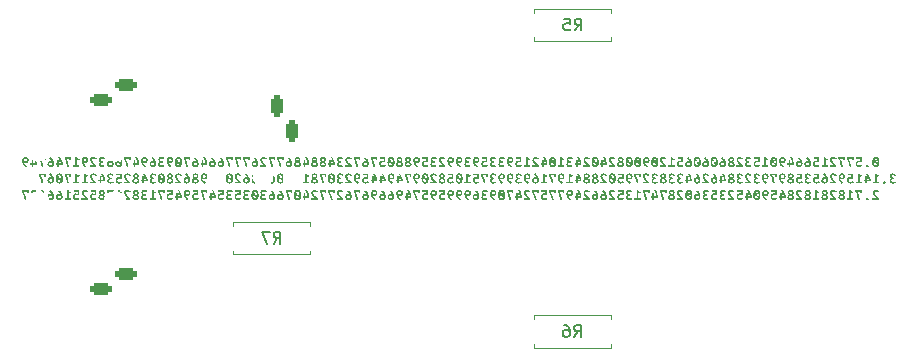
<source format=gbo>
G04 #@! TF.GenerationSoftware,KiCad,Pcbnew,9.0.2-2.fc42*
G04 #@! TF.CreationDate,2025-06-29T00:33:01+02:00*
G04 #@! TF.ProjectId,hack_solder,6861636b-5f73-46f6-9c64-65722e6b6963,rev?*
G04 #@! TF.SameCoordinates,Original*
G04 #@! TF.FileFunction,Legend,Bot*
G04 #@! TF.FilePolarity,Positive*
%FSLAX46Y46*%
G04 Gerber Fmt 4.6, Leading zero omitted, Abs format (unit mm)*
G04 Created by KiCad (PCBNEW 9.0.2-2.fc42) date 2025-06-29 00:33:01*
%MOMM*%
%LPD*%
G01*
G04 APERTURE LIST*
G04 Aperture macros list*
%AMRoundRect*
0 Rectangle with rounded corners*
0 $1 Rounding radius*
0 $2 $3 $4 $5 $6 $7 $8 $9 X,Y pos of 4 corners*
0 Add a 4 corners polygon primitive as box body*
4,1,4,$2,$3,$4,$5,$6,$7,$8,$9,$2,$3,0*
0 Add four circle primitives for the rounded corners*
1,1,$1+$1,$2,$3*
1,1,$1+$1,$4,$5*
1,1,$1+$1,$6,$7*
1,1,$1+$1,$8,$9*
0 Add four rect primitives between the rounded corners*
20,1,$1+$1,$2,$3,$4,$5,0*
20,1,$1+$1,$4,$5,$6,$7,0*
20,1,$1+$1,$6,$7,$8,$9,0*
20,1,$1+$1,$8,$9,$2,$3,0*%
G04 Aperture macros list end*
%ADD10C,0.012500*%
%ADD11C,0.020000*%
%ADD12C,0.150000*%
%ADD13C,0.120000*%
%ADD14C,1.440000*%
%ADD15C,7.000000*%
%ADD16C,1.600000*%
%ADD17C,1.500000*%
%ADD18C,2.000000*%
%ADD19R,1.800000X1.100000*%
%ADD20RoundRect,0.275000X-0.625000X0.275000X-0.625000X-0.275000X0.625000X-0.275000X0.625000X0.275000X0*%
%ADD21R,1.100000X1.800000*%
%ADD22RoundRect,0.275000X-0.275000X-0.625000X0.275000X-0.625000X0.275000X0.625000X-0.275000X0.625000X0*%
%ADD23R,1.700000X1.700000*%
%ADD24C,1.700000*%
%ADD25R,1.800000X1.800000*%
%ADD26C,1.800000*%
G04 APERTURE END LIST*
D10*
G36*
X67706598Y-62877001D02*
G01*
X67709365Y-62876655D01*
X67711812Y-62875642D01*
X67714023Y-62873923D01*
X67715741Y-62871713D01*
X67716755Y-62869266D01*
X67717100Y-62866498D01*
X67716754Y-62863731D01*
X67715741Y-62861286D01*
X67714023Y-62859079D01*
X67711812Y-62857361D01*
X67709365Y-62856347D01*
X67706598Y-62856002D01*
X67703834Y-62856347D01*
X67701391Y-62857361D01*
X67699185Y-62859079D01*
X67697463Y-62861286D01*
X67696447Y-62863731D01*
X67696101Y-62866498D01*
X67696447Y-62869266D01*
X67697463Y-62871713D01*
X67699185Y-62873923D01*
X67701391Y-62875642D01*
X67703834Y-62876655D01*
X67706598Y-62877001D01*
G37*
G36*
X67706598Y-62933000D02*
G01*
X67709365Y-62932654D01*
X67711812Y-62931640D01*
X67714023Y-62929922D01*
X67715741Y-62927712D01*
X67716755Y-62925265D01*
X67717100Y-62922497D01*
X67716755Y-62919733D01*
X67715741Y-62917291D01*
X67714023Y-62915084D01*
X67711812Y-62913362D01*
X67709365Y-62912347D01*
X67706598Y-62912001D01*
X67703834Y-62912347D01*
X67701392Y-62913362D01*
X67699185Y-62915084D01*
X67697463Y-62917291D01*
X67696447Y-62919734D01*
X67696101Y-62922497D01*
X67696447Y-62925265D01*
X67697463Y-62927711D01*
X67699185Y-62929922D01*
X67701391Y-62931640D01*
X67703834Y-62932654D01*
X67706598Y-62933000D01*
G37*
G36*
X67588482Y-62905699D02*
G01*
X67588922Y-62911387D01*
X67590196Y-62916463D01*
X67592267Y-62921032D01*
X67595130Y-62925137D01*
X67598676Y-62928597D01*
X67602978Y-62931461D01*
X67607731Y-62933511D01*
X67613170Y-62934791D01*
X67619427Y-62935240D01*
X67626694Y-62934910D01*
X67632747Y-62933993D01*
X67637764Y-62932584D01*
X67645054Y-62929359D01*
X67652602Y-62924738D01*
X67645604Y-62914382D01*
X67640640Y-62917615D01*
X67635108Y-62920403D01*
X67629099Y-62922266D01*
X67622083Y-62922918D01*
X67615659Y-62922267D01*
X67610814Y-62920498D01*
X67607172Y-62917740D01*
X67604382Y-62914051D01*
X67602752Y-62910078D01*
X67602202Y-62905699D01*
X67602856Y-62901023D01*
X67604780Y-62896948D01*
X67608082Y-62893310D01*
X67612272Y-62890653D01*
X67617584Y-62888956D01*
X67624324Y-62888340D01*
X67631884Y-62888340D01*
X67631884Y-62876299D01*
X67624043Y-62876299D01*
X67617500Y-62875671D01*
X67612668Y-62873986D01*
X67609132Y-62871401D01*
X67606478Y-62867875D01*
X67604866Y-62863733D01*
X67604303Y-62858799D01*
X67604907Y-62854106D01*
X67606593Y-62850485D01*
X67609346Y-62847673D01*
X67612865Y-62845636D01*
X67616841Y-62844392D01*
X67621387Y-62843961D01*
X67626547Y-62844566D01*
X67632097Y-62846483D01*
X67637336Y-62849472D01*
X67642105Y-62853480D01*
X67651203Y-62844797D01*
X67645764Y-62840017D01*
X67639965Y-62836367D01*
X67633746Y-62833765D01*
X67627027Y-62832181D01*
X67619702Y-62831639D01*
X67614180Y-62832015D01*
X67609215Y-62833101D01*
X67604724Y-62834863D01*
X67600608Y-62837332D01*
X67597177Y-62840353D01*
X67594362Y-62843961D01*
X67592294Y-62848031D01*
X67591024Y-62852613D01*
X67590582Y-62857822D01*
X67590968Y-62862681D01*
X67592110Y-62867255D01*
X67594014Y-62871609D01*
X67596631Y-62875558D01*
X67599943Y-62878975D01*
X67604022Y-62881898D01*
X67599910Y-62884213D01*
X67596238Y-62887291D01*
X67592964Y-62891210D01*
X67590481Y-62895634D01*
X67588990Y-62900428D01*
X67588482Y-62905699D01*
G37*
D11*
G36*
X85454674Y-48110377D02*
G01*
X85502993Y-48121480D01*
X85543764Y-48138962D01*
X85580622Y-48163552D01*
X85611838Y-48193620D01*
X85637878Y-48229629D01*
X85658405Y-48269470D01*
X85675143Y-48314750D01*
X85687849Y-48366162D01*
X85699026Y-48446530D01*
X85702951Y-48537563D01*
X85699048Y-48627587D01*
X85687849Y-48708356D01*
X85675127Y-48760143D01*
X85658384Y-48805617D01*
X85637878Y-48845497D01*
X85611841Y-48881474D01*
X85580626Y-48911525D01*
X85543764Y-48936113D01*
X85502993Y-48953595D01*
X85454674Y-48964698D01*
X85397298Y-48968650D01*
X85339954Y-48964688D01*
X85291873Y-48953576D01*
X85251491Y-48936113D01*
X85215057Y-48911515D01*
X85184421Y-48881469D01*
X85159100Y-48845497D01*
X85139292Y-48805672D01*
X85123136Y-48760201D01*
X85110903Y-48708356D01*
X85100119Y-48627606D01*
X85096358Y-48537563D01*
X85096406Y-48536397D01*
X85247436Y-48536397D01*
X85250033Y-48613594D01*
X85257319Y-48679924D01*
X85266945Y-48721783D01*
X85281048Y-48755379D01*
X85299181Y-48782146D01*
X85322998Y-48802369D01*
X85354838Y-48815199D01*
X85397298Y-48819903D01*
X85434501Y-48816742D01*
X85464214Y-48808007D01*
X85487965Y-48794360D01*
X85254379Y-48391147D01*
X85248602Y-48457944D01*
X85247436Y-48536397D01*
X85096406Y-48536397D01*
X85100140Y-48446510D01*
X85110903Y-48366162D01*
X85130724Y-48291326D01*
X85135604Y-48280715D01*
X85306681Y-48280715D01*
X85542548Y-48688590D01*
X85550150Y-48618297D01*
X85551873Y-48536397D01*
X85548965Y-48459305D01*
X85540825Y-48393478D01*
X85530411Y-48352051D01*
X85515564Y-48318819D01*
X85496682Y-48292371D01*
X85472179Y-48272430D01*
X85439869Y-48259790D01*
X85397298Y-48255172D01*
X85360130Y-48258332D01*
X85330432Y-48267066D01*
X85306681Y-48280715D01*
X85135604Y-48280715D01*
X85159100Y-48229629D01*
X85184424Y-48193625D01*
X85215061Y-48163562D01*
X85251491Y-48138962D01*
X85291873Y-48121499D01*
X85339954Y-48110387D01*
X85397298Y-48106425D01*
X85454674Y-48110377D01*
G37*
G36*
X84679562Y-48982587D02*
G01*
X84707735Y-48979066D01*
X84732636Y-48968734D01*
X84755127Y-48951216D01*
X84772647Y-48928726D01*
X84782978Y-48903841D01*
X84786498Y-48875702D01*
X84782977Y-48847530D01*
X84772644Y-48822629D01*
X84755127Y-48800138D01*
X84732636Y-48782620D01*
X84707735Y-48772288D01*
X84679562Y-48768767D01*
X84651423Y-48772287D01*
X84626539Y-48782618D01*
X84604049Y-48800138D01*
X84586531Y-48822629D01*
X84576199Y-48847530D01*
X84572677Y-48875702D01*
X84576197Y-48903841D01*
X84586528Y-48928726D01*
X84604049Y-48951216D01*
X84626539Y-48968737D01*
X84651423Y-48979068D01*
X84679562Y-48982587D01*
G37*
G36*
X83734069Y-48264446D02*
G01*
X84058271Y-48264446D01*
X84058271Y-48450393D01*
X84000800Y-48426573D01*
X83967041Y-48418658D01*
X83916518Y-48415524D01*
X83879362Y-48418874D01*
X83842740Y-48429004D01*
X83806136Y-48446338D01*
X83773122Y-48469671D01*
X83743552Y-48499962D01*
X83717243Y-48538120D01*
X83698233Y-48580221D01*
X83686136Y-48630578D01*
X83681817Y-48690922D01*
X83685825Y-48745050D01*
X83697373Y-48793139D01*
X83716077Y-48836172D01*
X83742115Y-48875020D01*
X83774084Y-48907369D01*
X83812522Y-48933782D01*
X83855272Y-48952703D01*
X83904245Y-48964510D01*
X83960661Y-48968650D01*
X84019042Y-48965210D01*
X84069202Y-48955491D01*
X84112347Y-48940168D01*
X84173989Y-48906905D01*
X84236058Y-48861715D01*
X84136116Y-48749001D01*
X84097605Y-48778724D01*
X84057714Y-48801912D01*
X84014746Y-48817050D01*
X83966489Y-48822235D01*
X83926174Y-48817814D01*
X83893216Y-48805333D01*
X83865990Y-48785086D01*
X83845485Y-48758101D01*
X83832739Y-48724635D01*
X83828182Y-48682813D01*
X83832290Y-48642239D01*
X83843713Y-48609916D01*
X83861885Y-48584037D01*
X83886451Y-48564375D01*
X83916521Y-48552291D01*
X83953718Y-48548003D01*
X83984198Y-48550123D01*
X84010683Y-48556163D01*
X84035429Y-48565764D01*
X84058271Y-48578208D01*
X84200024Y-48578208D01*
X84200024Y-48125024D01*
X83734069Y-48125024D01*
X83734069Y-48264446D01*
G37*
G36*
X83324267Y-48950051D02*
G01*
X83307980Y-48841677D01*
X83284787Y-48735672D01*
X83255347Y-48629702D01*
X83218548Y-48515466D01*
X83129046Y-48264446D01*
X83376569Y-48264446D01*
X83376569Y-48391147D01*
X83520654Y-48391147D01*
X83520654Y-48125024D01*
X82954757Y-48125024D01*
X82954757Y-48228463D01*
X83053533Y-48495751D01*
X83094772Y-48614588D01*
X83127881Y-48724624D01*
X83153933Y-48835151D01*
X83172023Y-48950051D01*
X83324267Y-48950051D01*
G37*
G36*
X82604200Y-48950051D02*
G01*
X82587913Y-48841677D01*
X82564720Y-48735672D01*
X82535280Y-48629702D01*
X82498481Y-48515466D01*
X82408979Y-48264446D01*
X82656502Y-48264446D01*
X82656502Y-48391147D01*
X82800587Y-48391147D01*
X82800587Y-48125024D01*
X82234690Y-48125024D01*
X82234690Y-48228463D01*
X82333466Y-48495751D01*
X82374705Y-48614588D01*
X82407814Y-48724624D01*
X82433866Y-48835151D01*
X82451956Y-48950051D01*
X82604200Y-48950051D01*
G37*
G36*
X82072360Y-48215692D02*
G01*
X82012321Y-48173463D01*
X81944595Y-48138962D01*
X81896494Y-48122372D01*
X81844783Y-48112228D01*
X81788854Y-48108756D01*
X81729743Y-48113079D01*
X81679628Y-48125278D01*
X81636988Y-48144617D01*
X81600627Y-48170941D01*
X81570285Y-48204286D01*
X81548742Y-48242135D01*
X81535505Y-48285388D01*
X81530891Y-48335348D01*
X81533754Y-48381325D01*
X81542007Y-48422559D01*
X81555319Y-48459718D01*
X81582931Y-48511842D01*
X81616287Y-48557886D01*
X81690078Y-48640951D01*
X81850431Y-48810629D01*
X81508794Y-48810629D01*
X81508794Y-48950051D01*
X82053811Y-48950051D01*
X82053811Y-48810629D01*
X81879471Y-48634008D01*
X81792909Y-48545672D01*
X81751287Y-48497827D01*
X81717952Y-48449835D01*
X81700806Y-48415925D01*
X81690958Y-48382979D01*
X81687747Y-48350451D01*
X81691483Y-48320128D01*
X81702130Y-48295191D01*
X81719726Y-48274380D01*
X81742450Y-48258778D01*
X81769011Y-48249238D01*
X81800460Y-48245897D01*
X81847796Y-48251882D01*
X81898679Y-48270883D01*
X81946786Y-48297748D01*
X81986406Y-48326074D01*
X82072360Y-48215692D01*
G37*
G36*
X81333744Y-48950051D02*
G01*
X81333744Y-48810629D01*
X81139689Y-48810629D01*
X81139689Y-48328405D01*
X81175959Y-48349751D01*
X81210540Y-48366162D01*
X81291882Y-48394593D01*
X81345350Y-48276103D01*
X81278197Y-48253297D01*
X81211148Y-48218580D01*
X81169236Y-48189662D01*
X81134010Y-48158491D01*
X81104821Y-48125024D01*
X80982783Y-48125024D01*
X80982783Y-48810629D01*
X80807327Y-48810629D01*
X80807327Y-48950051D01*
X81333744Y-48950051D01*
G37*
G36*
X80133734Y-48264446D02*
G01*
X80457936Y-48264446D01*
X80457936Y-48450393D01*
X80400465Y-48426573D01*
X80366706Y-48418658D01*
X80316183Y-48415524D01*
X80279027Y-48418874D01*
X80242405Y-48429004D01*
X80205801Y-48446338D01*
X80172788Y-48469671D01*
X80143217Y-48499962D01*
X80116908Y-48538120D01*
X80097898Y-48580221D01*
X80085801Y-48630578D01*
X80081482Y-48690922D01*
X80085490Y-48745050D01*
X80097038Y-48793139D01*
X80115742Y-48836172D01*
X80141781Y-48875020D01*
X80173749Y-48907369D01*
X80212187Y-48933782D01*
X80254937Y-48952703D01*
X80303910Y-48964510D01*
X80360326Y-48968650D01*
X80418707Y-48965210D01*
X80468867Y-48955491D01*
X80512012Y-48940168D01*
X80573655Y-48906905D01*
X80635723Y-48861715D01*
X80535782Y-48749001D01*
X80497270Y-48778724D01*
X80457379Y-48801912D01*
X80414411Y-48817050D01*
X80366154Y-48822235D01*
X80325839Y-48817814D01*
X80292881Y-48805333D01*
X80265655Y-48785086D01*
X80245150Y-48758101D01*
X80232404Y-48724635D01*
X80227847Y-48682813D01*
X80231955Y-48642239D01*
X80243378Y-48609916D01*
X80261550Y-48584037D01*
X80286116Y-48564375D01*
X80316186Y-48552291D01*
X80353383Y-48548003D01*
X80383863Y-48550123D01*
X80410348Y-48556163D01*
X80435094Y-48565764D01*
X80457936Y-48578208D01*
X80599689Y-48578208D01*
X80599689Y-48125024D01*
X80133734Y-48125024D01*
X80133734Y-48264446D01*
G37*
G36*
X79700536Y-48176942D02*
G01*
X79759829Y-48246197D01*
X79807757Y-48314398D01*
X79845363Y-48381822D01*
X79876155Y-48454284D01*
X79897624Y-48525599D01*
X79910298Y-48596200D01*
X79914491Y-48666544D01*
X79910370Y-48723749D01*
X79898446Y-48775151D01*
X79879065Y-48821677D01*
X79852053Y-48863976D01*
X79818917Y-48899393D01*
X79779174Y-48928562D01*
X79734711Y-48949891D01*
X79685284Y-48962964D01*
X79629819Y-48967485D01*
X79573303Y-48963482D01*
X79524110Y-48952064D01*
X79481072Y-48933782D01*
X79442029Y-48908257D01*
X79410121Y-48877780D01*
X79384627Y-48842000D01*
X79366037Y-48802076D01*
X79354774Y-48758946D01*
X79350925Y-48711853D01*
X79351513Y-48703693D01*
X79496175Y-48703693D01*
X79500309Y-48738637D01*
X79512269Y-48768660D01*
X79532208Y-48794918D01*
X79558213Y-48815054D01*
X79588749Y-48827249D01*
X79625156Y-48831509D01*
X79660902Y-48827392D01*
X79691094Y-48815585D01*
X79716989Y-48796083D01*
X79736741Y-48770495D01*
X79748758Y-48740160D01*
X79752972Y-48703693D01*
X79748730Y-48666480D01*
X79736687Y-48635800D01*
X79716989Y-48610188D01*
X79691090Y-48590657D01*
X79660898Y-48578833D01*
X79625156Y-48574712D01*
X79588710Y-48578916D01*
X79558172Y-48590939D01*
X79532208Y-48610745D01*
X79512402Y-48636709D01*
X79500379Y-48667246D01*
X79496175Y-48703693D01*
X79351513Y-48703693D01*
X79354775Y-48658434D01*
X79365783Y-48611729D01*
X79383461Y-48570657D01*
X79408032Y-48533367D01*
X79437542Y-48502377D01*
X79472355Y-48477101D01*
X79511181Y-48458649D01*
X79554450Y-48447321D01*
X79603110Y-48443399D01*
X79650471Y-48448183D01*
X79692701Y-48462122D01*
X79730926Y-48485261D01*
X79704606Y-48429494D01*
X79676901Y-48382988D01*
X79645166Y-48339741D01*
X79607773Y-48296426D01*
X79515940Y-48204035D01*
X79628653Y-48106425D01*
X79700536Y-48176942D01*
G37*
G36*
X78980469Y-48176942D02*
G01*
X79039762Y-48246197D01*
X79087690Y-48314398D01*
X79125296Y-48381822D01*
X79156088Y-48454284D01*
X79177557Y-48525599D01*
X79190231Y-48596200D01*
X79194424Y-48666544D01*
X79190303Y-48723749D01*
X79178379Y-48775151D01*
X79158998Y-48821677D01*
X79131986Y-48863976D01*
X79098850Y-48899393D01*
X79059107Y-48928562D01*
X79014644Y-48949891D01*
X78965217Y-48962964D01*
X78909752Y-48967485D01*
X78853236Y-48963482D01*
X78804043Y-48952064D01*
X78761005Y-48933782D01*
X78721963Y-48908257D01*
X78690054Y-48877780D01*
X78664560Y-48842000D01*
X78645970Y-48802076D01*
X78634707Y-48758946D01*
X78630858Y-48711853D01*
X78631446Y-48703693D01*
X78776108Y-48703693D01*
X78780243Y-48738637D01*
X78792202Y-48768660D01*
X78812141Y-48794918D01*
X78838146Y-48815054D01*
X78868682Y-48827249D01*
X78905089Y-48831509D01*
X78940835Y-48827392D01*
X78971027Y-48815585D01*
X78996922Y-48796083D01*
X79016674Y-48770495D01*
X79028691Y-48740160D01*
X79032905Y-48703693D01*
X79028663Y-48666480D01*
X79016620Y-48635800D01*
X78996922Y-48610188D01*
X78971023Y-48590657D01*
X78940831Y-48578833D01*
X78905089Y-48574712D01*
X78868643Y-48578916D01*
X78838105Y-48590939D01*
X78812141Y-48610745D01*
X78792335Y-48636709D01*
X78780312Y-48667246D01*
X78776108Y-48703693D01*
X78631446Y-48703693D01*
X78634708Y-48658434D01*
X78645716Y-48611729D01*
X78663394Y-48570657D01*
X78687965Y-48533367D01*
X78717475Y-48502377D01*
X78752288Y-48477101D01*
X78791114Y-48458649D01*
X78834383Y-48447321D01*
X78883043Y-48443399D01*
X78930404Y-48448183D01*
X78972634Y-48462122D01*
X79010859Y-48485261D01*
X78984539Y-48429494D01*
X78956834Y-48382988D01*
X78925099Y-48339741D01*
X78887706Y-48296426D01*
X78795873Y-48204035D01*
X78908586Y-48106425D01*
X78980469Y-48176942D01*
G37*
G36*
X78155982Y-48363222D02*
G01*
X78007235Y-48363222D01*
X78007235Y-48629345D01*
X77910791Y-48629345D01*
X77910791Y-48771098D01*
X78007235Y-48771098D01*
X78007235Y-48950051D01*
X78155982Y-48950051D01*
X78155982Y-48771098D01*
X78481351Y-48771098D01*
X78481351Y-48629345D01*
X78423828Y-48475378D01*
X78362252Y-48317357D01*
X78277970Y-48125024D01*
X78121114Y-48125024D01*
X78121114Y-48136630D01*
X78206561Y-48324350D01*
X78268696Y-48478875D01*
X78322163Y-48629345D01*
X78155982Y-48629345D01*
X78155982Y-48363222D01*
G37*
G36*
X77544632Y-48110575D02*
G01*
X77593405Y-48122391D01*
X77635799Y-48141293D01*
X77674020Y-48167513D01*
X77705164Y-48198574D01*
X77729912Y-48234849D01*
X77747815Y-48275080D01*
X77758713Y-48318786D01*
X77762449Y-48366719D01*
X77758732Y-48413910D01*
X77747852Y-48457258D01*
X77729912Y-48497475D01*
X77705427Y-48534032D01*
X77675748Y-48565047D01*
X77640461Y-48590980D01*
X77601212Y-48610199D01*
X77558480Y-48621854D01*
X77511429Y-48625848D01*
X77456373Y-48621829D01*
X77417316Y-48611353D01*
X77383369Y-48594600D01*
X77355739Y-48574712D01*
X77399860Y-48647310D01*
X77459735Y-48722344D01*
X77529234Y-48793777D01*
X77611371Y-48866377D01*
X77516092Y-48968650D01*
X77441490Y-48904687D01*
X77378480Y-48841034D01*
X77325995Y-48777589D01*
X77283114Y-48714184D01*
X77247863Y-48645762D01*
X77222730Y-48574029D01*
X77207501Y-48498320D01*
X77202329Y-48417856D01*
X77205854Y-48366719D01*
X77362733Y-48366719D01*
X77366897Y-48402438D01*
X77378886Y-48432827D01*
X77398767Y-48459110D01*
X77424741Y-48479241D01*
X77455275Y-48491439D01*
X77491715Y-48495701D01*
X77527387Y-48491530D01*
X77557562Y-48479551D01*
X77583497Y-48459718D01*
X77603300Y-48433753D01*
X77615325Y-48403200D01*
X77619530Y-48366719D01*
X77615312Y-48330289D01*
X77603281Y-48299970D01*
X77583497Y-48274380D01*
X77557599Y-48254846D01*
X77527423Y-48243024D01*
X77491715Y-48238903D01*
X77455279Y-48243170D01*
X77424745Y-48255384D01*
X77398767Y-48275545D01*
X77378825Y-48301802D01*
X77366866Y-48331809D01*
X77362733Y-48366719D01*
X77205854Y-48366719D01*
X77206702Y-48354417D01*
X77219138Y-48299489D01*
X77238971Y-48251725D01*
X77266818Y-48208338D01*
X77300384Y-48172770D01*
X77340079Y-48144232D01*
X77384429Y-48123500D01*
X77433474Y-48110806D01*
X77488218Y-48106425D01*
X77544632Y-48110575D01*
G37*
G36*
X76813871Y-48110377D02*
G01*
X76862189Y-48121480D01*
X76902960Y-48138962D01*
X76939818Y-48163552D01*
X76971034Y-48193620D01*
X76997074Y-48229629D01*
X77017601Y-48269470D01*
X77034339Y-48314750D01*
X77047045Y-48366162D01*
X77058222Y-48446530D01*
X77062148Y-48537563D01*
X77058244Y-48627587D01*
X77047045Y-48708356D01*
X77034323Y-48760143D01*
X77017580Y-48805617D01*
X76997074Y-48845497D01*
X76971037Y-48881474D01*
X76939822Y-48911525D01*
X76902960Y-48936113D01*
X76862189Y-48953595D01*
X76813871Y-48964698D01*
X76756494Y-48968650D01*
X76699150Y-48964688D01*
X76651069Y-48953576D01*
X76610687Y-48936113D01*
X76574253Y-48911515D01*
X76543617Y-48881469D01*
X76518296Y-48845497D01*
X76498488Y-48805672D01*
X76482332Y-48760201D01*
X76470099Y-48708356D01*
X76459315Y-48627606D01*
X76455554Y-48537563D01*
X76455602Y-48536397D01*
X76606632Y-48536397D01*
X76609229Y-48613594D01*
X76616515Y-48679924D01*
X76626141Y-48721783D01*
X76640244Y-48755379D01*
X76658377Y-48782146D01*
X76682194Y-48802369D01*
X76714035Y-48815199D01*
X76756494Y-48819903D01*
X76793697Y-48816742D01*
X76823410Y-48808007D01*
X76847161Y-48794360D01*
X76613575Y-48391147D01*
X76607798Y-48457944D01*
X76606632Y-48536397D01*
X76455602Y-48536397D01*
X76459336Y-48446510D01*
X76470099Y-48366162D01*
X76489920Y-48291326D01*
X76494800Y-48280715D01*
X76665878Y-48280715D01*
X76901744Y-48688590D01*
X76909346Y-48618297D01*
X76911069Y-48536397D01*
X76908162Y-48459305D01*
X76900021Y-48393478D01*
X76889607Y-48352051D01*
X76874760Y-48318819D01*
X76855878Y-48292371D01*
X76831375Y-48272430D01*
X76799065Y-48259790D01*
X76756494Y-48255172D01*
X76719326Y-48258332D01*
X76689628Y-48267066D01*
X76665878Y-48280715D01*
X76494800Y-48280715D01*
X76518296Y-48229629D01*
X76543620Y-48193625D01*
X76574257Y-48163562D01*
X76610687Y-48138962D01*
X76651069Y-48121499D01*
X76699150Y-48110387D01*
X76756494Y-48106425D01*
X76813871Y-48110377D01*
G37*
G36*
X76293275Y-48950051D02*
G01*
X76293275Y-48810629D01*
X76099220Y-48810629D01*
X76099220Y-48328405D01*
X76135490Y-48349751D01*
X76170071Y-48366162D01*
X76251413Y-48394593D01*
X76304881Y-48276103D01*
X76237728Y-48253297D01*
X76170679Y-48218580D01*
X76128767Y-48189662D01*
X76093541Y-48158491D01*
X76064352Y-48125024D01*
X75942314Y-48125024D01*
X75942314Y-48810629D01*
X75766858Y-48810629D01*
X75766858Y-48950051D01*
X76293275Y-48950051D01*
G37*
G36*
X75093265Y-48264446D02*
G01*
X75417467Y-48264446D01*
X75417467Y-48450393D01*
X75359996Y-48426573D01*
X75326237Y-48418658D01*
X75275714Y-48415524D01*
X75238558Y-48418874D01*
X75201937Y-48429004D01*
X75165333Y-48446338D01*
X75132319Y-48469671D01*
X75102748Y-48499962D01*
X75076439Y-48538120D01*
X75057429Y-48580221D01*
X75045332Y-48630578D01*
X75041014Y-48690922D01*
X75045022Y-48745050D01*
X75056569Y-48793139D01*
X75075273Y-48836172D01*
X75101312Y-48875020D01*
X75133280Y-48907369D01*
X75171718Y-48933782D01*
X75214468Y-48952703D01*
X75263441Y-48964510D01*
X75319857Y-48968650D01*
X75378239Y-48965210D01*
X75428398Y-48955491D01*
X75471543Y-48940168D01*
X75533186Y-48906905D01*
X75595254Y-48861715D01*
X75495313Y-48749001D01*
X75456801Y-48778724D01*
X75416910Y-48801912D01*
X75373942Y-48817050D01*
X75325685Y-48822235D01*
X75285370Y-48817814D01*
X75252412Y-48805333D01*
X75225186Y-48785086D01*
X75204681Y-48758101D01*
X75191935Y-48724635D01*
X75187379Y-48682813D01*
X75191486Y-48642239D01*
X75202909Y-48609916D01*
X75221081Y-48584037D01*
X75245647Y-48564375D01*
X75275717Y-48552291D01*
X75312914Y-48548003D01*
X75343394Y-48550123D01*
X75369879Y-48556163D01*
X75394625Y-48565764D01*
X75417467Y-48578208D01*
X75559221Y-48578208D01*
X75559221Y-48125024D01*
X75093265Y-48125024D01*
X75093265Y-48264446D01*
G37*
G36*
X74327890Y-48728121D02*
G01*
X74331300Y-48768385D01*
X74341494Y-48807132D01*
X74358703Y-48844889D01*
X74382032Y-48879095D01*
X74411446Y-48908827D01*
X74447597Y-48934390D01*
X74487653Y-48952944D01*
X74534081Y-48964560D01*
X74588184Y-48968650D01*
X74667741Y-48962863D01*
X74740428Y-48945996D01*
X74809091Y-48919062D01*
X74872856Y-48883811D01*
X74796177Y-48765270D01*
X74711338Y-48808297D01*
X74661595Y-48824666D01*
X74604453Y-48830343D01*
X74569960Y-48826738D01*
X74540699Y-48816431D01*
X74515559Y-48799580D01*
X74495742Y-48777090D01*
X74484110Y-48751676D01*
X74480134Y-48722293D01*
X74485141Y-48685755D01*
X74499370Y-48656533D01*
X74523111Y-48632842D01*
X74553316Y-48616139D01*
X74591385Y-48605380D01*
X74639321Y-48601471D01*
X74703229Y-48601471D01*
X74703229Y-48459667D01*
X74632327Y-48459667D01*
X74587718Y-48455560D01*
X74553667Y-48444395D01*
X74527773Y-48427130D01*
X74508152Y-48403274D01*
X74496053Y-48373645D01*
X74491739Y-48336514D01*
X74495729Y-48307253D01*
X74507087Y-48283712D01*
X74526050Y-48264497D01*
X74550118Y-48250712D01*
X74579313Y-48242012D01*
X74614893Y-48238903D01*
X74656150Y-48243738D01*
X74698009Y-48258669D01*
X74737423Y-48281076D01*
X74772965Y-48308639D01*
X74863581Y-48214526D01*
X74823062Y-48180874D01*
X74780934Y-48154316D01*
X74736931Y-48134350D01*
X74690598Y-48120259D01*
X74641547Y-48111677D01*
X74589350Y-48108756D01*
X74541183Y-48112059D01*
X74498879Y-48121512D01*
X74461534Y-48136681D01*
X74427413Y-48157921D01*
X74399145Y-48183587D01*
X74376137Y-48213969D01*
X74359193Y-48248035D01*
X74348874Y-48285527D01*
X74345324Y-48327239D01*
X74348266Y-48369240D01*
X74356851Y-48407792D01*
X74370917Y-48443449D01*
X74391044Y-48475508D01*
X74417854Y-48502870D01*
X74452209Y-48525906D01*
X74404051Y-48559714D01*
X74363924Y-48603194D01*
X74344509Y-48637085D01*
X74332264Y-48678142D01*
X74327890Y-48728121D01*
G37*
G36*
X74151623Y-48215692D02*
G01*
X74091584Y-48173463D01*
X74023858Y-48138962D01*
X73975757Y-48122372D01*
X73924046Y-48112228D01*
X73868117Y-48108756D01*
X73809006Y-48113079D01*
X73758892Y-48125278D01*
X73716251Y-48144617D01*
X73679890Y-48170941D01*
X73649548Y-48204286D01*
X73628005Y-48242135D01*
X73614769Y-48285388D01*
X73610154Y-48335348D01*
X73613017Y-48381325D01*
X73621270Y-48422559D01*
X73634582Y-48459718D01*
X73662194Y-48511842D01*
X73695551Y-48557886D01*
X73769341Y-48640951D01*
X73929694Y-48810629D01*
X73588057Y-48810629D01*
X73588057Y-48950051D01*
X74133074Y-48950051D01*
X74133074Y-48810629D01*
X73958734Y-48634008D01*
X73872172Y-48545672D01*
X73830550Y-48497827D01*
X73797215Y-48449835D01*
X73780069Y-48415925D01*
X73770221Y-48382979D01*
X73767010Y-48350451D01*
X73770746Y-48320128D01*
X73781393Y-48295191D01*
X73798989Y-48274380D01*
X73821713Y-48258778D01*
X73848274Y-48249238D01*
X73879723Y-48245897D01*
X73927060Y-48251882D01*
X73977942Y-48270883D01*
X74026049Y-48297748D01*
X74065669Y-48326074D01*
X74151623Y-48215692D01*
G37*
G36*
X73211068Y-48110417D02*
G01*
X73255533Y-48121684D01*
X73293300Y-48139570D01*
X73327465Y-48163981D01*
X73354712Y-48191225D01*
X73375808Y-48221469D01*
X73391613Y-48254850D01*
X73400713Y-48287225D01*
X73403682Y-48319080D01*
X73400852Y-48361977D01*
X73392918Y-48398024D01*
X73380471Y-48428347D01*
X73362507Y-48455770D01*
X73336334Y-48483955D01*
X73300294Y-48513135D01*
X73357921Y-48550586D01*
X73399768Y-48591010D01*
X73428444Y-48634605D01*
X73445508Y-48682177D01*
X73451322Y-48735064D01*
X73447084Y-48779596D01*
X73434706Y-48819779D01*
X73414173Y-48856545D01*
X73386689Y-48888745D01*
X73352703Y-48916197D01*
X73311342Y-48939053D01*
X73266633Y-48955095D01*
X73216008Y-48965137D01*
X73158490Y-48968650D01*
X73101007Y-48965137D01*
X73050416Y-48955095D01*
X73005740Y-48939053D01*
X72964346Y-48916194D01*
X72930345Y-48888742D01*
X72902859Y-48856545D01*
X72882296Y-48819776D01*
X72869902Y-48779593D01*
X72865659Y-48735064D01*
X72866459Y-48726955D01*
X73017903Y-48726955D01*
X73022311Y-48757607D01*
X73035235Y-48783944D01*
X73057434Y-48807132D01*
X73085281Y-48824142D01*
X73118515Y-48834745D01*
X73158490Y-48838503D01*
X73196180Y-48834854D01*
X73228978Y-48824345D01*
X73257875Y-48807132D01*
X73281135Y-48783817D01*
X73294568Y-48757482D01*
X73299129Y-48726955D01*
X73295123Y-48699060D01*
X73282934Y-48672614D01*
X73261372Y-48646779D01*
X73218683Y-48614536D01*
X73158490Y-48585202D01*
X73097408Y-48614640D01*
X73055102Y-48646779D01*
X73033883Y-48672574D01*
X73021860Y-48699025D01*
X73017903Y-48726955D01*
X72866459Y-48726955D01*
X72869975Y-48691304D01*
X72882840Y-48649937D01*
X72904632Y-48610188D01*
X72933556Y-48574944D01*
X72971247Y-48542605D01*
X73019069Y-48513135D01*
X72983635Y-48484110D01*
X72957187Y-48455909D01*
X72938335Y-48428347D01*
X72924898Y-48397912D01*
X72916379Y-48361870D01*
X72914336Y-48333017D01*
X73046943Y-48333017D01*
X73050339Y-48361251D01*
X73060304Y-48386354D01*
X73077148Y-48409139D01*
X73111458Y-48437329D01*
X73158490Y-48460833D01*
X73203742Y-48437531D01*
X73238667Y-48409139D01*
X73256208Y-48386273D01*
X73266531Y-48361176D01*
X73270038Y-48333017D01*
X73266851Y-48311313D01*
X73256709Y-48288317D01*
X73240694Y-48267640D01*
X73218344Y-48249952D01*
X73191514Y-48238335D01*
X73158490Y-48234241D01*
X73122668Y-48238135D01*
X73095482Y-48248793D01*
X73074868Y-48265612D01*
X73058971Y-48287728D01*
X73049915Y-48310000D01*
X73046943Y-48333017D01*
X72914336Y-48333017D01*
X72913349Y-48319080D01*
X72916318Y-48287225D01*
X72925419Y-48254850D01*
X72941224Y-48221469D01*
X72962319Y-48191225D01*
X72989566Y-48163981D01*
X73023731Y-48139570D01*
X73061466Y-48121686D01*
X73105913Y-48110418D01*
X73158490Y-48106425D01*
X73211068Y-48110417D01*
G37*
G36*
X72499866Y-48176942D02*
G01*
X72559159Y-48246197D01*
X72607087Y-48314398D01*
X72644693Y-48381822D01*
X72675485Y-48454284D01*
X72696954Y-48525599D01*
X72709628Y-48596200D01*
X72713821Y-48666544D01*
X72709700Y-48723749D01*
X72697776Y-48775151D01*
X72678395Y-48821677D01*
X72651383Y-48863976D01*
X72618247Y-48899393D01*
X72578504Y-48928562D01*
X72534041Y-48949891D01*
X72484614Y-48962964D01*
X72429149Y-48967485D01*
X72372633Y-48963482D01*
X72323440Y-48952064D01*
X72280402Y-48933782D01*
X72241360Y-48908257D01*
X72209451Y-48877780D01*
X72183957Y-48842000D01*
X72165367Y-48802076D01*
X72154104Y-48758946D01*
X72150255Y-48711853D01*
X72150843Y-48703693D01*
X72295505Y-48703693D01*
X72299640Y-48738637D01*
X72311599Y-48768660D01*
X72331538Y-48794918D01*
X72357543Y-48815054D01*
X72388079Y-48827249D01*
X72424486Y-48831509D01*
X72460232Y-48827392D01*
X72490424Y-48815585D01*
X72516319Y-48796083D01*
X72536071Y-48770495D01*
X72548088Y-48740160D01*
X72552302Y-48703693D01*
X72548060Y-48666480D01*
X72536017Y-48635800D01*
X72516319Y-48610188D01*
X72490420Y-48590657D01*
X72460228Y-48578833D01*
X72424486Y-48574712D01*
X72388040Y-48578916D01*
X72357502Y-48590939D01*
X72331538Y-48610745D01*
X72311732Y-48636709D01*
X72299709Y-48667246D01*
X72295505Y-48703693D01*
X72150843Y-48703693D01*
X72154105Y-48658434D01*
X72165113Y-48611729D01*
X72182792Y-48570657D01*
X72207362Y-48533367D01*
X72236872Y-48502377D01*
X72271685Y-48477101D01*
X72310511Y-48458649D01*
X72353780Y-48447321D01*
X72402440Y-48443399D01*
X72449801Y-48448183D01*
X72492031Y-48462122D01*
X72530256Y-48485261D01*
X72503936Y-48429494D01*
X72476231Y-48382988D01*
X72444496Y-48339741D01*
X72407103Y-48296426D01*
X72315270Y-48204035D01*
X72427983Y-48106425D01*
X72499866Y-48176942D01*
G37*
G36*
X71773402Y-48110377D02*
G01*
X71821720Y-48121480D01*
X71862491Y-48138962D01*
X71899350Y-48163552D01*
X71930565Y-48193620D01*
X71956605Y-48229629D01*
X71977132Y-48269470D01*
X71993870Y-48314750D01*
X72006576Y-48366162D01*
X72017753Y-48446530D01*
X72021679Y-48537563D01*
X72017775Y-48627587D01*
X72006576Y-48708356D01*
X71993854Y-48760143D01*
X71977111Y-48805617D01*
X71956605Y-48845497D01*
X71930568Y-48881474D01*
X71899353Y-48911525D01*
X71862491Y-48936113D01*
X71821720Y-48953595D01*
X71773402Y-48964698D01*
X71716025Y-48968650D01*
X71658681Y-48964688D01*
X71610600Y-48953576D01*
X71570218Y-48936113D01*
X71533784Y-48911515D01*
X71503148Y-48881469D01*
X71477827Y-48845497D01*
X71458019Y-48805672D01*
X71441863Y-48760201D01*
X71429630Y-48708356D01*
X71418846Y-48627606D01*
X71415085Y-48537563D01*
X71415133Y-48536397D01*
X71566163Y-48536397D01*
X71568760Y-48613594D01*
X71576046Y-48679924D01*
X71585672Y-48721783D01*
X71599775Y-48755379D01*
X71617908Y-48782146D01*
X71641725Y-48802369D01*
X71673566Y-48815199D01*
X71716025Y-48819903D01*
X71753228Y-48816742D01*
X71782941Y-48808007D01*
X71806692Y-48794360D01*
X71573106Y-48391147D01*
X71567329Y-48457944D01*
X71566163Y-48536397D01*
X71415133Y-48536397D01*
X71418867Y-48446510D01*
X71429630Y-48366162D01*
X71449451Y-48291326D01*
X71454331Y-48280715D01*
X71625409Y-48280715D01*
X71861275Y-48688590D01*
X71868877Y-48618297D01*
X71870600Y-48536397D01*
X71867693Y-48459305D01*
X71859552Y-48393478D01*
X71849138Y-48352051D01*
X71834291Y-48318819D01*
X71815409Y-48292371D01*
X71790906Y-48272430D01*
X71758596Y-48259790D01*
X71716025Y-48255172D01*
X71678857Y-48258332D01*
X71649159Y-48267066D01*
X71625409Y-48280715D01*
X71454331Y-48280715D01*
X71477827Y-48229629D01*
X71503151Y-48193625D01*
X71533788Y-48163562D01*
X71570218Y-48138962D01*
X71610600Y-48121499D01*
X71658681Y-48110387D01*
X71716025Y-48106425D01*
X71773402Y-48110377D01*
G37*
G36*
X71059732Y-48176942D02*
G01*
X71119025Y-48246197D01*
X71166953Y-48314398D01*
X71204559Y-48381822D01*
X71235351Y-48454284D01*
X71256820Y-48525599D01*
X71269494Y-48596200D01*
X71273687Y-48666544D01*
X71269566Y-48723749D01*
X71257642Y-48775151D01*
X71238261Y-48821677D01*
X71211249Y-48863976D01*
X71178113Y-48899393D01*
X71138370Y-48928562D01*
X71093907Y-48949891D01*
X71044480Y-48962964D01*
X70989015Y-48967485D01*
X70932499Y-48963482D01*
X70883306Y-48952064D01*
X70840268Y-48933782D01*
X70801226Y-48908257D01*
X70769318Y-48877780D01*
X70743823Y-48842000D01*
X70725233Y-48802076D01*
X70713970Y-48758946D01*
X70710121Y-48711853D01*
X70710709Y-48703693D01*
X70855371Y-48703693D01*
X70859506Y-48738637D01*
X70871465Y-48768660D01*
X70891405Y-48794918D01*
X70917409Y-48815054D01*
X70947945Y-48827249D01*
X70984352Y-48831509D01*
X71020098Y-48827392D01*
X71050290Y-48815585D01*
X71076185Y-48796083D01*
X71095937Y-48770495D01*
X71107954Y-48740160D01*
X71112168Y-48703693D01*
X71107926Y-48666480D01*
X71095883Y-48635800D01*
X71076185Y-48610188D01*
X71050286Y-48590657D01*
X71020094Y-48578833D01*
X70984352Y-48574712D01*
X70947906Y-48578916D01*
X70917368Y-48590939D01*
X70891405Y-48610745D01*
X70871598Y-48636709D01*
X70859575Y-48667246D01*
X70855371Y-48703693D01*
X70710709Y-48703693D01*
X70713971Y-48658434D01*
X70724979Y-48611729D01*
X70742658Y-48570657D01*
X70767228Y-48533367D01*
X70796739Y-48502377D01*
X70831551Y-48477101D01*
X70870377Y-48458649D01*
X70913646Y-48447321D01*
X70962306Y-48443399D01*
X71009667Y-48448183D01*
X71051897Y-48462122D01*
X71090122Y-48485261D01*
X71063802Y-48429494D01*
X71036097Y-48382988D01*
X71004362Y-48339741D01*
X70966969Y-48296426D01*
X70875136Y-48204035D01*
X70987849Y-48106425D01*
X71059732Y-48176942D01*
G37*
G36*
X70333268Y-48110377D02*
G01*
X70381586Y-48121480D01*
X70422357Y-48138962D01*
X70459216Y-48163552D01*
X70490431Y-48193620D01*
X70516471Y-48229629D01*
X70536998Y-48269470D01*
X70553736Y-48314750D01*
X70566442Y-48366162D01*
X70577619Y-48446530D01*
X70581545Y-48537563D01*
X70577641Y-48627587D01*
X70566442Y-48708356D01*
X70553720Y-48760143D01*
X70536977Y-48805617D01*
X70516471Y-48845497D01*
X70490434Y-48881474D01*
X70459219Y-48911525D01*
X70422357Y-48936113D01*
X70381586Y-48953595D01*
X70333268Y-48964698D01*
X70275891Y-48968650D01*
X70218547Y-48964688D01*
X70170466Y-48953576D01*
X70130084Y-48936113D01*
X70093650Y-48911515D01*
X70063014Y-48881469D01*
X70037693Y-48845497D01*
X70017885Y-48805672D01*
X70001729Y-48760201D01*
X69989496Y-48708356D01*
X69978712Y-48627606D01*
X69974951Y-48537563D01*
X69974999Y-48536397D01*
X70126029Y-48536397D01*
X70128626Y-48613594D01*
X70135912Y-48679924D01*
X70145538Y-48721783D01*
X70159641Y-48755379D01*
X70177774Y-48782146D01*
X70201591Y-48802369D01*
X70233432Y-48815199D01*
X70275891Y-48819903D01*
X70313094Y-48816742D01*
X70342807Y-48808007D01*
X70366558Y-48794360D01*
X70132972Y-48391147D01*
X70127195Y-48457944D01*
X70126029Y-48536397D01*
X69974999Y-48536397D01*
X69978733Y-48446510D01*
X69989496Y-48366162D01*
X70009317Y-48291326D01*
X70014197Y-48280715D01*
X70185275Y-48280715D01*
X70421141Y-48688590D01*
X70428743Y-48618297D01*
X70430466Y-48536397D01*
X70427559Y-48459305D01*
X70419418Y-48393478D01*
X70409004Y-48352051D01*
X70394157Y-48318819D01*
X70375275Y-48292371D01*
X70350772Y-48272430D01*
X70318462Y-48259790D01*
X70275891Y-48255172D01*
X70238723Y-48258332D01*
X70209025Y-48267066D01*
X70185275Y-48280715D01*
X70014197Y-48280715D01*
X70037693Y-48229629D01*
X70063017Y-48193625D01*
X70093654Y-48163562D01*
X70130084Y-48138962D01*
X70170466Y-48121499D01*
X70218547Y-48110387D01*
X70275891Y-48106425D01*
X70333268Y-48110377D01*
G37*
G36*
X69619598Y-48176942D02*
G01*
X69678891Y-48246197D01*
X69726819Y-48314398D01*
X69764425Y-48381822D01*
X69795217Y-48454284D01*
X69816686Y-48525599D01*
X69829360Y-48596200D01*
X69833553Y-48666544D01*
X69829432Y-48723749D01*
X69817508Y-48775151D01*
X69798127Y-48821677D01*
X69771115Y-48863976D01*
X69737979Y-48899393D01*
X69698236Y-48928562D01*
X69653773Y-48949891D01*
X69604346Y-48962964D01*
X69548881Y-48967485D01*
X69492365Y-48963482D01*
X69443172Y-48952064D01*
X69400134Y-48933782D01*
X69361092Y-48908257D01*
X69329184Y-48877780D01*
X69303689Y-48842000D01*
X69285099Y-48802076D01*
X69273836Y-48758946D01*
X69269987Y-48711853D01*
X69270575Y-48703693D01*
X69415237Y-48703693D01*
X69419372Y-48738637D01*
X69431331Y-48768660D01*
X69451271Y-48794918D01*
X69477275Y-48815054D01*
X69507811Y-48827249D01*
X69544218Y-48831509D01*
X69579964Y-48827392D01*
X69610156Y-48815585D01*
X69636051Y-48796083D01*
X69655803Y-48770495D01*
X69667820Y-48740160D01*
X69672034Y-48703693D01*
X69667792Y-48666480D01*
X69655749Y-48635800D01*
X69636051Y-48610188D01*
X69610152Y-48590657D01*
X69579960Y-48578833D01*
X69544218Y-48574712D01*
X69507772Y-48578916D01*
X69477234Y-48590939D01*
X69451271Y-48610745D01*
X69431464Y-48636709D01*
X69419441Y-48667246D01*
X69415237Y-48703693D01*
X69270575Y-48703693D01*
X69273837Y-48658434D01*
X69284845Y-48611729D01*
X69302524Y-48570657D01*
X69327094Y-48533367D01*
X69356605Y-48502377D01*
X69391417Y-48477101D01*
X69430243Y-48458649D01*
X69473512Y-48447321D01*
X69522172Y-48443399D01*
X69569533Y-48448183D01*
X69611763Y-48462122D01*
X69649988Y-48485261D01*
X69623668Y-48429494D01*
X69595963Y-48382988D01*
X69564228Y-48339741D01*
X69526835Y-48296426D01*
X69435002Y-48204035D01*
X69547715Y-48106425D01*
X69619598Y-48176942D01*
G37*
G36*
X68612662Y-48264446D02*
G01*
X68936865Y-48264446D01*
X68936865Y-48450393D01*
X68879393Y-48426573D01*
X68845634Y-48418658D01*
X68795112Y-48415524D01*
X68757955Y-48418874D01*
X68721334Y-48429004D01*
X68684730Y-48446338D01*
X68651716Y-48469671D01*
X68622145Y-48499962D01*
X68595836Y-48538120D01*
X68576826Y-48580221D01*
X68564730Y-48630578D01*
X68560411Y-48690922D01*
X68564419Y-48745050D01*
X68575966Y-48793139D01*
X68594671Y-48836172D01*
X68620709Y-48875020D01*
X68652677Y-48907369D01*
X68691115Y-48933782D01*
X68733865Y-48952703D01*
X68782838Y-48964510D01*
X68839254Y-48968650D01*
X68897636Y-48965210D01*
X68947795Y-48955491D01*
X68990941Y-48940168D01*
X69052583Y-48906905D01*
X69114651Y-48861715D01*
X69014710Y-48749001D01*
X68976198Y-48778724D01*
X68936307Y-48801912D01*
X68893339Y-48817050D01*
X68845082Y-48822235D01*
X68804767Y-48817814D01*
X68771809Y-48805333D01*
X68744583Y-48785086D01*
X68724079Y-48758101D01*
X68711332Y-48724635D01*
X68706776Y-48682813D01*
X68710883Y-48642239D01*
X68722306Y-48609916D01*
X68740478Y-48584037D01*
X68765044Y-48564375D01*
X68795114Y-48552291D01*
X68832311Y-48548003D01*
X68862791Y-48550123D01*
X68889276Y-48556163D01*
X68914022Y-48565764D01*
X68936865Y-48578208D01*
X69078618Y-48578208D01*
X69078618Y-48125024D01*
X68612662Y-48125024D01*
X68612662Y-48264446D01*
G37*
G36*
X68372538Y-48950051D02*
G01*
X68372538Y-48810629D01*
X68178483Y-48810629D01*
X68178483Y-48328405D01*
X68214753Y-48349751D01*
X68249334Y-48366162D01*
X68330676Y-48394593D01*
X68384144Y-48276103D01*
X68316991Y-48253297D01*
X68249943Y-48218580D01*
X68208030Y-48189662D01*
X68172804Y-48158491D01*
X68143615Y-48125024D01*
X68021577Y-48125024D01*
X68021577Y-48810629D01*
X67846121Y-48810629D01*
X67846121Y-48950051D01*
X68372538Y-48950051D01*
G37*
G36*
X67671020Y-48215692D02*
G01*
X67610981Y-48173463D01*
X67543255Y-48138962D01*
X67495154Y-48122372D01*
X67443443Y-48112228D01*
X67387514Y-48108756D01*
X67328403Y-48113079D01*
X67278289Y-48125278D01*
X67235649Y-48144617D01*
X67199287Y-48170941D01*
X67168945Y-48204286D01*
X67147402Y-48242135D01*
X67134166Y-48285388D01*
X67129551Y-48335348D01*
X67132414Y-48381325D01*
X67140667Y-48422559D01*
X67153979Y-48459718D01*
X67181591Y-48511842D01*
X67214948Y-48557886D01*
X67288738Y-48640951D01*
X67449091Y-48810629D01*
X67107454Y-48810629D01*
X67107454Y-48950051D01*
X67652471Y-48950051D01*
X67652471Y-48810629D01*
X67478131Y-48634008D01*
X67391569Y-48545672D01*
X67349947Y-48497827D01*
X67316612Y-48449835D01*
X67299466Y-48415925D01*
X67289618Y-48382979D01*
X67286407Y-48350451D01*
X67290143Y-48320128D01*
X67300790Y-48295191D01*
X67318386Y-48274380D01*
X67341110Y-48258778D01*
X67367671Y-48249238D01*
X67399120Y-48245897D01*
X67446457Y-48251882D01*
X67497339Y-48270883D01*
X67545446Y-48297748D01*
X67585066Y-48326074D01*
X67671020Y-48215692D01*
G37*
G36*
X66732933Y-48110377D02*
G01*
X66781251Y-48121480D01*
X66822023Y-48138962D01*
X66858881Y-48163552D01*
X66890096Y-48193620D01*
X66916136Y-48229629D01*
X66936663Y-48269470D01*
X66953401Y-48314750D01*
X66966107Y-48366162D01*
X66977284Y-48446530D01*
X66981210Y-48537563D01*
X66977306Y-48627587D01*
X66966107Y-48708356D01*
X66953385Y-48760143D01*
X66936642Y-48805617D01*
X66916136Y-48845497D01*
X66890100Y-48881474D01*
X66858884Y-48911525D01*
X66822023Y-48936113D01*
X66781251Y-48953595D01*
X66732933Y-48964698D01*
X66675556Y-48968650D01*
X66618212Y-48964688D01*
X66570131Y-48953576D01*
X66529749Y-48936113D01*
X66493315Y-48911515D01*
X66462679Y-48881469D01*
X66437358Y-48845497D01*
X66417550Y-48805672D01*
X66401394Y-48760201D01*
X66389161Y-48708356D01*
X66378377Y-48627606D01*
X66374616Y-48537563D01*
X66374664Y-48536397D01*
X66525694Y-48536397D01*
X66528291Y-48613594D01*
X66535577Y-48679924D01*
X66545203Y-48721783D01*
X66559306Y-48755379D01*
X66577439Y-48782146D01*
X66601256Y-48802369D01*
X66633097Y-48815199D01*
X66675556Y-48819903D01*
X66712759Y-48816742D01*
X66742472Y-48808007D01*
X66766223Y-48794360D01*
X66532637Y-48391147D01*
X66526860Y-48457944D01*
X66525694Y-48536397D01*
X66374664Y-48536397D01*
X66378398Y-48446510D01*
X66389161Y-48366162D01*
X66408982Y-48291326D01*
X66413862Y-48280715D01*
X66584940Y-48280715D01*
X66820806Y-48688590D01*
X66828408Y-48618297D01*
X66830131Y-48536397D01*
X66827224Y-48459305D01*
X66819083Y-48393478D01*
X66808669Y-48352051D01*
X66793822Y-48318819D01*
X66774940Y-48292371D01*
X66750437Y-48272430D01*
X66718127Y-48259790D01*
X66675556Y-48255172D01*
X66638388Y-48258332D01*
X66608690Y-48267066D01*
X66584940Y-48280715D01*
X66413862Y-48280715D01*
X66437358Y-48229629D01*
X66462683Y-48193625D01*
X66493319Y-48163562D01*
X66529749Y-48138962D01*
X66570131Y-48121499D01*
X66618212Y-48110387D01*
X66675556Y-48106425D01*
X66732933Y-48110377D01*
G37*
G36*
X66023560Y-48110575D02*
G01*
X66072333Y-48122391D01*
X66114727Y-48141293D01*
X66152949Y-48167513D01*
X66184092Y-48198574D01*
X66208840Y-48234849D01*
X66226743Y-48275080D01*
X66237641Y-48318786D01*
X66241377Y-48366719D01*
X66237660Y-48413910D01*
X66226780Y-48457258D01*
X66208840Y-48497475D01*
X66184355Y-48534032D01*
X66154676Y-48565047D01*
X66119390Y-48590980D01*
X66080141Y-48610199D01*
X66037408Y-48621854D01*
X65990357Y-48625848D01*
X65935301Y-48621829D01*
X65896244Y-48611353D01*
X65862297Y-48594600D01*
X65834667Y-48574712D01*
X65878789Y-48647310D01*
X65938663Y-48722344D01*
X66008162Y-48793777D01*
X66090299Y-48866377D01*
X65995020Y-48968650D01*
X65920419Y-48904687D01*
X65857408Y-48841034D01*
X65804923Y-48777589D01*
X65762042Y-48714184D01*
X65726791Y-48645762D01*
X65701659Y-48574029D01*
X65686429Y-48498320D01*
X65681258Y-48417856D01*
X65684782Y-48366719D01*
X65841661Y-48366719D01*
X65845826Y-48402438D01*
X65857814Y-48432827D01*
X65877695Y-48459110D01*
X65903669Y-48479241D01*
X65934203Y-48491439D01*
X65970643Y-48495701D01*
X66006315Y-48491530D01*
X66036490Y-48479551D01*
X66062425Y-48459718D01*
X66082228Y-48433753D01*
X66094253Y-48403200D01*
X66098459Y-48366719D01*
X66094240Y-48330289D01*
X66082209Y-48299970D01*
X66062425Y-48274380D01*
X66036527Y-48254846D01*
X66006351Y-48243024D01*
X65970643Y-48238903D01*
X65934207Y-48243170D01*
X65903673Y-48255384D01*
X65877695Y-48275545D01*
X65857753Y-48301802D01*
X65845795Y-48331809D01*
X65841661Y-48366719D01*
X65684782Y-48366719D01*
X65685630Y-48354417D01*
X65698066Y-48299489D01*
X65717900Y-48251725D01*
X65745747Y-48208338D01*
X65779312Y-48172770D01*
X65819007Y-48144232D01*
X65863357Y-48123500D01*
X65912402Y-48110806D01*
X65967146Y-48106425D01*
X66023560Y-48110575D01*
G37*
G36*
X65292799Y-48110377D02*
G01*
X65341117Y-48121480D01*
X65381889Y-48138962D01*
X65418747Y-48163552D01*
X65449962Y-48193620D01*
X65476002Y-48229629D01*
X65496529Y-48269470D01*
X65513267Y-48314750D01*
X65525973Y-48366162D01*
X65537150Y-48446530D01*
X65541076Y-48537563D01*
X65537172Y-48627587D01*
X65525973Y-48708356D01*
X65513251Y-48760143D01*
X65496508Y-48805617D01*
X65476002Y-48845497D01*
X65449966Y-48881474D01*
X65418750Y-48911525D01*
X65381889Y-48936113D01*
X65341117Y-48953595D01*
X65292799Y-48964698D01*
X65235422Y-48968650D01*
X65178078Y-48964688D01*
X65129997Y-48953576D01*
X65089615Y-48936113D01*
X65053181Y-48911515D01*
X65022545Y-48881469D01*
X64997224Y-48845497D01*
X64977417Y-48805672D01*
X64961260Y-48760201D01*
X64949027Y-48708356D01*
X64938243Y-48627606D01*
X64934482Y-48537563D01*
X64934530Y-48536397D01*
X65085560Y-48536397D01*
X65088157Y-48613594D01*
X65095443Y-48679924D01*
X65105069Y-48721783D01*
X65119172Y-48755379D01*
X65137305Y-48782146D01*
X65161122Y-48802369D01*
X65192963Y-48815199D01*
X65235422Y-48819903D01*
X65272625Y-48816742D01*
X65302338Y-48808007D01*
X65326089Y-48794360D01*
X65092504Y-48391147D01*
X65086726Y-48457944D01*
X65085560Y-48536397D01*
X64934530Y-48536397D01*
X64938264Y-48446510D01*
X64949027Y-48366162D01*
X64968848Y-48291326D01*
X64973728Y-48280715D01*
X65144806Y-48280715D01*
X65380672Y-48688590D01*
X65388274Y-48618297D01*
X65389997Y-48536397D01*
X65387090Y-48459305D01*
X65378949Y-48393478D01*
X65368535Y-48352051D01*
X65353688Y-48318819D01*
X65334806Y-48292371D01*
X65310303Y-48272430D01*
X65277993Y-48259790D01*
X65235422Y-48255172D01*
X65198254Y-48258332D01*
X65168556Y-48267066D01*
X65144806Y-48280715D01*
X64973728Y-48280715D01*
X64997224Y-48229629D01*
X65022549Y-48193625D01*
X65053185Y-48163562D01*
X65089615Y-48138962D01*
X65129997Y-48121499D01*
X65178078Y-48110387D01*
X65235422Y-48106425D01*
X65292799Y-48110377D01*
G37*
G36*
X64572732Y-48110377D02*
G01*
X64621050Y-48121480D01*
X64661822Y-48138962D01*
X64698680Y-48163552D01*
X64729895Y-48193620D01*
X64755935Y-48229629D01*
X64776462Y-48269470D01*
X64793200Y-48314750D01*
X64805906Y-48366162D01*
X64817083Y-48446530D01*
X64821009Y-48537563D01*
X64817105Y-48627587D01*
X64805906Y-48708356D01*
X64793184Y-48760143D01*
X64776441Y-48805617D01*
X64755935Y-48845497D01*
X64729899Y-48881474D01*
X64698683Y-48911525D01*
X64661822Y-48936113D01*
X64621050Y-48953595D01*
X64572732Y-48964698D01*
X64515355Y-48968650D01*
X64458011Y-48964688D01*
X64409930Y-48953576D01*
X64369548Y-48936113D01*
X64333114Y-48911515D01*
X64302478Y-48881469D01*
X64277157Y-48845497D01*
X64257350Y-48805672D01*
X64241193Y-48760201D01*
X64228960Y-48708356D01*
X64218176Y-48627606D01*
X64214415Y-48537563D01*
X64214463Y-48536397D01*
X64365493Y-48536397D01*
X64368090Y-48613594D01*
X64375376Y-48679924D01*
X64385002Y-48721783D01*
X64399105Y-48755379D01*
X64417238Y-48782146D01*
X64441055Y-48802369D01*
X64472896Y-48815199D01*
X64515355Y-48819903D01*
X64552558Y-48816742D01*
X64582271Y-48808007D01*
X64606022Y-48794360D01*
X64372437Y-48391147D01*
X64366659Y-48457944D01*
X64365493Y-48536397D01*
X64214463Y-48536397D01*
X64218197Y-48446510D01*
X64228960Y-48366162D01*
X64248781Y-48291326D01*
X64253661Y-48280715D01*
X64424739Y-48280715D01*
X64660605Y-48688590D01*
X64668207Y-48618297D01*
X64669930Y-48536397D01*
X64667023Y-48459305D01*
X64658882Y-48393478D01*
X64648468Y-48352051D01*
X64633621Y-48318819D01*
X64614739Y-48292371D01*
X64590236Y-48272430D01*
X64557926Y-48259790D01*
X64515355Y-48255172D01*
X64478187Y-48258332D01*
X64448489Y-48267066D01*
X64424739Y-48280715D01*
X64253661Y-48280715D01*
X64277157Y-48229629D01*
X64302482Y-48193625D01*
X64333118Y-48163562D01*
X64369548Y-48138962D01*
X64409930Y-48121499D01*
X64458011Y-48110387D01*
X64515355Y-48106425D01*
X64572732Y-48110377D01*
G37*
G36*
X63850197Y-48110417D02*
G01*
X63894662Y-48121684D01*
X63932429Y-48139570D01*
X63966595Y-48163981D01*
X63993841Y-48191225D01*
X64014937Y-48221469D01*
X64030742Y-48254850D01*
X64039843Y-48287225D01*
X64042811Y-48319080D01*
X64039981Y-48361977D01*
X64032047Y-48398024D01*
X64019600Y-48428347D01*
X64001636Y-48455770D01*
X63975463Y-48483955D01*
X63939423Y-48513135D01*
X63997050Y-48550586D01*
X64038897Y-48591010D01*
X64067573Y-48634605D01*
X64084637Y-48682177D01*
X64090451Y-48735064D01*
X64086213Y-48779596D01*
X64073835Y-48819779D01*
X64053302Y-48856545D01*
X64025818Y-48888745D01*
X63991832Y-48916197D01*
X63950472Y-48939053D01*
X63905762Y-48955095D01*
X63855137Y-48965137D01*
X63797620Y-48968650D01*
X63740136Y-48965137D01*
X63689545Y-48955095D01*
X63644869Y-48939053D01*
X63603475Y-48916194D01*
X63569474Y-48888742D01*
X63541988Y-48856545D01*
X63521426Y-48819776D01*
X63509031Y-48779593D01*
X63504788Y-48735064D01*
X63505588Y-48726955D01*
X63657032Y-48726955D01*
X63661440Y-48757607D01*
X63674364Y-48783944D01*
X63696563Y-48807132D01*
X63724410Y-48824142D01*
X63757644Y-48834745D01*
X63797620Y-48838503D01*
X63835309Y-48834854D01*
X63868107Y-48824345D01*
X63897004Y-48807132D01*
X63920264Y-48783817D01*
X63933697Y-48757482D01*
X63938258Y-48726955D01*
X63934252Y-48699060D01*
X63922063Y-48672614D01*
X63900501Y-48646779D01*
X63857812Y-48614536D01*
X63797620Y-48585202D01*
X63736537Y-48614640D01*
X63694232Y-48646779D01*
X63673012Y-48672574D01*
X63660989Y-48699025D01*
X63657032Y-48726955D01*
X63505588Y-48726955D01*
X63509104Y-48691304D01*
X63521969Y-48649937D01*
X63543761Y-48610188D01*
X63572685Y-48574944D01*
X63610376Y-48542605D01*
X63658198Y-48513135D01*
X63622764Y-48484110D01*
X63596316Y-48455909D01*
X63577464Y-48428347D01*
X63564027Y-48397912D01*
X63555508Y-48361870D01*
X63553465Y-48333017D01*
X63686072Y-48333017D01*
X63689468Y-48361251D01*
X63699433Y-48386354D01*
X63716278Y-48409139D01*
X63750587Y-48437329D01*
X63797620Y-48460833D01*
X63842871Y-48437531D01*
X63877796Y-48409139D01*
X63895337Y-48386273D01*
X63905660Y-48361176D01*
X63909167Y-48333017D01*
X63905981Y-48311313D01*
X63895838Y-48288317D01*
X63879823Y-48267640D01*
X63857473Y-48249952D01*
X63830643Y-48238335D01*
X63797620Y-48234241D01*
X63761797Y-48238135D01*
X63734612Y-48248793D01*
X63713997Y-48265612D01*
X63698100Y-48287728D01*
X63689044Y-48310000D01*
X63686072Y-48333017D01*
X63553465Y-48333017D01*
X63552478Y-48319080D01*
X63555447Y-48287225D01*
X63564548Y-48254850D01*
X63580353Y-48221469D01*
X63601448Y-48191225D01*
X63628695Y-48163981D01*
X63662860Y-48139570D01*
X63700595Y-48121686D01*
X63745042Y-48110418D01*
X63797620Y-48106425D01*
X63850197Y-48110417D01*
G37*
G36*
X63350618Y-48215692D02*
G01*
X63290579Y-48173463D01*
X63222853Y-48138962D01*
X63174752Y-48122372D01*
X63123041Y-48112228D01*
X63067112Y-48108756D01*
X63008001Y-48113079D01*
X62957887Y-48125278D01*
X62915247Y-48144617D01*
X62878885Y-48170941D01*
X62848543Y-48204286D01*
X62827000Y-48242135D01*
X62813764Y-48285388D01*
X62809149Y-48335348D01*
X62812012Y-48381325D01*
X62820265Y-48422559D01*
X62833577Y-48459718D01*
X62861189Y-48511842D01*
X62894546Y-48557886D01*
X62968336Y-48640951D01*
X63128689Y-48810629D01*
X62787053Y-48810629D01*
X62787053Y-48950051D01*
X63332069Y-48950051D01*
X63332069Y-48810629D01*
X63157729Y-48634008D01*
X63071167Y-48545672D01*
X63029546Y-48497827D01*
X62996211Y-48449835D01*
X62979065Y-48415925D01*
X62969216Y-48382979D01*
X62966005Y-48350451D01*
X62969741Y-48320128D01*
X62980389Y-48295191D01*
X62997984Y-48274380D01*
X63020708Y-48258778D01*
X63047270Y-48249238D01*
X63078718Y-48245897D01*
X63126055Y-48251882D01*
X63176937Y-48270883D01*
X63225044Y-48297748D01*
X63264665Y-48326074D01*
X63350618Y-48215692D01*
G37*
G36*
X62314509Y-48363222D02*
G01*
X62165762Y-48363222D01*
X62165762Y-48629345D01*
X62069317Y-48629345D01*
X62069317Y-48771098D01*
X62165762Y-48771098D01*
X62165762Y-48950051D01*
X62314509Y-48950051D01*
X62314509Y-48771098D01*
X62639877Y-48771098D01*
X62639877Y-48629345D01*
X62582354Y-48475378D01*
X62520778Y-48317357D01*
X62436496Y-48125024D01*
X62279640Y-48125024D01*
X62279640Y-48136630D01*
X62365088Y-48324350D01*
X62427222Y-48478875D01*
X62480690Y-48629345D01*
X62314509Y-48629345D01*
X62314509Y-48363222D01*
G37*
G36*
X61692464Y-48110377D02*
G01*
X61740782Y-48121480D01*
X61781554Y-48138962D01*
X61818412Y-48163552D01*
X61849627Y-48193620D01*
X61875667Y-48229629D01*
X61896194Y-48269470D01*
X61912932Y-48314750D01*
X61925638Y-48366162D01*
X61936815Y-48446530D01*
X61940741Y-48537563D01*
X61936837Y-48627587D01*
X61925638Y-48708356D01*
X61912916Y-48760143D01*
X61896173Y-48805617D01*
X61875667Y-48845497D01*
X61849631Y-48881474D01*
X61818415Y-48911525D01*
X61781554Y-48936113D01*
X61740782Y-48953595D01*
X61692464Y-48964698D01*
X61635087Y-48968650D01*
X61577744Y-48964688D01*
X61529662Y-48953576D01*
X61489280Y-48936113D01*
X61452847Y-48911515D01*
X61422210Y-48881469D01*
X61396889Y-48845497D01*
X61377082Y-48805672D01*
X61360925Y-48760201D01*
X61348692Y-48708356D01*
X61337908Y-48627606D01*
X61334147Y-48537563D01*
X61334195Y-48536397D01*
X61485225Y-48536397D01*
X61487822Y-48613594D01*
X61495108Y-48679924D01*
X61504734Y-48721783D01*
X61518837Y-48755379D01*
X61536970Y-48782146D01*
X61560787Y-48802369D01*
X61592628Y-48815199D01*
X61635087Y-48819903D01*
X61672290Y-48816742D01*
X61702003Y-48808007D01*
X61725754Y-48794360D01*
X61492169Y-48391147D01*
X61486391Y-48457944D01*
X61485225Y-48536397D01*
X61334195Y-48536397D01*
X61337929Y-48446510D01*
X61348692Y-48366162D01*
X61368513Y-48291326D01*
X61373393Y-48280715D01*
X61544471Y-48280715D01*
X61780337Y-48688590D01*
X61787939Y-48618297D01*
X61789662Y-48536397D01*
X61786755Y-48459305D01*
X61778614Y-48393478D01*
X61768200Y-48352051D01*
X61753353Y-48318819D01*
X61734471Y-48292371D01*
X61709968Y-48272430D01*
X61677658Y-48259790D01*
X61635087Y-48255172D01*
X61597919Y-48258332D01*
X61568221Y-48267066D01*
X61544471Y-48280715D01*
X61373393Y-48280715D01*
X61396889Y-48229629D01*
X61422214Y-48193625D01*
X61452850Y-48163562D01*
X61489280Y-48138962D01*
X61529662Y-48121499D01*
X61577744Y-48110387D01*
X61635087Y-48106425D01*
X61692464Y-48110377D01*
G37*
G36*
X61190418Y-48215692D02*
G01*
X61130378Y-48173463D01*
X61062652Y-48138962D01*
X61014551Y-48122372D01*
X60962840Y-48112228D01*
X60906911Y-48108756D01*
X60847801Y-48113079D01*
X60797686Y-48125278D01*
X60755046Y-48144617D01*
X60718684Y-48170941D01*
X60688342Y-48204286D01*
X60666799Y-48242135D01*
X60653563Y-48285388D01*
X60648948Y-48335348D01*
X60651811Y-48381325D01*
X60660064Y-48422559D01*
X60673376Y-48459718D01*
X60700988Y-48511842D01*
X60734345Y-48557886D01*
X60808135Y-48640951D01*
X60968488Y-48810629D01*
X60626852Y-48810629D01*
X60626852Y-48950051D01*
X61171868Y-48950051D01*
X61171868Y-48810629D01*
X60997528Y-48634008D01*
X60910966Y-48545672D01*
X60869345Y-48497827D01*
X60836010Y-48449835D01*
X60818864Y-48415925D01*
X60809015Y-48382979D01*
X60805804Y-48350451D01*
X60809540Y-48320128D01*
X60820188Y-48295191D01*
X60837783Y-48274380D01*
X60860507Y-48258778D01*
X60887069Y-48249238D01*
X60918517Y-48245897D01*
X60965854Y-48251882D01*
X61016736Y-48270883D01*
X61064843Y-48297748D01*
X61104464Y-48326074D01*
X61190418Y-48215692D01*
G37*
G36*
X60154308Y-48363222D02*
G01*
X60005561Y-48363222D01*
X60005561Y-48629345D01*
X59909116Y-48629345D01*
X59909116Y-48771098D01*
X60005561Y-48771098D01*
X60005561Y-48950051D01*
X60154308Y-48950051D01*
X60154308Y-48771098D01*
X60479676Y-48771098D01*
X60479676Y-48629345D01*
X60422153Y-48475378D01*
X60360577Y-48317357D01*
X60276295Y-48125024D01*
X60119439Y-48125024D01*
X60119439Y-48136630D01*
X60204887Y-48324350D01*
X60267021Y-48478875D01*
X60320489Y-48629345D01*
X60154308Y-48629345D01*
X60154308Y-48363222D01*
G37*
G36*
X59206483Y-48728121D02*
G01*
X59209893Y-48768385D01*
X59220087Y-48807132D01*
X59237297Y-48844889D01*
X59260625Y-48879095D01*
X59290040Y-48908827D01*
X59326190Y-48934390D01*
X59366246Y-48952944D01*
X59412674Y-48964560D01*
X59466777Y-48968650D01*
X59546334Y-48962863D01*
X59619021Y-48945996D01*
X59687684Y-48919062D01*
X59751449Y-48883811D01*
X59674770Y-48765270D01*
X59589931Y-48808297D01*
X59540188Y-48824666D01*
X59483046Y-48830343D01*
X59448553Y-48826738D01*
X59419292Y-48816431D01*
X59394152Y-48799580D01*
X59374336Y-48777090D01*
X59362703Y-48751676D01*
X59358727Y-48722293D01*
X59363734Y-48685755D01*
X59377964Y-48656533D01*
X59401704Y-48632842D01*
X59431909Y-48616139D01*
X59469978Y-48605380D01*
X59517914Y-48601471D01*
X59581822Y-48601471D01*
X59581822Y-48459667D01*
X59510920Y-48459667D01*
X59466311Y-48455560D01*
X59432260Y-48444395D01*
X59406366Y-48427130D01*
X59386745Y-48403274D01*
X59374646Y-48373645D01*
X59370333Y-48336514D01*
X59374322Y-48307253D01*
X59385680Y-48283712D01*
X59404643Y-48264497D01*
X59428711Y-48250712D01*
X59457906Y-48242012D01*
X59493486Y-48238903D01*
X59534743Y-48243738D01*
X59576602Y-48258669D01*
X59616016Y-48281076D01*
X59651558Y-48308639D01*
X59742175Y-48214526D01*
X59701655Y-48180874D01*
X59659527Y-48154316D01*
X59615524Y-48134350D01*
X59569191Y-48120259D01*
X59520140Y-48111677D01*
X59467943Y-48108756D01*
X59419776Y-48112059D01*
X59377472Y-48121512D01*
X59340127Y-48136681D01*
X59306006Y-48157921D01*
X59277738Y-48183587D01*
X59254731Y-48213969D01*
X59237786Y-48248035D01*
X59227468Y-48285527D01*
X59223917Y-48327239D01*
X59226859Y-48369240D01*
X59235444Y-48407792D01*
X59249511Y-48443449D01*
X59269637Y-48475508D01*
X59296447Y-48502870D01*
X59330802Y-48525906D01*
X59282644Y-48559714D01*
X59242517Y-48603194D01*
X59223102Y-48637085D01*
X59210857Y-48678142D01*
X59206483Y-48728121D01*
G37*
G36*
X59011668Y-48950051D02*
G01*
X59011668Y-48810629D01*
X58817612Y-48810629D01*
X58817612Y-48328405D01*
X58853882Y-48349751D01*
X58888463Y-48366162D01*
X58969806Y-48394593D01*
X59023273Y-48276103D01*
X58956120Y-48253297D01*
X58889072Y-48218580D01*
X58847159Y-48189662D01*
X58811933Y-48158491D01*
X58782744Y-48125024D01*
X58660706Y-48125024D01*
X58660706Y-48810629D01*
X58485250Y-48810629D01*
X58485250Y-48950051D01*
X59011668Y-48950051D01*
G37*
G36*
X58092129Y-48110377D02*
G01*
X58140447Y-48121480D01*
X58181219Y-48138962D01*
X58218077Y-48163552D01*
X58249292Y-48193620D01*
X58275332Y-48229629D01*
X58295859Y-48269470D01*
X58312597Y-48314750D01*
X58325303Y-48366162D01*
X58336480Y-48446530D01*
X58340406Y-48537563D01*
X58336502Y-48627587D01*
X58325303Y-48708356D01*
X58312581Y-48760143D01*
X58295838Y-48805617D01*
X58275332Y-48845497D01*
X58249296Y-48881474D01*
X58218080Y-48911525D01*
X58181219Y-48936113D01*
X58140447Y-48953595D01*
X58092129Y-48964698D01*
X58034752Y-48968650D01*
X57977409Y-48964688D01*
X57929327Y-48953576D01*
X57888945Y-48936113D01*
X57852512Y-48911515D01*
X57821876Y-48881469D01*
X57796554Y-48845497D01*
X57776747Y-48805672D01*
X57760590Y-48760201D01*
X57748357Y-48708356D01*
X57737573Y-48627606D01*
X57733812Y-48537563D01*
X57733860Y-48536397D01*
X57884890Y-48536397D01*
X57887487Y-48613594D01*
X57894773Y-48679924D01*
X57904400Y-48721783D01*
X57918502Y-48755379D01*
X57936635Y-48782146D01*
X57960452Y-48802369D01*
X57992293Y-48815199D01*
X58034752Y-48819903D01*
X58071955Y-48816742D01*
X58101668Y-48808007D01*
X58125420Y-48794360D01*
X57891834Y-48391147D01*
X57886056Y-48457944D01*
X57884890Y-48536397D01*
X57733860Y-48536397D01*
X57737595Y-48446510D01*
X57748357Y-48366162D01*
X57768178Y-48291326D01*
X57773058Y-48280715D01*
X57944136Y-48280715D01*
X58180002Y-48688590D01*
X58187604Y-48618297D01*
X58189327Y-48536397D01*
X58186420Y-48459305D01*
X58178279Y-48393478D01*
X58167865Y-48352051D01*
X58153018Y-48318819D01*
X58134137Y-48292371D01*
X58109633Y-48272430D01*
X58077323Y-48259790D01*
X58034752Y-48255172D01*
X57997584Y-48258332D01*
X57967886Y-48267066D01*
X57944136Y-48280715D01*
X57773058Y-48280715D01*
X57796554Y-48229629D01*
X57821879Y-48193625D01*
X57852515Y-48163562D01*
X57888945Y-48138962D01*
X57929327Y-48121499D01*
X57977409Y-48110387D01*
X58034752Y-48106425D01*
X58092129Y-48110377D01*
G37*
G36*
X57274040Y-48363222D02*
G01*
X57125293Y-48363222D01*
X57125293Y-48629345D01*
X57028848Y-48629345D01*
X57028848Y-48771098D01*
X57125293Y-48771098D01*
X57125293Y-48950051D01*
X57274040Y-48950051D01*
X57274040Y-48771098D01*
X57599408Y-48771098D01*
X57599408Y-48629345D01*
X57541885Y-48475378D01*
X57480309Y-48317357D01*
X57396027Y-48125024D01*
X57239172Y-48125024D01*
X57239172Y-48136630D01*
X57324619Y-48324350D01*
X57386753Y-48478875D01*
X57440221Y-48629345D01*
X57274040Y-48629345D01*
X57274040Y-48363222D01*
G37*
G36*
X56870016Y-48215692D02*
G01*
X56809976Y-48173463D01*
X56742250Y-48138962D01*
X56694149Y-48122372D01*
X56642438Y-48112228D01*
X56586509Y-48108756D01*
X56527399Y-48113079D01*
X56477284Y-48125278D01*
X56434644Y-48144617D01*
X56398282Y-48170941D01*
X56367940Y-48204286D01*
X56346397Y-48242135D01*
X56333161Y-48285388D01*
X56328546Y-48335348D01*
X56331409Y-48381325D01*
X56339662Y-48422559D01*
X56352974Y-48459718D01*
X56380586Y-48511842D01*
X56413943Y-48557886D01*
X56487733Y-48640951D01*
X56648086Y-48810629D01*
X56306450Y-48810629D01*
X56306450Y-48950051D01*
X56851467Y-48950051D01*
X56851467Y-48810629D01*
X56677126Y-48634008D01*
X56590564Y-48545672D01*
X56548943Y-48497827D01*
X56515608Y-48449835D01*
X56498462Y-48415925D01*
X56488613Y-48382979D01*
X56485402Y-48350451D01*
X56489138Y-48320128D01*
X56499786Y-48295191D01*
X56517381Y-48274380D01*
X56540105Y-48258778D01*
X56566667Y-48249238D01*
X56598115Y-48245897D01*
X56645452Y-48251882D01*
X56696334Y-48270883D01*
X56744441Y-48297748D01*
X56784062Y-48326074D01*
X56870016Y-48215692D01*
G37*
G36*
X56131400Y-48950051D02*
G01*
X56131400Y-48810629D01*
X55937344Y-48810629D01*
X55937344Y-48328405D01*
X55973614Y-48349751D01*
X56008196Y-48366162D01*
X56089538Y-48394593D01*
X56143005Y-48276103D01*
X56075852Y-48253297D01*
X56008804Y-48218580D01*
X55966891Y-48189662D01*
X55931665Y-48158491D01*
X55902476Y-48125024D01*
X55780438Y-48125024D01*
X55780438Y-48810629D01*
X55604982Y-48810629D01*
X55604982Y-48950051D01*
X56131400Y-48950051D01*
G37*
G36*
X54931389Y-48264446D02*
G01*
X55255592Y-48264446D01*
X55255592Y-48450393D01*
X55198120Y-48426573D01*
X55164362Y-48418658D01*
X55113839Y-48415524D01*
X55076682Y-48418874D01*
X55040061Y-48429004D01*
X55003457Y-48446338D01*
X54970443Y-48469671D01*
X54940872Y-48499962D01*
X54914563Y-48538120D01*
X54895553Y-48580221D01*
X54883457Y-48630578D01*
X54879138Y-48690922D01*
X54883146Y-48745050D01*
X54894693Y-48793139D01*
X54913398Y-48836172D01*
X54939436Y-48875020D01*
X54971404Y-48907369D01*
X55009842Y-48933782D01*
X55052593Y-48952703D01*
X55101565Y-48964510D01*
X55157981Y-48968650D01*
X55216363Y-48965210D01*
X55266522Y-48955491D01*
X55309668Y-48940168D01*
X55371310Y-48906905D01*
X55433379Y-48861715D01*
X55333437Y-48749001D01*
X55294925Y-48778724D01*
X55255034Y-48801912D01*
X55212066Y-48817050D01*
X55163810Y-48822235D01*
X55123495Y-48817814D01*
X55090537Y-48805333D01*
X55063310Y-48785086D01*
X55042806Y-48758101D01*
X55030059Y-48724635D01*
X55025503Y-48682813D01*
X55029610Y-48642239D01*
X55041033Y-48609916D01*
X55059205Y-48584037D01*
X55083771Y-48564375D01*
X55113841Y-48552291D01*
X55151038Y-48548003D01*
X55181518Y-48550123D01*
X55208003Y-48556163D01*
X55232749Y-48565764D01*
X55255592Y-48578208D01*
X55397345Y-48578208D01*
X55397345Y-48125024D01*
X54931389Y-48125024D01*
X54931389Y-48264446D01*
G37*
G36*
X54502488Y-48110575D02*
G01*
X54551261Y-48122391D01*
X54593655Y-48141293D01*
X54631877Y-48167513D01*
X54663020Y-48198574D01*
X54687769Y-48234849D01*
X54705672Y-48275080D01*
X54716569Y-48318786D01*
X54720305Y-48366719D01*
X54716588Y-48413910D01*
X54705708Y-48457258D01*
X54687769Y-48497475D01*
X54663283Y-48534032D01*
X54633604Y-48565047D01*
X54598318Y-48590980D01*
X54559069Y-48610199D01*
X54516336Y-48621854D01*
X54469285Y-48625848D01*
X54414229Y-48621829D01*
X54375172Y-48611353D01*
X54341225Y-48594600D01*
X54313595Y-48574712D01*
X54357717Y-48647310D01*
X54417591Y-48722344D01*
X54487090Y-48793777D01*
X54569227Y-48866377D01*
X54473948Y-48968650D01*
X54399347Y-48904687D01*
X54336336Y-48841034D01*
X54283851Y-48777589D01*
X54240970Y-48714184D01*
X54205720Y-48645762D01*
X54180587Y-48574029D01*
X54165357Y-48498320D01*
X54160186Y-48417856D01*
X54163710Y-48366719D01*
X54320589Y-48366719D01*
X54324754Y-48402438D01*
X54336742Y-48432827D01*
X54356623Y-48459110D01*
X54382597Y-48479241D01*
X54413131Y-48491439D01*
X54449571Y-48495701D01*
X54485243Y-48491530D01*
X54515418Y-48479551D01*
X54541353Y-48459718D01*
X54561157Y-48433753D01*
X54573181Y-48403200D01*
X54577387Y-48366719D01*
X54573169Y-48330289D01*
X54561137Y-48299970D01*
X54541353Y-48274380D01*
X54515455Y-48254846D01*
X54485279Y-48243024D01*
X54449571Y-48238903D01*
X54413135Y-48243170D01*
X54382601Y-48255384D01*
X54356623Y-48275545D01*
X54336681Y-48301802D01*
X54324723Y-48331809D01*
X54320589Y-48366719D01*
X54163710Y-48366719D01*
X54164558Y-48354417D01*
X54176994Y-48299489D01*
X54196828Y-48251725D01*
X54224675Y-48208338D01*
X54258240Y-48172770D01*
X54297935Y-48144232D01*
X54342285Y-48123500D01*
X54391331Y-48110806D01*
X54446074Y-48106425D01*
X54502488Y-48110575D01*
G37*
G36*
X53445947Y-48728121D02*
G01*
X53449357Y-48768385D01*
X53459551Y-48807132D01*
X53476761Y-48844889D01*
X53500089Y-48879095D01*
X53529504Y-48908827D01*
X53565654Y-48934390D01*
X53605710Y-48952944D01*
X53652138Y-48964560D01*
X53706241Y-48968650D01*
X53785798Y-48962863D01*
X53858485Y-48945996D01*
X53927148Y-48919062D01*
X53990913Y-48883811D01*
X53914234Y-48765270D01*
X53829395Y-48808297D01*
X53779652Y-48824666D01*
X53722510Y-48830343D01*
X53688017Y-48826738D01*
X53658756Y-48816431D01*
X53633616Y-48799580D01*
X53613800Y-48777090D01*
X53602167Y-48751676D01*
X53598191Y-48722293D01*
X53603198Y-48685755D01*
X53617428Y-48656533D01*
X53641168Y-48632842D01*
X53671373Y-48616139D01*
X53709442Y-48605380D01*
X53757378Y-48601471D01*
X53821286Y-48601471D01*
X53821286Y-48459667D01*
X53750384Y-48459667D01*
X53705775Y-48455560D01*
X53671724Y-48444395D01*
X53645830Y-48427130D01*
X53626209Y-48403274D01*
X53614110Y-48373645D01*
X53609797Y-48336514D01*
X53613786Y-48307253D01*
X53625144Y-48283712D01*
X53644107Y-48264497D01*
X53668175Y-48250712D01*
X53697370Y-48242012D01*
X53732950Y-48238903D01*
X53774207Y-48243738D01*
X53816066Y-48258669D01*
X53855480Y-48281076D01*
X53891022Y-48308639D01*
X53981639Y-48214526D01*
X53941119Y-48180874D01*
X53898991Y-48154316D01*
X53854988Y-48134350D01*
X53808655Y-48120259D01*
X53759604Y-48111677D01*
X53707407Y-48108756D01*
X53659240Y-48112059D01*
X53616936Y-48121512D01*
X53579591Y-48136681D01*
X53545471Y-48157921D01*
X53517202Y-48183587D01*
X53494195Y-48213969D01*
X53477250Y-48248035D01*
X53466932Y-48285527D01*
X53463381Y-48327239D01*
X53466323Y-48369240D01*
X53474909Y-48407792D01*
X53488975Y-48443449D01*
X53509101Y-48475508D01*
X53535912Y-48502870D01*
X53570266Y-48525906D01*
X53522108Y-48559714D01*
X53481981Y-48603194D01*
X53462566Y-48637085D01*
X53450321Y-48678142D01*
X53445947Y-48728121D01*
G37*
G36*
X52725880Y-48728121D02*
G01*
X52729290Y-48768385D01*
X52739484Y-48807132D01*
X52756694Y-48844889D01*
X52780022Y-48879095D01*
X52809437Y-48908827D01*
X52845587Y-48934390D01*
X52885643Y-48952944D01*
X52932071Y-48964560D01*
X52986174Y-48968650D01*
X53065731Y-48962863D01*
X53138418Y-48945996D01*
X53207081Y-48919062D01*
X53270846Y-48883811D01*
X53194167Y-48765270D01*
X53109328Y-48808297D01*
X53059585Y-48824666D01*
X53002443Y-48830343D01*
X52967950Y-48826738D01*
X52938689Y-48816431D01*
X52913549Y-48799580D01*
X52893733Y-48777090D01*
X52882100Y-48751676D01*
X52878124Y-48722293D01*
X52883131Y-48685755D01*
X52897361Y-48656533D01*
X52921101Y-48632842D01*
X52951306Y-48616139D01*
X52989375Y-48605380D01*
X53037311Y-48601471D01*
X53101219Y-48601471D01*
X53101219Y-48459667D01*
X53030317Y-48459667D01*
X52985708Y-48455560D01*
X52951657Y-48444395D01*
X52925763Y-48427130D01*
X52906142Y-48403274D01*
X52894043Y-48373645D01*
X52889730Y-48336514D01*
X52893719Y-48307253D01*
X52905077Y-48283712D01*
X52924040Y-48264497D01*
X52948108Y-48250712D01*
X52977303Y-48242012D01*
X53012883Y-48238903D01*
X53054140Y-48243738D01*
X53095999Y-48258669D01*
X53135413Y-48281076D01*
X53170955Y-48308639D01*
X53261572Y-48214526D01*
X53221052Y-48180874D01*
X53178924Y-48154316D01*
X53134921Y-48134350D01*
X53088589Y-48120259D01*
X53039537Y-48111677D01*
X52987340Y-48108756D01*
X52939173Y-48112059D01*
X52896869Y-48121512D01*
X52859524Y-48136681D01*
X52825404Y-48157921D01*
X52797135Y-48183587D01*
X52774128Y-48213969D01*
X52757183Y-48248035D01*
X52746865Y-48285527D01*
X52743314Y-48327239D01*
X52746256Y-48369240D01*
X52754842Y-48407792D01*
X52768908Y-48443449D01*
X52789034Y-48475508D01*
X52815845Y-48502870D01*
X52850199Y-48525906D01*
X52802041Y-48559714D01*
X52761914Y-48603194D01*
X52742499Y-48637085D01*
X52730254Y-48678142D01*
X52725880Y-48728121D01*
G37*
G36*
X52051121Y-48264446D02*
G01*
X52375324Y-48264446D01*
X52375324Y-48450393D01*
X52317852Y-48426573D01*
X52284094Y-48418658D01*
X52233571Y-48415524D01*
X52196414Y-48418874D01*
X52159793Y-48429004D01*
X52123189Y-48446338D01*
X52090175Y-48469671D01*
X52060604Y-48499962D01*
X52034295Y-48538120D01*
X52015285Y-48580221D01*
X52003189Y-48630578D01*
X51998870Y-48690922D01*
X52002878Y-48745050D01*
X52014425Y-48793139D01*
X52033130Y-48836172D01*
X52059168Y-48875020D01*
X52091136Y-48907369D01*
X52129575Y-48933782D01*
X52172325Y-48952703D01*
X52221297Y-48964510D01*
X52277713Y-48968650D01*
X52336095Y-48965210D01*
X52386254Y-48955491D01*
X52429400Y-48940168D01*
X52491042Y-48906905D01*
X52553111Y-48861715D01*
X52453169Y-48749001D01*
X52414657Y-48778724D01*
X52374766Y-48801912D01*
X52331798Y-48817050D01*
X52283542Y-48822235D01*
X52243227Y-48817814D01*
X52210269Y-48805333D01*
X52183042Y-48785086D01*
X52162538Y-48758101D01*
X52149791Y-48724635D01*
X52145235Y-48682813D01*
X52149342Y-48642239D01*
X52160765Y-48609916D01*
X52178937Y-48584037D01*
X52203503Y-48564375D01*
X52233573Y-48552291D01*
X52270770Y-48548003D01*
X52301250Y-48550123D01*
X52327735Y-48556163D01*
X52352481Y-48565764D01*
X52375324Y-48578208D01*
X52517077Y-48578208D01*
X52517077Y-48125024D01*
X52051121Y-48125024D01*
X52051121Y-48264446D01*
G37*
G36*
X51622220Y-48110575D02*
G01*
X51670993Y-48122391D01*
X51713387Y-48141293D01*
X51751609Y-48167513D01*
X51782752Y-48198574D01*
X51807501Y-48234849D01*
X51825404Y-48275080D01*
X51836301Y-48318786D01*
X51840037Y-48366719D01*
X51836320Y-48413910D01*
X51825440Y-48457258D01*
X51807501Y-48497475D01*
X51783015Y-48534032D01*
X51753336Y-48565047D01*
X51718050Y-48590980D01*
X51678801Y-48610199D01*
X51636068Y-48621854D01*
X51589017Y-48625848D01*
X51533961Y-48621829D01*
X51494904Y-48611353D01*
X51460957Y-48594600D01*
X51433327Y-48574712D01*
X51477449Y-48647310D01*
X51537323Y-48722344D01*
X51606822Y-48793777D01*
X51688959Y-48866377D01*
X51593680Y-48968650D01*
X51519079Y-48904687D01*
X51456068Y-48841034D01*
X51403583Y-48777589D01*
X51360702Y-48714184D01*
X51325452Y-48645762D01*
X51300319Y-48574029D01*
X51285089Y-48498320D01*
X51279918Y-48417856D01*
X51283442Y-48366719D01*
X51440321Y-48366719D01*
X51444486Y-48402438D01*
X51456474Y-48432827D01*
X51476355Y-48459110D01*
X51502329Y-48479241D01*
X51532863Y-48491439D01*
X51569303Y-48495701D01*
X51604975Y-48491530D01*
X51635150Y-48479551D01*
X51661085Y-48459718D01*
X51680889Y-48433753D01*
X51692913Y-48403200D01*
X51697119Y-48366719D01*
X51692901Y-48330289D01*
X51680869Y-48299970D01*
X51661085Y-48274380D01*
X51635187Y-48254846D01*
X51605011Y-48243024D01*
X51569303Y-48238903D01*
X51532867Y-48243170D01*
X51502333Y-48255384D01*
X51476355Y-48275545D01*
X51456413Y-48301802D01*
X51444455Y-48331809D01*
X51440321Y-48366719D01*
X51283442Y-48366719D01*
X51284290Y-48354417D01*
X51296726Y-48299489D01*
X51316560Y-48251725D01*
X51344407Y-48208338D01*
X51377972Y-48172770D01*
X51417667Y-48144232D01*
X51462017Y-48123500D01*
X51511063Y-48110806D01*
X51565806Y-48106425D01*
X51622220Y-48110575D01*
G37*
G36*
X50565679Y-48728121D02*
G01*
X50569089Y-48768385D01*
X50579283Y-48807132D01*
X50596493Y-48844889D01*
X50619821Y-48879095D01*
X50649236Y-48908827D01*
X50685386Y-48934390D01*
X50725442Y-48952944D01*
X50771870Y-48964560D01*
X50825974Y-48968650D01*
X50905530Y-48962863D01*
X50978217Y-48945996D01*
X51046880Y-48919062D01*
X51110645Y-48883811D01*
X51033966Y-48765270D01*
X50949127Y-48808297D01*
X50899384Y-48824666D01*
X50842242Y-48830343D01*
X50807749Y-48826738D01*
X50778488Y-48816431D01*
X50753349Y-48799580D01*
X50733532Y-48777090D01*
X50721899Y-48751676D01*
X50717923Y-48722293D01*
X50722930Y-48685755D01*
X50737160Y-48656533D01*
X50760900Y-48632842D01*
X50791105Y-48616139D01*
X50829175Y-48605380D01*
X50877110Y-48601471D01*
X50941018Y-48601471D01*
X50941018Y-48459667D01*
X50870116Y-48459667D01*
X50825507Y-48455560D01*
X50791456Y-48444395D01*
X50765562Y-48427130D01*
X50745941Y-48403274D01*
X50733842Y-48373645D01*
X50729529Y-48336514D01*
X50733518Y-48307253D01*
X50744876Y-48283712D01*
X50763839Y-48264497D01*
X50787907Y-48250712D01*
X50817103Y-48242012D01*
X50852682Y-48238903D01*
X50893939Y-48243738D01*
X50935798Y-48258669D01*
X50975212Y-48281076D01*
X51010754Y-48308639D01*
X51101371Y-48214526D01*
X51060851Y-48180874D01*
X51018723Y-48154316D01*
X50974720Y-48134350D01*
X50928388Y-48120259D01*
X50879336Y-48111677D01*
X50827139Y-48108756D01*
X50778972Y-48112059D01*
X50736668Y-48121512D01*
X50699323Y-48136681D01*
X50665203Y-48157921D01*
X50636934Y-48183587D01*
X50613927Y-48213969D01*
X50596982Y-48248035D01*
X50586664Y-48285527D01*
X50583113Y-48327239D01*
X50586055Y-48369240D01*
X50594641Y-48407792D01*
X50608707Y-48443449D01*
X50628833Y-48475508D01*
X50655644Y-48502870D01*
X50689998Y-48525906D01*
X50641840Y-48559714D01*
X50601713Y-48603194D01*
X50582298Y-48637085D01*
X50570053Y-48678142D01*
X50565679Y-48728121D01*
G37*
G36*
X50182086Y-48110575D02*
G01*
X50230859Y-48122391D01*
X50273253Y-48141293D01*
X50311475Y-48167513D01*
X50342618Y-48198574D01*
X50367367Y-48234849D01*
X50385270Y-48275080D01*
X50396167Y-48318786D01*
X50399903Y-48366719D01*
X50396186Y-48413910D01*
X50385306Y-48457258D01*
X50367367Y-48497475D01*
X50342881Y-48534032D01*
X50313202Y-48565047D01*
X50277916Y-48590980D01*
X50238667Y-48610199D01*
X50195934Y-48621854D01*
X50148883Y-48625848D01*
X50093827Y-48621829D01*
X50054770Y-48611353D01*
X50020823Y-48594600D01*
X49993193Y-48574712D01*
X50037315Y-48647310D01*
X50097189Y-48722344D01*
X50166688Y-48793777D01*
X50248825Y-48866377D01*
X50153546Y-48968650D01*
X50078945Y-48904687D01*
X50015934Y-48841034D01*
X49963449Y-48777589D01*
X49920568Y-48714184D01*
X49885318Y-48645762D01*
X49860185Y-48574029D01*
X49844955Y-48498320D01*
X49839784Y-48417856D01*
X49843308Y-48366719D01*
X50000187Y-48366719D01*
X50004352Y-48402438D01*
X50016340Y-48432827D01*
X50036221Y-48459110D01*
X50062195Y-48479241D01*
X50092729Y-48491439D01*
X50129169Y-48495701D01*
X50164841Y-48491530D01*
X50195016Y-48479551D01*
X50220951Y-48459718D01*
X50240755Y-48433753D01*
X50252779Y-48403200D01*
X50256985Y-48366719D01*
X50252767Y-48330289D01*
X50240735Y-48299970D01*
X50220951Y-48274380D01*
X50195053Y-48254846D01*
X50164877Y-48243024D01*
X50129169Y-48238903D01*
X50092733Y-48243170D01*
X50062199Y-48255384D01*
X50036221Y-48275545D01*
X50016279Y-48301802D01*
X50004321Y-48331809D01*
X50000187Y-48366719D01*
X49843308Y-48366719D01*
X49844156Y-48354417D01*
X49856592Y-48299489D01*
X49876426Y-48251725D01*
X49904273Y-48208338D01*
X49937838Y-48172770D01*
X49977533Y-48144232D01*
X50021883Y-48123500D01*
X50070929Y-48110806D01*
X50125672Y-48106425D01*
X50182086Y-48110575D01*
G37*
G36*
X49462019Y-48110575D02*
G01*
X49510792Y-48122391D01*
X49553186Y-48141293D01*
X49591408Y-48167513D01*
X49622551Y-48198574D01*
X49647300Y-48234849D01*
X49665203Y-48275080D01*
X49676100Y-48318786D01*
X49679836Y-48366719D01*
X49676119Y-48413910D01*
X49665239Y-48457258D01*
X49647300Y-48497475D01*
X49622814Y-48534032D01*
X49593135Y-48565047D01*
X49557849Y-48590980D01*
X49518600Y-48610199D01*
X49475867Y-48621854D01*
X49428816Y-48625848D01*
X49373760Y-48621829D01*
X49334703Y-48611353D01*
X49300756Y-48594600D01*
X49273126Y-48574712D01*
X49317248Y-48647310D01*
X49377122Y-48722344D01*
X49446621Y-48793777D01*
X49528758Y-48866377D01*
X49433479Y-48968650D01*
X49358878Y-48904687D01*
X49295867Y-48841034D01*
X49243382Y-48777589D01*
X49200501Y-48714184D01*
X49165251Y-48645762D01*
X49140118Y-48574029D01*
X49124888Y-48498320D01*
X49119717Y-48417856D01*
X49123241Y-48366719D01*
X49280120Y-48366719D01*
X49284285Y-48402438D01*
X49296273Y-48432827D01*
X49316154Y-48459110D01*
X49342128Y-48479241D01*
X49372662Y-48491439D01*
X49409102Y-48495701D01*
X49444774Y-48491530D01*
X49474949Y-48479551D01*
X49500884Y-48459718D01*
X49520688Y-48433753D01*
X49532712Y-48403200D01*
X49536918Y-48366719D01*
X49532700Y-48330289D01*
X49520668Y-48299970D01*
X49500884Y-48274380D01*
X49474986Y-48254846D01*
X49444810Y-48243024D01*
X49409102Y-48238903D01*
X49372666Y-48243170D01*
X49342132Y-48255384D01*
X49316154Y-48275545D01*
X49296212Y-48301802D01*
X49284254Y-48331809D01*
X49280120Y-48366719D01*
X49123241Y-48366719D01*
X49124089Y-48354417D01*
X49136525Y-48299489D01*
X49156359Y-48251725D01*
X49184206Y-48208338D01*
X49217771Y-48172770D01*
X49257466Y-48144232D01*
X49301816Y-48123500D01*
X49350862Y-48110806D01*
X49405605Y-48106425D01*
X49462019Y-48110575D01*
G37*
G36*
X48949279Y-48215692D02*
G01*
X48889240Y-48173463D01*
X48821513Y-48138962D01*
X48773413Y-48122372D01*
X48721701Y-48112228D01*
X48665773Y-48108756D01*
X48606662Y-48113079D01*
X48556547Y-48125278D01*
X48513907Y-48144617D01*
X48477546Y-48170941D01*
X48447204Y-48204286D01*
X48425660Y-48242135D01*
X48412424Y-48285388D01*
X48407809Y-48335348D01*
X48410672Y-48381325D01*
X48418925Y-48422559D01*
X48432237Y-48459718D01*
X48459849Y-48511842D01*
X48493206Y-48557886D01*
X48566996Y-48640951D01*
X48727349Y-48810629D01*
X48385713Y-48810629D01*
X48385713Y-48950051D01*
X48930730Y-48950051D01*
X48930730Y-48810629D01*
X48756389Y-48634008D01*
X48669827Y-48545672D01*
X48628206Y-48497827D01*
X48594871Y-48449835D01*
X48577725Y-48415925D01*
X48567877Y-48382979D01*
X48564665Y-48350451D01*
X48568401Y-48320128D01*
X48579049Y-48295191D01*
X48596644Y-48274380D01*
X48619368Y-48258778D01*
X48645930Y-48249238D01*
X48677378Y-48245897D01*
X48724715Y-48251882D01*
X48775597Y-48270883D01*
X48823704Y-48297748D01*
X48863325Y-48326074D01*
X48949279Y-48215692D01*
G37*
G36*
X47685411Y-48728121D02*
G01*
X47688821Y-48768385D01*
X47699015Y-48807132D01*
X47716225Y-48844889D01*
X47739553Y-48879095D01*
X47768968Y-48908827D01*
X47805118Y-48934390D01*
X47845174Y-48952944D01*
X47891602Y-48964560D01*
X47945706Y-48968650D01*
X48025262Y-48962863D01*
X48097949Y-48945996D01*
X48166612Y-48919062D01*
X48230377Y-48883811D01*
X48153698Y-48765270D01*
X48068859Y-48808297D01*
X48019116Y-48824666D01*
X47961974Y-48830343D01*
X47927481Y-48826738D01*
X47898220Y-48816431D01*
X47873081Y-48799580D01*
X47853264Y-48777090D01*
X47841631Y-48751676D01*
X47837655Y-48722293D01*
X47842662Y-48685755D01*
X47856892Y-48656533D01*
X47880632Y-48632842D01*
X47910837Y-48616139D01*
X47948907Y-48605380D01*
X47996842Y-48601471D01*
X48060750Y-48601471D01*
X48060750Y-48459667D01*
X47989848Y-48459667D01*
X47945239Y-48455560D01*
X47911188Y-48444395D01*
X47885295Y-48427130D01*
X47865673Y-48403274D01*
X47853574Y-48373645D01*
X47849261Y-48336514D01*
X47853250Y-48307253D01*
X47864608Y-48283712D01*
X47883571Y-48264497D01*
X47907639Y-48250712D01*
X47936835Y-48242012D01*
X47972414Y-48238903D01*
X48013671Y-48243738D01*
X48055530Y-48258669D01*
X48094944Y-48281076D01*
X48130486Y-48308639D01*
X48221103Y-48214526D01*
X48180583Y-48180874D01*
X48138455Y-48154316D01*
X48094452Y-48134350D01*
X48048120Y-48120259D01*
X47999068Y-48111677D01*
X47946871Y-48108756D01*
X47898704Y-48112059D01*
X47856400Y-48121512D01*
X47819055Y-48136681D01*
X47784935Y-48157921D01*
X47756666Y-48183587D01*
X47733659Y-48213969D01*
X47716714Y-48248035D01*
X47706396Y-48285527D01*
X47702845Y-48327239D01*
X47705787Y-48369240D01*
X47714373Y-48407792D01*
X47728439Y-48443449D01*
X47748565Y-48475508D01*
X47775376Y-48502870D01*
X47809730Y-48525906D01*
X47761572Y-48559714D01*
X47721445Y-48603194D01*
X47702030Y-48637085D01*
X47689785Y-48678142D01*
X47685411Y-48728121D01*
G37*
G36*
X47010652Y-48264446D02*
G01*
X47334855Y-48264446D01*
X47334855Y-48450393D01*
X47277383Y-48426573D01*
X47243625Y-48418658D01*
X47193102Y-48415524D01*
X47155945Y-48418874D01*
X47119324Y-48429004D01*
X47082720Y-48446338D01*
X47049706Y-48469671D01*
X47020135Y-48499962D01*
X46993826Y-48538120D01*
X46974816Y-48580221D01*
X46962720Y-48630578D01*
X46958401Y-48690922D01*
X46962409Y-48745050D01*
X46973956Y-48793139D01*
X46992661Y-48836172D01*
X47018699Y-48875020D01*
X47050668Y-48907369D01*
X47089106Y-48933782D01*
X47131856Y-48952703D01*
X47180828Y-48964510D01*
X47237244Y-48968650D01*
X47295626Y-48965210D01*
X47345785Y-48955491D01*
X47388931Y-48940168D01*
X47450573Y-48906905D01*
X47512642Y-48861715D01*
X47412700Y-48749001D01*
X47374188Y-48778724D01*
X47334297Y-48801912D01*
X47291329Y-48817050D01*
X47243073Y-48822235D01*
X47202758Y-48817814D01*
X47169800Y-48805333D01*
X47142573Y-48785086D01*
X47122069Y-48758101D01*
X47109322Y-48724635D01*
X47104766Y-48682813D01*
X47108873Y-48642239D01*
X47120296Y-48609916D01*
X47138468Y-48584037D01*
X47163034Y-48564375D01*
X47193104Y-48552291D01*
X47230301Y-48548003D01*
X47260781Y-48550123D01*
X47287266Y-48556163D01*
X47312012Y-48565764D01*
X47334855Y-48578208D01*
X47476608Y-48578208D01*
X47476608Y-48125024D01*
X47010652Y-48125024D01*
X47010652Y-48264446D01*
G37*
G36*
X46581751Y-48110575D02*
G01*
X46630524Y-48122391D01*
X46672918Y-48141293D01*
X46711140Y-48167513D01*
X46742283Y-48198574D01*
X46767032Y-48234849D01*
X46784935Y-48275080D01*
X46795832Y-48318786D01*
X46799568Y-48366719D01*
X46795851Y-48413910D01*
X46784972Y-48457258D01*
X46767032Y-48497475D01*
X46742546Y-48534032D01*
X46712867Y-48565047D01*
X46677581Y-48590980D01*
X46638332Y-48610199D01*
X46595599Y-48621854D01*
X46548549Y-48625848D01*
X46493492Y-48621829D01*
X46454435Y-48611353D01*
X46420488Y-48594600D01*
X46392858Y-48574712D01*
X46436980Y-48647310D01*
X46496855Y-48722344D01*
X46566353Y-48793777D01*
X46648490Y-48866377D01*
X46553211Y-48968650D01*
X46478610Y-48904687D01*
X46415599Y-48841034D01*
X46363114Y-48777589D01*
X46320233Y-48714184D01*
X46284983Y-48645762D01*
X46259850Y-48574029D01*
X46244620Y-48498320D01*
X46239449Y-48417856D01*
X46242973Y-48366719D01*
X46399852Y-48366719D01*
X46404017Y-48402438D01*
X46416005Y-48432827D01*
X46435886Y-48459110D01*
X46461860Y-48479241D01*
X46492395Y-48491439D01*
X46528834Y-48495701D01*
X46564506Y-48491530D01*
X46594681Y-48479551D01*
X46620616Y-48459718D01*
X46640420Y-48433753D01*
X46652444Y-48403200D01*
X46656650Y-48366719D01*
X46652432Y-48330289D01*
X46640400Y-48299970D01*
X46620616Y-48274380D01*
X46594718Y-48254846D01*
X46564542Y-48243024D01*
X46528834Y-48238903D01*
X46492398Y-48243170D01*
X46461864Y-48255384D01*
X46435886Y-48275545D01*
X46415944Y-48301802D01*
X46403986Y-48331809D01*
X46399852Y-48366719D01*
X46242973Y-48366719D01*
X46243821Y-48354417D01*
X46256257Y-48299489D01*
X46276091Y-48251725D01*
X46303938Y-48208338D01*
X46337503Y-48172770D01*
X46377198Y-48144232D01*
X46421548Y-48123500D01*
X46470594Y-48110806D01*
X46525337Y-48106425D01*
X46581751Y-48110575D01*
G37*
G36*
X45848522Y-48110417D02*
G01*
X45892988Y-48121684D01*
X45930755Y-48139570D01*
X45964920Y-48163981D01*
X45992167Y-48191225D01*
X46013262Y-48221469D01*
X46029067Y-48254850D01*
X46038168Y-48287225D01*
X46041136Y-48319080D01*
X46038307Y-48361977D01*
X46030372Y-48398024D01*
X46017925Y-48428347D01*
X45999961Y-48455770D01*
X45973788Y-48483955D01*
X45937748Y-48513135D01*
X45995375Y-48550586D01*
X46037222Y-48591010D01*
X46065899Y-48634605D01*
X46082962Y-48682177D01*
X46088776Y-48735064D01*
X46084539Y-48779596D01*
X46072160Y-48819779D01*
X46051627Y-48856545D01*
X46024143Y-48888745D01*
X45990158Y-48916197D01*
X45948797Y-48939053D01*
X45904087Y-48955095D01*
X45853462Y-48965137D01*
X45795945Y-48968650D01*
X45738461Y-48965137D01*
X45687871Y-48955095D01*
X45643194Y-48939053D01*
X45601800Y-48916194D01*
X45567799Y-48888742D01*
X45540313Y-48856545D01*
X45519751Y-48819776D01*
X45507356Y-48779593D01*
X45503113Y-48735064D01*
X45503913Y-48726955D01*
X45655357Y-48726955D01*
X45659765Y-48757607D01*
X45672689Y-48783944D01*
X45694888Y-48807132D01*
X45722735Y-48824142D01*
X45755969Y-48834745D01*
X45795945Y-48838503D01*
X45833634Y-48834854D01*
X45866432Y-48824345D01*
X45895329Y-48807132D01*
X45918589Y-48783817D01*
X45932022Y-48757482D01*
X45936583Y-48726955D01*
X45932577Y-48699060D01*
X45920388Y-48672614D01*
X45898826Y-48646779D01*
X45856137Y-48614536D01*
X45795945Y-48585202D01*
X45734862Y-48614640D01*
X45692557Y-48646779D01*
X45671338Y-48672574D01*
X45659314Y-48699025D01*
X45655357Y-48726955D01*
X45503913Y-48726955D01*
X45507429Y-48691304D01*
X45520294Y-48649937D01*
X45542087Y-48610188D01*
X45571011Y-48574944D01*
X45608701Y-48542605D01*
X45656523Y-48513135D01*
X45621089Y-48484110D01*
X45594641Y-48455909D01*
X45575789Y-48428347D01*
X45562353Y-48397912D01*
X45553834Y-48361870D01*
X45551791Y-48333017D01*
X45684397Y-48333017D01*
X45687793Y-48361251D01*
X45697759Y-48386354D01*
X45714603Y-48409139D01*
X45748912Y-48437329D01*
X45795945Y-48460833D01*
X45841196Y-48437531D01*
X45876121Y-48409139D01*
X45893662Y-48386273D01*
X45903985Y-48361176D01*
X45907492Y-48333017D01*
X45904306Y-48311313D01*
X45894163Y-48288317D01*
X45878148Y-48267640D01*
X45855798Y-48249952D01*
X45828969Y-48238335D01*
X45795945Y-48234241D01*
X45760122Y-48238135D01*
X45732937Y-48248793D01*
X45712322Y-48265612D01*
X45696425Y-48287728D01*
X45687370Y-48310000D01*
X45684397Y-48333017D01*
X45551791Y-48333017D01*
X45550804Y-48319080D01*
X45553772Y-48287225D01*
X45562873Y-48254850D01*
X45578678Y-48221469D01*
X45599774Y-48191225D01*
X45627020Y-48163981D01*
X45661186Y-48139570D01*
X45698920Y-48121686D01*
X45743367Y-48110418D01*
X45795945Y-48106425D01*
X45848522Y-48110417D01*
G37*
G36*
X45128455Y-48110417D02*
G01*
X45172921Y-48121684D01*
X45210688Y-48139570D01*
X45244853Y-48163981D01*
X45272100Y-48191225D01*
X45293195Y-48221469D01*
X45309000Y-48254850D01*
X45318101Y-48287225D01*
X45321069Y-48319080D01*
X45318240Y-48361977D01*
X45310305Y-48398024D01*
X45297858Y-48428347D01*
X45279894Y-48455770D01*
X45253721Y-48483955D01*
X45217681Y-48513135D01*
X45275308Y-48550586D01*
X45317155Y-48591010D01*
X45345832Y-48634605D01*
X45362895Y-48682177D01*
X45368709Y-48735064D01*
X45364472Y-48779596D01*
X45352093Y-48819779D01*
X45331560Y-48856545D01*
X45304077Y-48888745D01*
X45270091Y-48916197D01*
X45228730Y-48939053D01*
X45184020Y-48955095D01*
X45133395Y-48965137D01*
X45075878Y-48968650D01*
X45018394Y-48965137D01*
X44967804Y-48955095D01*
X44923127Y-48939053D01*
X44881733Y-48916194D01*
X44847732Y-48888742D01*
X44820246Y-48856545D01*
X44799684Y-48819776D01*
X44787289Y-48779593D01*
X44783046Y-48735064D01*
X44783846Y-48726955D01*
X44935290Y-48726955D01*
X44939698Y-48757607D01*
X44952622Y-48783944D01*
X44974821Y-48807132D01*
X45002668Y-48824142D01*
X45035902Y-48834745D01*
X45075878Y-48838503D01*
X45113567Y-48834854D01*
X45146365Y-48824345D01*
X45175262Y-48807132D01*
X45198522Y-48783817D01*
X45211955Y-48757482D01*
X45216516Y-48726955D01*
X45212510Y-48699060D01*
X45200321Y-48672614D01*
X45178759Y-48646779D01*
X45136070Y-48614536D01*
X45075878Y-48585202D01*
X45014795Y-48614640D01*
X44972490Y-48646779D01*
X44951271Y-48672574D01*
X44939247Y-48699025D01*
X44935290Y-48726955D01*
X44783846Y-48726955D01*
X44787362Y-48691304D01*
X44800227Y-48649937D01*
X44822020Y-48610188D01*
X44850944Y-48574944D01*
X44888634Y-48542605D01*
X44936456Y-48513135D01*
X44901022Y-48484110D01*
X44874574Y-48455909D01*
X44855722Y-48428347D01*
X44842286Y-48397912D01*
X44833767Y-48361870D01*
X44831724Y-48333017D01*
X44964330Y-48333017D01*
X44967726Y-48361251D01*
X44977692Y-48386354D01*
X44994536Y-48409139D01*
X45028845Y-48437329D01*
X45075878Y-48460833D01*
X45121129Y-48437531D01*
X45156054Y-48409139D01*
X45173595Y-48386273D01*
X45183918Y-48361176D01*
X45187425Y-48333017D01*
X45184239Y-48311313D01*
X45174096Y-48288317D01*
X45158081Y-48267640D01*
X45135731Y-48249952D01*
X45108902Y-48238335D01*
X45075878Y-48234241D01*
X45040055Y-48238135D01*
X45012870Y-48248793D01*
X44992255Y-48265612D01*
X44976358Y-48287728D01*
X44967303Y-48310000D01*
X44964330Y-48333017D01*
X44831724Y-48333017D01*
X44830737Y-48319080D01*
X44833705Y-48287225D01*
X44842806Y-48254850D01*
X44858611Y-48221469D01*
X44879707Y-48191225D01*
X44906953Y-48163981D01*
X44941119Y-48139570D01*
X44978853Y-48121686D01*
X45023300Y-48110418D01*
X45075878Y-48106425D01*
X45128455Y-48110417D01*
G37*
G36*
X44410856Y-48110377D02*
G01*
X44459174Y-48121480D01*
X44499946Y-48138962D01*
X44536804Y-48163552D01*
X44568020Y-48193620D01*
X44594059Y-48229629D01*
X44614586Y-48269470D01*
X44631324Y-48314750D01*
X44644030Y-48366162D01*
X44655207Y-48446530D01*
X44659133Y-48537563D01*
X44655229Y-48627587D01*
X44644030Y-48708356D01*
X44631308Y-48760143D01*
X44614565Y-48805617D01*
X44594059Y-48845497D01*
X44568023Y-48881474D01*
X44536807Y-48911525D01*
X44499946Y-48936113D01*
X44459174Y-48953595D01*
X44410856Y-48964698D01*
X44353479Y-48968650D01*
X44296136Y-48964688D01*
X44248054Y-48953576D01*
X44207672Y-48936113D01*
X44171239Y-48911515D01*
X44140603Y-48881469D01*
X44115282Y-48845497D01*
X44095474Y-48805672D01*
X44079317Y-48760201D01*
X44067085Y-48708356D01*
X44056301Y-48627606D01*
X44052539Y-48537563D01*
X44052587Y-48536397D01*
X44203618Y-48536397D01*
X44206215Y-48613594D01*
X44213500Y-48679924D01*
X44223127Y-48721783D01*
X44237229Y-48755379D01*
X44255362Y-48782146D01*
X44279179Y-48802369D01*
X44311020Y-48815199D01*
X44353479Y-48819903D01*
X44390682Y-48816742D01*
X44420396Y-48808007D01*
X44444147Y-48794360D01*
X44210561Y-48391147D01*
X44204783Y-48457944D01*
X44203618Y-48536397D01*
X44052587Y-48536397D01*
X44056322Y-48446510D01*
X44067085Y-48366162D01*
X44086905Y-48291326D01*
X44091785Y-48280715D01*
X44262863Y-48280715D01*
X44498729Y-48688590D01*
X44506331Y-48618297D01*
X44508055Y-48536397D01*
X44505147Y-48459305D01*
X44497006Y-48393478D01*
X44486592Y-48352051D01*
X44471745Y-48318819D01*
X44452864Y-48292371D01*
X44428361Y-48272430D01*
X44396051Y-48259790D01*
X44353479Y-48255172D01*
X44316312Y-48258332D01*
X44286613Y-48267066D01*
X44262863Y-48280715D01*
X44091785Y-48280715D01*
X44115282Y-48229629D01*
X44140606Y-48193625D01*
X44171242Y-48163562D01*
X44207672Y-48138962D01*
X44248054Y-48121499D01*
X44296136Y-48110387D01*
X44353479Y-48106425D01*
X44410856Y-48110377D01*
G37*
G36*
X43410317Y-48264446D02*
G01*
X43734520Y-48264446D01*
X43734520Y-48450393D01*
X43677048Y-48426573D01*
X43643290Y-48418658D01*
X43592767Y-48415524D01*
X43555610Y-48418874D01*
X43518989Y-48429004D01*
X43482385Y-48446338D01*
X43449371Y-48469671D01*
X43419800Y-48499962D01*
X43393491Y-48538120D01*
X43374481Y-48580221D01*
X43362385Y-48630578D01*
X43358066Y-48690922D01*
X43362074Y-48745050D01*
X43373621Y-48793139D01*
X43392326Y-48836172D01*
X43418364Y-48875020D01*
X43450333Y-48907369D01*
X43488771Y-48933782D01*
X43531521Y-48952703D01*
X43580493Y-48964510D01*
X43636909Y-48968650D01*
X43695291Y-48965210D01*
X43745451Y-48955491D01*
X43788596Y-48940168D01*
X43850238Y-48906905D01*
X43912307Y-48861715D01*
X43812365Y-48749001D01*
X43773853Y-48778724D01*
X43733962Y-48801912D01*
X43690994Y-48817050D01*
X43642738Y-48822235D01*
X43602423Y-48817814D01*
X43569465Y-48805333D01*
X43542238Y-48785086D01*
X43521734Y-48758101D01*
X43508987Y-48724635D01*
X43504431Y-48682813D01*
X43508538Y-48642239D01*
X43519961Y-48609916D01*
X43538133Y-48584037D01*
X43562699Y-48564375D01*
X43592769Y-48552291D01*
X43629966Y-48548003D01*
X43660446Y-48550123D01*
X43686931Y-48556163D01*
X43711677Y-48565764D01*
X43734520Y-48578208D01*
X43876273Y-48578208D01*
X43876273Y-48125024D01*
X43410317Y-48125024D01*
X43410317Y-48264446D01*
G37*
G36*
X43000516Y-48950051D02*
G01*
X42984229Y-48841677D01*
X42961036Y-48735672D01*
X42931596Y-48629702D01*
X42894796Y-48515466D01*
X42805295Y-48264446D01*
X43052818Y-48264446D01*
X43052818Y-48391147D01*
X43196902Y-48391147D01*
X43196902Y-48125024D01*
X42631005Y-48125024D01*
X42631005Y-48228463D01*
X42729781Y-48495751D01*
X42771020Y-48614588D01*
X42804129Y-48724624D01*
X42830182Y-48835151D01*
X42848272Y-48950051D01*
X43000516Y-48950051D01*
G37*
G36*
X42257052Y-48176942D02*
G01*
X42316345Y-48246197D01*
X42364273Y-48314398D01*
X42401879Y-48381822D01*
X42432671Y-48454284D01*
X42454140Y-48525599D01*
X42466814Y-48596200D01*
X42471007Y-48666544D01*
X42466886Y-48723749D01*
X42454963Y-48775151D01*
X42435581Y-48821677D01*
X42408569Y-48863976D01*
X42375434Y-48899393D01*
X42335690Y-48928562D01*
X42291228Y-48949891D01*
X42241800Y-48962964D01*
X42186335Y-48967485D01*
X42129819Y-48963482D01*
X42080626Y-48952064D01*
X42037588Y-48933782D01*
X41998546Y-48908257D01*
X41966638Y-48877780D01*
X41941144Y-48842000D01*
X41922554Y-48802076D01*
X41911291Y-48758946D01*
X41907441Y-48711853D01*
X41908029Y-48703693D01*
X42052691Y-48703693D01*
X42056826Y-48738637D01*
X42068786Y-48768660D01*
X42088725Y-48794918D01*
X42114729Y-48815054D01*
X42145266Y-48827249D01*
X42181673Y-48831509D01*
X42217418Y-48827392D01*
X42247610Y-48815585D01*
X42273506Y-48796083D01*
X42293257Y-48770495D01*
X42305274Y-48740160D01*
X42309489Y-48703693D01*
X42305246Y-48666480D01*
X42293203Y-48635800D01*
X42273506Y-48610188D01*
X42247606Y-48590657D01*
X42217415Y-48578833D01*
X42181673Y-48574712D01*
X42145226Y-48578916D01*
X42114688Y-48590939D01*
X42088725Y-48610745D01*
X42068919Y-48636709D01*
X42056896Y-48667246D01*
X42052691Y-48703693D01*
X41908029Y-48703693D01*
X41911291Y-48658434D01*
X41922299Y-48611729D01*
X41939978Y-48570657D01*
X41964549Y-48533367D01*
X41994059Y-48502377D01*
X42028871Y-48477101D01*
X42067697Y-48458649D01*
X42110967Y-48447321D01*
X42159627Y-48443399D01*
X42206988Y-48448183D01*
X42249217Y-48462122D01*
X42287443Y-48485261D01*
X42261122Y-48429494D01*
X42233417Y-48382988D01*
X42201682Y-48339741D01*
X42164289Y-48296426D01*
X42072456Y-48204035D01*
X42185170Y-48106425D01*
X42257052Y-48176942D01*
G37*
G36*
X41560382Y-48950051D02*
G01*
X41544095Y-48841677D01*
X41520902Y-48735672D01*
X41491462Y-48629702D01*
X41454662Y-48515466D01*
X41365161Y-48264446D01*
X41612684Y-48264446D01*
X41612684Y-48391147D01*
X41756768Y-48391147D01*
X41756768Y-48125024D01*
X41190871Y-48125024D01*
X41190871Y-48228463D01*
X41289647Y-48495751D01*
X41330886Y-48614588D01*
X41363995Y-48724624D01*
X41390048Y-48835151D01*
X41408138Y-48950051D01*
X41560382Y-48950051D01*
G37*
G36*
X41028542Y-48215692D02*
G01*
X40968503Y-48173463D01*
X40900776Y-48138962D01*
X40852676Y-48122372D01*
X40800964Y-48112228D01*
X40745036Y-48108756D01*
X40685925Y-48113079D01*
X40635810Y-48125278D01*
X40593170Y-48144617D01*
X40556809Y-48170941D01*
X40526467Y-48204286D01*
X40504923Y-48242135D01*
X40491687Y-48285388D01*
X40487072Y-48335348D01*
X40489935Y-48381325D01*
X40498188Y-48422559D01*
X40511500Y-48459718D01*
X40539112Y-48511842D01*
X40572469Y-48557886D01*
X40646260Y-48640951D01*
X40806612Y-48810629D01*
X40464976Y-48810629D01*
X40464976Y-48950051D01*
X41009993Y-48950051D01*
X41009993Y-48810629D01*
X40835652Y-48634008D01*
X40749090Y-48545672D01*
X40707469Y-48497827D01*
X40674134Y-48449835D01*
X40656988Y-48415925D01*
X40647140Y-48382979D01*
X40643928Y-48350451D01*
X40647664Y-48320128D01*
X40658312Y-48295191D01*
X40675908Y-48274380D01*
X40698631Y-48258778D01*
X40725193Y-48249238D01*
X40756641Y-48245897D01*
X40803978Y-48251882D01*
X40854860Y-48270883D01*
X40902967Y-48297748D01*
X40942588Y-48326074D01*
X41028542Y-48215692D01*
G37*
G36*
X39764674Y-48728121D02*
G01*
X39768085Y-48768385D01*
X39778279Y-48807132D01*
X39795488Y-48844889D01*
X39818816Y-48879095D01*
X39848231Y-48908827D01*
X39884381Y-48934390D01*
X39924437Y-48952944D01*
X39970865Y-48964560D01*
X40024969Y-48968650D01*
X40104525Y-48962863D01*
X40177213Y-48945996D01*
X40245875Y-48919062D01*
X40309640Y-48883811D01*
X40232961Y-48765270D01*
X40148122Y-48808297D01*
X40098379Y-48824666D01*
X40041237Y-48830343D01*
X40006744Y-48826738D01*
X39977483Y-48816431D01*
X39952344Y-48799580D01*
X39932527Y-48777090D01*
X39920894Y-48751676D01*
X39916918Y-48722293D01*
X39921925Y-48685755D01*
X39936155Y-48656533D01*
X39959895Y-48632842D01*
X39990101Y-48616139D01*
X40028170Y-48605380D01*
X40076105Y-48601471D01*
X40140013Y-48601471D01*
X40140013Y-48459667D01*
X40069111Y-48459667D01*
X40024503Y-48455560D01*
X39990451Y-48444395D01*
X39964558Y-48427130D01*
X39944936Y-48403274D01*
X39932837Y-48373645D01*
X39928524Y-48336514D01*
X39932513Y-48307253D01*
X39943871Y-48283712D01*
X39962834Y-48264497D01*
X39986902Y-48250712D01*
X40016098Y-48242012D01*
X40051677Y-48238903D01*
X40092934Y-48243738D01*
X40134793Y-48258669D01*
X40174207Y-48281076D01*
X40209749Y-48308639D01*
X40300366Y-48214526D01*
X40259846Y-48180874D01*
X40217719Y-48154316D01*
X40173716Y-48134350D01*
X40127383Y-48120259D01*
X40078331Y-48111677D01*
X40026134Y-48108756D01*
X39977967Y-48112059D01*
X39935663Y-48121512D01*
X39898318Y-48136681D01*
X39864198Y-48157921D01*
X39835929Y-48183587D01*
X39812922Y-48213969D01*
X39795977Y-48248035D01*
X39785659Y-48285527D01*
X39782108Y-48327239D01*
X39785050Y-48369240D01*
X39793636Y-48407792D01*
X39807702Y-48443449D01*
X39827828Y-48475508D01*
X39854639Y-48502870D01*
X39888993Y-48525906D01*
X39840835Y-48559714D01*
X39800708Y-48603194D01*
X39781293Y-48637085D01*
X39769048Y-48678142D01*
X39764674Y-48728121D01*
G37*
G36*
X39272365Y-48363222D02*
G01*
X39123618Y-48363222D01*
X39123618Y-48629345D01*
X39027173Y-48629345D01*
X39027173Y-48771098D01*
X39123618Y-48771098D01*
X39123618Y-48950051D01*
X39272365Y-48950051D01*
X39272365Y-48771098D01*
X39597733Y-48771098D01*
X39597733Y-48629345D01*
X39540211Y-48475378D01*
X39478634Y-48317357D01*
X39394353Y-48125024D01*
X39237497Y-48125024D01*
X39237497Y-48136630D01*
X39322944Y-48324350D01*
X39385078Y-48478875D01*
X39438546Y-48629345D01*
X39272365Y-48629345D01*
X39272365Y-48363222D01*
G37*
G36*
X38647852Y-48110417D02*
G01*
X38692318Y-48121684D01*
X38730085Y-48139570D01*
X38764250Y-48163981D01*
X38791497Y-48191225D01*
X38812592Y-48221469D01*
X38828397Y-48254850D01*
X38837498Y-48287225D01*
X38840467Y-48319080D01*
X38837637Y-48361977D01*
X38829703Y-48398024D01*
X38817255Y-48428347D01*
X38799292Y-48455770D01*
X38773118Y-48483955D01*
X38737079Y-48513135D01*
X38794705Y-48550586D01*
X38836552Y-48591010D01*
X38865229Y-48634605D01*
X38882292Y-48682177D01*
X38888106Y-48735064D01*
X38883869Y-48779596D01*
X38871490Y-48819779D01*
X38850957Y-48856545D01*
X38823474Y-48888745D01*
X38789488Y-48916197D01*
X38748127Y-48939053D01*
X38703417Y-48955095D01*
X38652793Y-48965137D01*
X38595275Y-48968650D01*
X38537791Y-48965137D01*
X38487201Y-48955095D01*
X38442524Y-48939053D01*
X38401130Y-48916194D01*
X38367129Y-48888742D01*
X38339643Y-48856545D01*
X38319081Y-48819776D01*
X38306686Y-48779593D01*
X38302443Y-48735064D01*
X38303243Y-48726955D01*
X38454687Y-48726955D01*
X38459096Y-48757607D01*
X38472019Y-48783944D01*
X38494218Y-48807132D01*
X38522065Y-48824142D01*
X38555299Y-48834745D01*
X38595275Y-48838503D01*
X38632964Y-48834854D01*
X38665762Y-48824345D01*
X38694659Y-48807132D01*
X38717919Y-48783817D01*
X38731352Y-48757482D01*
X38735913Y-48726955D01*
X38731907Y-48699060D01*
X38719718Y-48672614D01*
X38698156Y-48646779D01*
X38655467Y-48614536D01*
X38595275Y-48585202D01*
X38534193Y-48614640D01*
X38491887Y-48646779D01*
X38470668Y-48672574D01*
X38458644Y-48699025D01*
X38454687Y-48726955D01*
X38303243Y-48726955D01*
X38306759Y-48691304D01*
X38319624Y-48649937D01*
X38341417Y-48610188D01*
X38370341Y-48574944D01*
X38408031Y-48542605D01*
X38455853Y-48513135D01*
X38420419Y-48484110D01*
X38393971Y-48455909D01*
X38375119Y-48428347D01*
X38361683Y-48397912D01*
X38353164Y-48361870D01*
X38351121Y-48333017D01*
X38483727Y-48333017D01*
X38487123Y-48361251D01*
X38497089Y-48386354D01*
X38513933Y-48409139D01*
X38548242Y-48437329D01*
X38595275Y-48460833D01*
X38640526Y-48437531D01*
X38675451Y-48409139D01*
X38692993Y-48386273D01*
X38703315Y-48361176D01*
X38706822Y-48333017D01*
X38703636Y-48311313D01*
X38693493Y-48288317D01*
X38677478Y-48267640D01*
X38655128Y-48249952D01*
X38628299Y-48238335D01*
X38595275Y-48234241D01*
X38559452Y-48238135D01*
X38532267Y-48248793D01*
X38511652Y-48265612D01*
X38495755Y-48287728D01*
X38486700Y-48310000D01*
X38483727Y-48333017D01*
X38351121Y-48333017D01*
X38350134Y-48319080D01*
X38353102Y-48287225D01*
X38362203Y-48254850D01*
X38378008Y-48221469D01*
X38399104Y-48191225D01*
X38426350Y-48163981D01*
X38460516Y-48139570D01*
X38498250Y-48121686D01*
X38542697Y-48110418D01*
X38595275Y-48106425D01*
X38647852Y-48110417D01*
G37*
G36*
X37927785Y-48110417D02*
G01*
X37972251Y-48121684D01*
X38010018Y-48139570D01*
X38044183Y-48163981D01*
X38071430Y-48191225D01*
X38092525Y-48221469D01*
X38108330Y-48254850D01*
X38117431Y-48287225D01*
X38120400Y-48319080D01*
X38117570Y-48361977D01*
X38109636Y-48398024D01*
X38097188Y-48428347D01*
X38079225Y-48455770D01*
X38053051Y-48483955D01*
X38017012Y-48513135D01*
X38074638Y-48550586D01*
X38116485Y-48591010D01*
X38145162Y-48634605D01*
X38162225Y-48682177D01*
X38168039Y-48735064D01*
X38163802Y-48779596D01*
X38151423Y-48819779D01*
X38130890Y-48856545D01*
X38103407Y-48888745D01*
X38069421Y-48916197D01*
X38028060Y-48939053D01*
X37983350Y-48955095D01*
X37932726Y-48965137D01*
X37875208Y-48968650D01*
X37817724Y-48965137D01*
X37767134Y-48955095D01*
X37722457Y-48939053D01*
X37681063Y-48916194D01*
X37647062Y-48888742D01*
X37619576Y-48856545D01*
X37599014Y-48819776D01*
X37586619Y-48779593D01*
X37582377Y-48735064D01*
X37583177Y-48726955D01*
X37734620Y-48726955D01*
X37739029Y-48757607D01*
X37751952Y-48783944D01*
X37774151Y-48807132D01*
X37801998Y-48824142D01*
X37835232Y-48834745D01*
X37875208Y-48838503D01*
X37912897Y-48834854D01*
X37945695Y-48824345D01*
X37974592Y-48807132D01*
X37997852Y-48783817D01*
X38011285Y-48757482D01*
X38015846Y-48726955D01*
X38011840Y-48699060D01*
X37999651Y-48672614D01*
X37978089Y-48646779D01*
X37935400Y-48614536D01*
X37875208Y-48585202D01*
X37814126Y-48614640D01*
X37771820Y-48646779D01*
X37750601Y-48672574D01*
X37738577Y-48699025D01*
X37734620Y-48726955D01*
X37583177Y-48726955D01*
X37586692Y-48691304D01*
X37599557Y-48649937D01*
X37621350Y-48610188D01*
X37650274Y-48574944D01*
X37687964Y-48542605D01*
X37735786Y-48513135D01*
X37700352Y-48484110D01*
X37673904Y-48455909D01*
X37655052Y-48428347D01*
X37641616Y-48397912D01*
X37633097Y-48361870D01*
X37631054Y-48333017D01*
X37763660Y-48333017D01*
X37767056Y-48361251D01*
X37777022Y-48386354D01*
X37793866Y-48409139D01*
X37828175Y-48437329D01*
X37875208Y-48460833D01*
X37920459Y-48437531D01*
X37955384Y-48409139D01*
X37972926Y-48386273D01*
X37983248Y-48361176D01*
X37986755Y-48333017D01*
X37983569Y-48311313D01*
X37973426Y-48288317D01*
X37957411Y-48267640D01*
X37935061Y-48249952D01*
X37908232Y-48238335D01*
X37875208Y-48234241D01*
X37839385Y-48238135D01*
X37812200Y-48248793D01*
X37791585Y-48265612D01*
X37775688Y-48287728D01*
X37766633Y-48310000D01*
X37763660Y-48333017D01*
X37631054Y-48333017D01*
X37630067Y-48319080D01*
X37633035Y-48287225D01*
X37642136Y-48254850D01*
X37657941Y-48221469D01*
X37679037Y-48191225D01*
X37706283Y-48163981D01*
X37740449Y-48139570D01*
X37778183Y-48121686D01*
X37822630Y-48110418D01*
X37875208Y-48106425D01*
X37927785Y-48110417D01*
G37*
G36*
X37112164Y-48363222D02*
G01*
X36963417Y-48363222D01*
X36963417Y-48629345D01*
X36866972Y-48629345D01*
X36866972Y-48771098D01*
X36963417Y-48771098D01*
X36963417Y-48950051D01*
X37112164Y-48950051D01*
X37112164Y-48771098D01*
X37437532Y-48771098D01*
X37437532Y-48629345D01*
X37380010Y-48475378D01*
X37318433Y-48317357D01*
X37234152Y-48125024D01*
X37077296Y-48125024D01*
X37077296Y-48136630D01*
X37162743Y-48324350D01*
X37224877Y-48478875D01*
X37278345Y-48629345D01*
X37112164Y-48629345D01*
X37112164Y-48363222D01*
G37*
G36*
X36487651Y-48110417D02*
G01*
X36532117Y-48121684D01*
X36569884Y-48139570D01*
X36604049Y-48163981D01*
X36631296Y-48191225D01*
X36652391Y-48221469D01*
X36668196Y-48254850D01*
X36677297Y-48287225D01*
X36680266Y-48319080D01*
X36677436Y-48361977D01*
X36669502Y-48398024D01*
X36657054Y-48428347D01*
X36639091Y-48455770D01*
X36612917Y-48483955D01*
X36576878Y-48513135D01*
X36634504Y-48550586D01*
X36676351Y-48591010D01*
X36705028Y-48634605D01*
X36722091Y-48682177D01*
X36727905Y-48735064D01*
X36723668Y-48779596D01*
X36711289Y-48819779D01*
X36690756Y-48856545D01*
X36663273Y-48888745D01*
X36629287Y-48916197D01*
X36587926Y-48939053D01*
X36543216Y-48955095D01*
X36492592Y-48965137D01*
X36435074Y-48968650D01*
X36377590Y-48965137D01*
X36327000Y-48955095D01*
X36282323Y-48939053D01*
X36240930Y-48916194D01*
X36206928Y-48888742D01*
X36179442Y-48856545D01*
X36158880Y-48819776D01*
X36146485Y-48779593D01*
X36142243Y-48735064D01*
X36143043Y-48726955D01*
X36294486Y-48726955D01*
X36298895Y-48757607D01*
X36311818Y-48783944D01*
X36334017Y-48807132D01*
X36361864Y-48824142D01*
X36395098Y-48834745D01*
X36435074Y-48838503D01*
X36472763Y-48834854D01*
X36505561Y-48824345D01*
X36534458Y-48807132D01*
X36557718Y-48783817D01*
X36571151Y-48757482D01*
X36575712Y-48726955D01*
X36571706Y-48699060D01*
X36559517Y-48672614D01*
X36537955Y-48646779D01*
X36495266Y-48614536D01*
X36435074Y-48585202D01*
X36373992Y-48614640D01*
X36331686Y-48646779D01*
X36310467Y-48672574D01*
X36298443Y-48699025D01*
X36294486Y-48726955D01*
X36143043Y-48726955D01*
X36146558Y-48691304D01*
X36159423Y-48649937D01*
X36181216Y-48610188D01*
X36210140Y-48574944D01*
X36247830Y-48542605D01*
X36295652Y-48513135D01*
X36260218Y-48484110D01*
X36233770Y-48455909D01*
X36214918Y-48428347D01*
X36201482Y-48397912D01*
X36192963Y-48361870D01*
X36190920Y-48333017D01*
X36323526Y-48333017D01*
X36326922Y-48361251D01*
X36336888Y-48386354D01*
X36353732Y-48409139D01*
X36388041Y-48437329D01*
X36435074Y-48460833D01*
X36480325Y-48437531D01*
X36515250Y-48409139D01*
X36532792Y-48386273D01*
X36543114Y-48361176D01*
X36546621Y-48333017D01*
X36543435Y-48311313D01*
X36533292Y-48288317D01*
X36517277Y-48267640D01*
X36494927Y-48249952D01*
X36468098Y-48238335D01*
X36435074Y-48234241D01*
X36399251Y-48238135D01*
X36372066Y-48248793D01*
X36351451Y-48265612D01*
X36335554Y-48287728D01*
X36326499Y-48310000D01*
X36323526Y-48333017D01*
X36190920Y-48333017D01*
X36189933Y-48319080D01*
X36192901Y-48287225D01*
X36202002Y-48254850D01*
X36217807Y-48221469D01*
X36238903Y-48191225D01*
X36266150Y-48163981D01*
X36300315Y-48139570D01*
X36338049Y-48121686D01*
X36382496Y-48110418D01*
X36435074Y-48106425D01*
X36487651Y-48110417D01*
G37*
G36*
X35776449Y-48176942D02*
G01*
X35835742Y-48246197D01*
X35883670Y-48314398D01*
X35921276Y-48381822D01*
X35952068Y-48454284D01*
X35973537Y-48525599D01*
X35986211Y-48596200D01*
X35990404Y-48666544D01*
X35986283Y-48723749D01*
X35974360Y-48775151D01*
X35954978Y-48821677D01*
X35927966Y-48863976D01*
X35894831Y-48899393D01*
X35855087Y-48928562D01*
X35810625Y-48949891D01*
X35761198Y-48962964D01*
X35705732Y-48967485D01*
X35649216Y-48963482D01*
X35600023Y-48952064D01*
X35556985Y-48933782D01*
X35517943Y-48908257D01*
X35486035Y-48877780D01*
X35460541Y-48842000D01*
X35441951Y-48802076D01*
X35430688Y-48758946D01*
X35426838Y-48711853D01*
X35427426Y-48703693D01*
X35572088Y-48703693D01*
X35576223Y-48738637D01*
X35588183Y-48768660D01*
X35608122Y-48794918D01*
X35634126Y-48815054D01*
X35664663Y-48827249D01*
X35701070Y-48831509D01*
X35736815Y-48827392D01*
X35767007Y-48815585D01*
X35792903Y-48796083D01*
X35812654Y-48770495D01*
X35824671Y-48740160D01*
X35828886Y-48703693D01*
X35824643Y-48666480D01*
X35812600Y-48635800D01*
X35792903Y-48610188D01*
X35767003Y-48590657D01*
X35736812Y-48578833D01*
X35701070Y-48574712D01*
X35664623Y-48578916D01*
X35634085Y-48590939D01*
X35608122Y-48610745D01*
X35588316Y-48636709D01*
X35576293Y-48667246D01*
X35572088Y-48703693D01*
X35427426Y-48703693D01*
X35430688Y-48658434D01*
X35441696Y-48611729D01*
X35459375Y-48570657D01*
X35483946Y-48533367D01*
X35513456Y-48502377D01*
X35548268Y-48477101D01*
X35587094Y-48458649D01*
X35630364Y-48447321D01*
X35679024Y-48443399D01*
X35726385Y-48448183D01*
X35768614Y-48462122D01*
X35806840Y-48485261D01*
X35780519Y-48429494D01*
X35752814Y-48382988D01*
X35721079Y-48339741D01*
X35683686Y-48296426D01*
X35591853Y-48204035D01*
X35704567Y-48106425D01*
X35776449Y-48176942D01*
G37*
G36*
X35079779Y-48950051D02*
G01*
X35063492Y-48841677D01*
X35040299Y-48735672D01*
X35010859Y-48629702D01*
X34974060Y-48515466D01*
X34884558Y-48264446D01*
X35132081Y-48264446D01*
X35132081Y-48391147D01*
X35276165Y-48391147D01*
X35276165Y-48125024D01*
X34710268Y-48125024D01*
X34710268Y-48228463D01*
X34809044Y-48495751D01*
X34850283Y-48614588D01*
X34883392Y-48724624D01*
X34909445Y-48835151D01*
X34927535Y-48950051D01*
X35079779Y-48950051D01*
G37*
G36*
X34359712Y-48950051D02*
G01*
X34343425Y-48841677D01*
X34320232Y-48735672D01*
X34290792Y-48629702D01*
X34253993Y-48515466D01*
X34164491Y-48264446D01*
X34412014Y-48264446D01*
X34412014Y-48391147D01*
X34556098Y-48391147D01*
X34556098Y-48125024D01*
X33990201Y-48125024D01*
X33990201Y-48228463D01*
X34088977Y-48495751D01*
X34130216Y-48614588D01*
X34163325Y-48724624D01*
X34189378Y-48835151D01*
X34207468Y-48950051D01*
X34359712Y-48950051D01*
G37*
G36*
X33827872Y-48215692D02*
G01*
X33767833Y-48173463D01*
X33700107Y-48138962D01*
X33652006Y-48122372D01*
X33600294Y-48112228D01*
X33544366Y-48108756D01*
X33485255Y-48113079D01*
X33435140Y-48125278D01*
X33392500Y-48144617D01*
X33356139Y-48170941D01*
X33325797Y-48204286D01*
X33304253Y-48242135D01*
X33291017Y-48285388D01*
X33286403Y-48335348D01*
X33289265Y-48381325D01*
X33297518Y-48422559D01*
X33310830Y-48459718D01*
X33338442Y-48511842D01*
X33371799Y-48557886D01*
X33445590Y-48640951D01*
X33605942Y-48810629D01*
X33264306Y-48810629D01*
X33264306Y-48950051D01*
X33809323Y-48950051D01*
X33809323Y-48810629D01*
X33634982Y-48634008D01*
X33548420Y-48545672D01*
X33506799Y-48497827D01*
X33473464Y-48449835D01*
X33456318Y-48415925D01*
X33446470Y-48382979D01*
X33443258Y-48350451D01*
X33446994Y-48320128D01*
X33457642Y-48295191D01*
X33475238Y-48274380D01*
X33497961Y-48258778D01*
X33524523Y-48249238D01*
X33555971Y-48245897D01*
X33603308Y-48251882D01*
X33654190Y-48270883D01*
X33702297Y-48297748D01*
X33741918Y-48326074D01*
X33827872Y-48215692D01*
G37*
G36*
X32896181Y-48176942D02*
G01*
X32955475Y-48246197D01*
X33003402Y-48314398D01*
X33041008Y-48381822D01*
X33071800Y-48454284D01*
X33093269Y-48525599D01*
X33105944Y-48596200D01*
X33110136Y-48666544D01*
X33106015Y-48723749D01*
X33094092Y-48775151D01*
X33074711Y-48821677D01*
X33047698Y-48863976D01*
X33014563Y-48899393D01*
X32974819Y-48928562D01*
X32930357Y-48949891D01*
X32880930Y-48962964D01*
X32825464Y-48967485D01*
X32768948Y-48963482D01*
X32719755Y-48952064D01*
X32676717Y-48933782D01*
X32637675Y-48908257D01*
X32605767Y-48877780D01*
X32580273Y-48842000D01*
X32561683Y-48802076D01*
X32550420Y-48758946D01*
X32546570Y-48711853D01*
X32547158Y-48703693D01*
X32691820Y-48703693D01*
X32695955Y-48738637D01*
X32707915Y-48768660D01*
X32727854Y-48794918D01*
X32753858Y-48815054D01*
X32784395Y-48827249D01*
X32820802Y-48831509D01*
X32856547Y-48827392D01*
X32886739Y-48815585D01*
X32912635Y-48796083D01*
X32932386Y-48770495D01*
X32944403Y-48740160D01*
X32948618Y-48703693D01*
X32944375Y-48666480D01*
X32932332Y-48635800D01*
X32912635Y-48610188D01*
X32886735Y-48590657D01*
X32856544Y-48578833D01*
X32820802Y-48574712D01*
X32784355Y-48578916D01*
X32753818Y-48590939D01*
X32727854Y-48610745D01*
X32708048Y-48636709D01*
X32696025Y-48667246D01*
X32691820Y-48703693D01*
X32547158Y-48703693D01*
X32550420Y-48658434D01*
X32561428Y-48611729D01*
X32579107Y-48570657D01*
X32603678Y-48533367D01*
X32633188Y-48502377D01*
X32668000Y-48477101D01*
X32706826Y-48458649D01*
X32750096Y-48447321D01*
X32798756Y-48443399D01*
X32846117Y-48448183D01*
X32888346Y-48462122D01*
X32926572Y-48485261D01*
X32900251Y-48429494D01*
X32872546Y-48382988D01*
X32840811Y-48339741D01*
X32803418Y-48296426D01*
X32711586Y-48204035D01*
X32824299Y-48106425D01*
X32896181Y-48176942D01*
G37*
G36*
X32199511Y-48950051D02*
G01*
X32183224Y-48841677D01*
X32160031Y-48735672D01*
X32130591Y-48629702D01*
X32093792Y-48515466D01*
X32004290Y-48264446D01*
X32251813Y-48264446D01*
X32251813Y-48391147D01*
X32395897Y-48391147D01*
X32395897Y-48125024D01*
X31830000Y-48125024D01*
X31830000Y-48228463D01*
X31928776Y-48495751D01*
X31970015Y-48614588D01*
X32003124Y-48724624D01*
X32029177Y-48835151D01*
X32047267Y-48950051D01*
X32199511Y-48950051D01*
G37*
G36*
X31479444Y-48950051D02*
G01*
X31463157Y-48841677D01*
X31439964Y-48735672D01*
X31410524Y-48629702D01*
X31373725Y-48515466D01*
X31284223Y-48264446D01*
X31531746Y-48264446D01*
X31531746Y-48391147D01*
X31675830Y-48391147D01*
X31675830Y-48125024D01*
X31109933Y-48125024D01*
X31109933Y-48228463D01*
X31208709Y-48495751D01*
X31249948Y-48614588D01*
X31283057Y-48724624D01*
X31309110Y-48835151D01*
X31327200Y-48950051D01*
X31479444Y-48950051D01*
G37*
G36*
X30759377Y-48950051D02*
G01*
X30743090Y-48841677D01*
X30719897Y-48735672D01*
X30690457Y-48629702D01*
X30653658Y-48515466D01*
X30564156Y-48264446D01*
X30811679Y-48264446D01*
X30811679Y-48391147D01*
X30955763Y-48391147D01*
X30955763Y-48125024D01*
X30389866Y-48125024D01*
X30389866Y-48228463D01*
X30488642Y-48495751D01*
X30529881Y-48614588D01*
X30562990Y-48724624D01*
X30589043Y-48835151D01*
X30607133Y-48950051D01*
X30759377Y-48950051D01*
G37*
G36*
X30015913Y-48176942D02*
G01*
X30075207Y-48246197D01*
X30123134Y-48314398D01*
X30160740Y-48381822D01*
X30191532Y-48454284D01*
X30213001Y-48525599D01*
X30225676Y-48596200D01*
X30229868Y-48666544D01*
X30225747Y-48723749D01*
X30213824Y-48775151D01*
X30194443Y-48821677D01*
X30167430Y-48863976D01*
X30134295Y-48899393D01*
X30094551Y-48928562D01*
X30050089Y-48949891D01*
X30000662Y-48962964D01*
X29945196Y-48967485D01*
X29888680Y-48963482D01*
X29839487Y-48952064D01*
X29796449Y-48933782D01*
X29757407Y-48908257D01*
X29725499Y-48877780D01*
X29700005Y-48842000D01*
X29681415Y-48802076D01*
X29670152Y-48758946D01*
X29666302Y-48711853D01*
X29666890Y-48703693D01*
X29811552Y-48703693D01*
X29815687Y-48738637D01*
X29827647Y-48768660D01*
X29847586Y-48794918D01*
X29873590Y-48815054D01*
X29904127Y-48827249D01*
X29940534Y-48831509D01*
X29976279Y-48827392D01*
X30006471Y-48815585D01*
X30032367Y-48796083D01*
X30052118Y-48770495D01*
X30064135Y-48740160D01*
X30068350Y-48703693D01*
X30064108Y-48666480D01*
X30052064Y-48635800D01*
X30032367Y-48610188D01*
X30006467Y-48590657D01*
X29976276Y-48578833D01*
X29940534Y-48574712D01*
X29904087Y-48578916D01*
X29873550Y-48590939D01*
X29847586Y-48610745D01*
X29827780Y-48636709D01*
X29815757Y-48667246D01*
X29811552Y-48703693D01*
X29666890Y-48703693D01*
X29670152Y-48658434D01*
X29681161Y-48611729D01*
X29698839Y-48570657D01*
X29723410Y-48533367D01*
X29752920Y-48502377D01*
X29787732Y-48477101D01*
X29826558Y-48458649D01*
X29869828Y-48447321D01*
X29918488Y-48443399D01*
X29965849Y-48448183D01*
X30008078Y-48462122D01*
X30046304Y-48485261D01*
X30019983Y-48429494D01*
X29992278Y-48382988D01*
X29960543Y-48339741D01*
X29923150Y-48296426D01*
X29831318Y-48204035D01*
X29944031Y-48106425D01*
X30015913Y-48176942D01*
G37*
G36*
X29295846Y-48176942D02*
G01*
X29355140Y-48246197D01*
X29403067Y-48314398D01*
X29440673Y-48381822D01*
X29471465Y-48454284D01*
X29492934Y-48525599D01*
X29505609Y-48596200D01*
X29509801Y-48666544D01*
X29505680Y-48723749D01*
X29493757Y-48775151D01*
X29474376Y-48821677D01*
X29447363Y-48863976D01*
X29414228Y-48899393D01*
X29374484Y-48928562D01*
X29330022Y-48949891D01*
X29280595Y-48962964D01*
X29225129Y-48967485D01*
X29168613Y-48963482D01*
X29119420Y-48952064D01*
X29076382Y-48933782D01*
X29037340Y-48908257D01*
X29005432Y-48877780D01*
X28979938Y-48842000D01*
X28961348Y-48802076D01*
X28950085Y-48758946D01*
X28946235Y-48711853D01*
X28946823Y-48703693D01*
X29091485Y-48703693D01*
X29095620Y-48738637D01*
X29107580Y-48768660D01*
X29127519Y-48794918D01*
X29153523Y-48815054D01*
X29184060Y-48827249D01*
X29220467Y-48831509D01*
X29256212Y-48827392D01*
X29286404Y-48815585D01*
X29312300Y-48796083D01*
X29332051Y-48770495D01*
X29344068Y-48740160D01*
X29348283Y-48703693D01*
X29344041Y-48666480D01*
X29331997Y-48635800D01*
X29312300Y-48610188D01*
X29286400Y-48590657D01*
X29256209Y-48578833D01*
X29220467Y-48574712D01*
X29184020Y-48578916D01*
X29153483Y-48590939D01*
X29127519Y-48610745D01*
X29107713Y-48636709D01*
X29095690Y-48667246D01*
X29091485Y-48703693D01*
X28946823Y-48703693D01*
X28950085Y-48658434D01*
X28961094Y-48611729D01*
X28978772Y-48570657D01*
X29003343Y-48533367D01*
X29032853Y-48502377D01*
X29067665Y-48477101D01*
X29106491Y-48458649D01*
X29149761Y-48447321D01*
X29198421Y-48443399D01*
X29245782Y-48448183D01*
X29288011Y-48462122D01*
X29326237Y-48485261D01*
X29299916Y-48429494D01*
X29272211Y-48382988D01*
X29240476Y-48339741D01*
X29203083Y-48296426D01*
X29111251Y-48204035D01*
X29223964Y-48106425D01*
X29295846Y-48176942D01*
G37*
G36*
X28471360Y-48363222D02*
G01*
X28322613Y-48363222D01*
X28322613Y-48629345D01*
X28226168Y-48629345D01*
X28226168Y-48771098D01*
X28322613Y-48771098D01*
X28322613Y-48950051D01*
X28471360Y-48950051D01*
X28471360Y-48771098D01*
X28796728Y-48771098D01*
X28796728Y-48629345D01*
X28739206Y-48475378D01*
X28677629Y-48317357D01*
X28593348Y-48125024D01*
X28436492Y-48125024D01*
X28436492Y-48136630D01*
X28521939Y-48324350D01*
X28584073Y-48478875D01*
X28637541Y-48629345D01*
X28471360Y-48629345D01*
X28471360Y-48363222D01*
G37*
G36*
X27855712Y-48176942D02*
G01*
X27915006Y-48246197D01*
X27962933Y-48314398D01*
X28000539Y-48381822D01*
X28031331Y-48454284D01*
X28052800Y-48525599D01*
X28065475Y-48596200D01*
X28069667Y-48666544D01*
X28065546Y-48723749D01*
X28053623Y-48775151D01*
X28034242Y-48821677D01*
X28007229Y-48863976D01*
X27974094Y-48899393D01*
X27934351Y-48928562D01*
X27889888Y-48949891D01*
X27840461Y-48962964D01*
X27784995Y-48967485D01*
X27728479Y-48963482D01*
X27679287Y-48952064D01*
X27636248Y-48933782D01*
X27597206Y-48908257D01*
X27565298Y-48877780D01*
X27539804Y-48842000D01*
X27521214Y-48802076D01*
X27509951Y-48758946D01*
X27506101Y-48711853D01*
X27506689Y-48703693D01*
X27651351Y-48703693D01*
X27655486Y-48738637D01*
X27667446Y-48768660D01*
X27687385Y-48794918D01*
X27713389Y-48815054D01*
X27743926Y-48827249D01*
X27780333Y-48831509D01*
X27816078Y-48827392D01*
X27846270Y-48815585D01*
X27872166Y-48796083D01*
X27891917Y-48770495D01*
X27903934Y-48740160D01*
X27908149Y-48703693D01*
X27903907Y-48666480D01*
X27891863Y-48635800D01*
X27872166Y-48610188D01*
X27846266Y-48590657D01*
X27816075Y-48578833D01*
X27780333Y-48574712D01*
X27743886Y-48578916D01*
X27713349Y-48590939D01*
X27687385Y-48610745D01*
X27667579Y-48636709D01*
X27655556Y-48667246D01*
X27651351Y-48703693D01*
X27506689Y-48703693D01*
X27509951Y-48658434D01*
X27520960Y-48611729D01*
X27538638Y-48570657D01*
X27563209Y-48533367D01*
X27592719Y-48502377D01*
X27627531Y-48477101D01*
X27666357Y-48458649D01*
X27709627Y-48447321D01*
X27758287Y-48443399D01*
X27805648Y-48448183D01*
X27847877Y-48462122D01*
X27886103Y-48485261D01*
X27859782Y-48429494D01*
X27832077Y-48382988D01*
X27800342Y-48339741D01*
X27762949Y-48296426D01*
X27671117Y-48204035D01*
X27783830Y-48106425D01*
X27855712Y-48176942D01*
G37*
G36*
X27159042Y-48950051D02*
G01*
X27142755Y-48841677D01*
X27119562Y-48735672D01*
X27090122Y-48629702D01*
X27053323Y-48515466D01*
X26963821Y-48264446D01*
X27211344Y-48264446D01*
X27211344Y-48391147D01*
X27355428Y-48391147D01*
X27355428Y-48125024D01*
X26789531Y-48125024D01*
X26789531Y-48228463D01*
X26888307Y-48495751D01*
X26929546Y-48614588D01*
X26962655Y-48724624D01*
X26988708Y-48835151D01*
X27006798Y-48950051D01*
X27159042Y-48950051D01*
G37*
G36*
X26409181Y-48110377D02*
G01*
X26457499Y-48121480D01*
X26498271Y-48138962D01*
X26535129Y-48163552D01*
X26566345Y-48193620D01*
X26592384Y-48229629D01*
X26612911Y-48269470D01*
X26629650Y-48314750D01*
X26642355Y-48366162D01*
X26653532Y-48446530D01*
X26657458Y-48537563D01*
X26653554Y-48627587D01*
X26642355Y-48708356D01*
X26629634Y-48760143D01*
X26612891Y-48805617D01*
X26592384Y-48845497D01*
X26566348Y-48881474D01*
X26535132Y-48911525D01*
X26498271Y-48936113D01*
X26457499Y-48953595D01*
X26409181Y-48964698D01*
X26351805Y-48968650D01*
X26294461Y-48964688D01*
X26246379Y-48953576D01*
X26205997Y-48936113D01*
X26169564Y-48911515D01*
X26138928Y-48881469D01*
X26113607Y-48845497D01*
X26093799Y-48805672D01*
X26077642Y-48760201D01*
X26065410Y-48708356D01*
X26054626Y-48627606D01*
X26050864Y-48537563D01*
X26050912Y-48536397D01*
X26201943Y-48536397D01*
X26204540Y-48613594D01*
X26211825Y-48679924D01*
X26221452Y-48721783D01*
X26235554Y-48755379D01*
X26253687Y-48782146D01*
X26277504Y-48802369D01*
X26309345Y-48815199D01*
X26351805Y-48819903D01*
X26389007Y-48816742D01*
X26418721Y-48808007D01*
X26442472Y-48794360D01*
X26208886Y-48391147D01*
X26203108Y-48457944D01*
X26201943Y-48536397D01*
X26050912Y-48536397D01*
X26054647Y-48446510D01*
X26065410Y-48366162D01*
X26085230Y-48291326D01*
X26090110Y-48280715D01*
X26261188Y-48280715D01*
X26497055Y-48688590D01*
X26504657Y-48618297D01*
X26506380Y-48536397D01*
X26503472Y-48459305D01*
X26495331Y-48393478D01*
X26484918Y-48352051D01*
X26470070Y-48318819D01*
X26451189Y-48292371D01*
X26426686Y-48272430D01*
X26394376Y-48259790D01*
X26351805Y-48255172D01*
X26314637Y-48258332D01*
X26284938Y-48267066D01*
X26261188Y-48280715D01*
X26090110Y-48280715D01*
X26113607Y-48229629D01*
X26138931Y-48193625D01*
X26169567Y-48163562D01*
X26205997Y-48138962D01*
X26246379Y-48121499D01*
X26294461Y-48110387D01*
X26351805Y-48106425D01*
X26409181Y-48110377D01*
G37*
G36*
X25699809Y-48110575D02*
G01*
X25748581Y-48122391D01*
X25790975Y-48141293D01*
X25829197Y-48167513D01*
X25860340Y-48198574D01*
X25885089Y-48234849D01*
X25902992Y-48275080D01*
X25913890Y-48318786D01*
X25917626Y-48366719D01*
X25913908Y-48413910D01*
X25903029Y-48457258D01*
X25885089Y-48497475D01*
X25860604Y-48534032D01*
X25830925Y-48565047D01*
X25795638Y-48590980D01*
X25756389Y-48610199D01*
X25713656Y-48621854D01*
X25666606Y-48625848D01*
X25611549Y-48621829D01*
X25572492Y-48611353D01*
X25538545Y-48594600D01*
X25510916Y-48574712D01*
X25555037Y-48647310D01*
X25614912Y-48722344D01*
X25684410Y-48793777D01*
X25766547Y-48866377D01*
X25671268Y-48968650D01*
X25596667Y-48904687D01*
X25533656Y-48841034D01*
X25481172Y-48777589D01*
X25438291Y-48714184D01*
X25403040Y-48645762D01*
X25377907Y-48574029D01*
X25362678Y-48498320D01*
X25357506Y-48417856D01*
X25361030Y-48366719D01*
X25517909Y-48366719D01*
X25522074Y-48402438D01*
X25534062Y-48432827D01*
X25553943Y-48459110D01*
X25579918Y-48479241D01*
X25610452Y-48491439D01*
X25646891Y-48495701D01*
X25682564Y-48491530D01*
X25712738Y-48479551D01*
X25738673Y-48459718D01*
X25758477Y-48433753D01*
X25770501Y-48403200D01*
X25774707Y-48366719D01*
X25770489Y-48330289D01*
X25758457Y-48299970D01*
X25738673Y-48274380D01*
X25712775Y-48254846D01*
X25682599Y-48243024D01*
X25646891Y-48238903D01*
X25610455Y-48243170D01*
X25579921Y-48255384D01*
X25553943Y-48275545D01*
X25534002Y-48301802D01*
X25522043Y-48331809D01*
X25517909Y-48366719D01*
X25361030Y-48366719D01*
X25361878Y-48354417D01*
X25374315Y-48299489D01*
X25394148Y-48251725D01*
X25421995Y-48208338D01*
X25455560Y-48172770D01*
X25495255Y-48144232D01*
X25539605Y-48123500D01*
X25588651Y-48110806D01*
X25643394Y-48106425D01*
X25699809Y-48110575D01*
G37*
G36*
X24643267Y-48728121D02*
G01*
X24646678Y-48768385D01*
X24656872Y-48807132D01*
X24674081Y-48844889D01*
X24697409Y-48879095D01*
X24726824Y-48908827D01*
X24762974Y-48934390D01*
X24803031Y-48952944D01*
X24849458Y-48964560D01*
X24903562Y-48968650D01*
X24983119Y-48962863D01*
X25055806Y-48945996D01*
X25124468Y-48919062D01*
X25188234Y-48883811D01*
X25111554Y-48765270D01*
X25026715Y-48808297D01*
X24976972Y-48824666D01*
X24919830Y-48830343D01*
X24885337Y-48826738D01*
X24856077Y-48816431D01*
X24830937Y-48799580D01*
X24811120Y-48777090D01*
X24799488Y-48751676D01*
X24795511Y-48722293D01*
X24800519Y-48685755D01*
X24814748Y-48656533D01*
X24838488Y-48632842D01*
X24868694Y-48616139D01*
X24906763Y-48605380D01*
X24954698Y-48601471D01*
X25018606Y-48601471D01*
X25018606Y-48459667D01*
X24947704Y-48459667D01*
X24903096Y-48455560D01*
X24869044Y-48444395D01*
X24843151Y-48427130D01*
X24823529Y-48403274D01*
X24811430Y-48373645D01*
X24807117Y-48336514D01*
X24811107Y-48307253D01*
X24822464Y-48283712D01*
X24841428Y-48264497D01*
X24865495Y-48250712D01*
X24894691Y-48242012D01*
X24930270Y-48238903D01*
X24971528Y-48243738D01*
X25013386Y-48258669D01*
X25052800Y-48281076D01*
X25088342Y-48308639D01*
X25178959Y-48214526D01*
X25138439Y-48180874D01*
X25096312Y-48154316D01*
X25052309Y-48134350D01*
X25005976Y-48120259D01*
X24956924Y-48111677D01*
X24904727Y-48108756D01*
X24856560Y-48112059D01*
X24814257Y-48121512D01*
X24776911Y-48136681D01*
X24742791Y-48157921D01*
X24714522Y-48183587D01*
X24691515Y-48213969D01*
X24674570Y-48248035D01*
X24664252Y-48285527D01*
X24660701Y-48327239D01*
X24663643Y-48369240D01*
X24672229Y-48407792D01*
X24686295Y-48443449D01*
X24706422Y-48475508D01*
X24733232Y-48502870D01*
X24767586Y-48525906D01*
X24719429Y-48559714D01*
X24679301Y-48603194D01*
X24659886Y-48637085D01*
X24647641Y-48678142D01*
X24643267Y-48728121D01*
G37*
G36*
X24255377Y-48176942D02*
G01*
X24314671Y-48246197D01*
X24362598Y-48314398D01*
X24400204Y-48381822D01*
X24430996Y-48454284D01*
X24452465Y-48525599D01*
X24465140Y-48596200D01*
X24469332Y-48666544D01*
X24465211Y-48723749D01*
X24453288Y-48775151D01*
X24433907Y-48821677D01*
X24406894Y-48863976D01*
X24373759Y-48899393D01*
X24334016Y-48928562D01*
X24289553Y-48949891D01*
X24240126Y-48962964D01*
X24184660Y-48967485D01*
X24128144Y-48963482D01*
X24078952Y-48952064D01*
X24035913Y-48933782D01*
X23996871Y-48908257D01*
X23964963Y-48877780D01*
X23939469Y-48842000D01*
X23920879Y-48802076D01*
X23909616Y-48758946D01*
X23905766Y-48711853D01*
X23906354Y-48703693D01*
X24051016Y-48703693D01*
X24055151Y-48738637D01*
X24067111Y-48768660D01*
X24087050Y-48794918D01*
X24113054Y-48815054D01*
X24143591Y-48827249D01*
X24179998Y-48831509D01*
X24215743Y-48827392D01*
X24245935Y-48815585D01*
X24271831Y-48796083D01*
X24291582Y-48770495D01*
X24303599Y-48740160D01*
X24307814Y-48703693D01*
X24303572Y-48666480D01*
X24291528Y-48635800D01*
X24271831Y-48610188D01*
X24245931Y-48590657D01*
X24215740Y-48578833D01*
X24179998Y-48574712D01*
X24143551Y-48578916D01*
X24113014Y-48590939D01*
X24087050Y-48610745D01*
X24067244Y-48636709D01*
X24055221Y-48667246D01*
X24051016Y-48703693D01*
X23906354Y-48703693D01*
X23909616Y-48658434D01*
X23920625Y-48611729D01*
X23938303Y-48570657D01*
X23962874Y-48533367D01*
X23992384Y-48502377D01*
X24027196Y-48477101D01*
X24066022Y-48458649D01*
X24109292Y-48447321D01*
X24157952Y-48443399D01*
X24205313Y-48448183D01*
X24247542Y-48462122D01*
X24285768Y-48485261D01*
X24259447Y-48429494D01*
X24231743Y-48382988D01*
X24200007Y-48339741D01*
X24162614Y-48296426D01*
X24070782Y-48204035D01*
X24183495Y-48106425D01*
X24255377Y-48176942D01*
G37*
G36*
X23539608Y-48110575D02*
G01*
X23588380Y-48122391D01*
X23630774Y-48141293D01*
X23668996Y-48167513D01*
X23700139Y-48198574D01*
X23724888Y-48234849D01*
X23742791Y-48275080D01*
X23753689Y-48318786D01*
X23757425Y-48366719D01*
X23753707Y-48413910D01*
X23742828Y-48457258D01*
X23724888Y-48497475D01*
X23700403Y-48534032D01*
X23670724Y-48565047D01*
X23635437Y-48590980D01*
X23596188Y-48610199D01*
X23553455Y-48621854D01*
X23506405Y-48625848D01*
X23451348Y-48621829D01*
X23412291Y-48611353D01*
X23378344Y-48594600D01*
X23350715Y-48574712D01*
X23394836Y-48647310D01*
X23454711Y-48722344D01*
X23524209Y-48793777D01*
X23606346Y-48866377D01*
X23511067Y-48968650D01*
X23436466Y-48904687D01*
X23373455Y-48841034D01*
X23320971Y-48777589D01*
X23278090Y-48714184D01*
X23242839Y-48645762D01*
X23217706Y-48574029D01*
X23202477Y-48498320D01*
X23197305Y-48417856D01*
X23200830Y-48366719D01*
X23357709Y-48366719D01*
X23361873Y-48402438D01*
X23373861Y-48432827D01*
X23393742Y-48459110D01*
X23419717Y-48479241D01*
X23450251Y-48491439D01*
X23486690Y-48495701D01*
X23522363Y-48491530D01*
X23552537Y-48479551D01*
X23578472Y-48459718D01*
X23598276Y-48433753D01*
X23610300Y-48403200D01*
X23614506Y-48366719D01*
X23610288Y-48330289D01*
X23598256Y-48299970D01*
X23578472Y-48274380D01*
X23552574Y-48254846D01*
X23522398Y-48243024D01*
X23486690Y-48238903D01*
X23450254Y-48243170D01*
X23419720Y-48255384D01*
X23393742Y-48275545D01*
X23373801Y-48301802D01*
X23361842Y-48331809D01*
X23357709Y-48366719D01*
X23200830Y-48366719D01*
X23201678Y-48354417D01*
X23214114Y-48299489D01*
X23233947Y-48251725D01*
X23261794Y-48208338D01*
X23295359Y-48172770D01*
X23335054Y-48144232D01*
X23379404Y-48123500D01*
X23428450Y-48110806D01*
X23483193Y-48106425D01*
X23539608Y-48110575D01*
G37*
G36*
X22710824Y-48363222D02*
G01*
X22562077Y-48363222D01*
X22562077Y-48629345D01*
X22465632Y-48629345D01*
X22465632Y-48771098D01*
X22562077Y-48771098D01*
X22562077Y-48950051D01*
X22710824Y-48950051D01*
X22710824Y-48771098D01*
X23036192Y-48771098D01*
X23036192Y-48629345D01*
X22978670Y-48475378D01*
X22917093Y-48317357D01*
X22832812Y-48125024D01*
X22675956Y-48125024D01*
X22675956Y-48136630D01*
X22761403Y-48324350D01*
X22823537Y-48478875D01*
X22877005Y-48629345D01*
X22710824Y-48629345D01*
X22710824Y-48363222D01*
G37*
G36*
X22118573Y-48950051D02*
G01*
X22102286Y-48841677D01*
X22079093Y-48735672D01*
X22049653Y-48629702D01*
X22012854Y-48515466D01*
X21923352Y-48264446D01*
X22170875Y-48264446D01*
X22170875Y-48391147D01*
X22314959Y-48391147D01*
X22314959Y-48125024D01*
X21749062Y-48125024D01*
X21749062Y-48228463D01*
X21847838Y-48495751D01*
X21889077Y-48614588D01*
X21922186Y-48724624D01*
X21948239Y-48835151D01*
X21966329Y-48950051D01*
X22118573Y-48950051D01*
G37*
G36*
X21368712Y-48110377D02*
G01*
X21417030Y-48121480D01*
X21457802Y-48138962D01*
X21494660Y-48163552D01*
X21525876Y-48193620D01*
X21551915Y-48229629D01*
X21572442Y-48269470D01*
X21589181Y-48314750D01*
X21601886Y-48366162D01*
X21613064Y-48446530D01*
X21616989Y-48537563D01*
X21613085Y-48627587D01*
X21601886Y-48708356D01*
X21589165Y-48760143D01*
X21572422Y-48805617D01*
X21551915Y-48845497D01*
X21525879Y-48881474D01*
X21494664Y-48911525D01*
X21457802Y-48936113D01*
X21417030Y-48953595D01*
X21368712Y-48964698D01*
X21311336Y-48968650D01*
X21253992Y-48964688D01*
X21205910Y-48953576D01*
X21165528Y-48936113D01*
X21129095Y-48911515D01*
X21098459Y-48881469D01*
X21073138Y-48845497D01*
X21053330Y-48805672D01*
X21037173Y-48760201D01*
X21024941Y-48708356D01*
X21014157Y-48627606D01*
X21010396Y-48537563D01*
X21010444Y-48536397D01*
X21161474Y-48536397D01*
X21164071Y-48613594D01*
X21171356Y-48679924D01*
X21180983Y-48721783D01*
X21195085Y-48755379D01*
X21213218Y-48782146D01*
X21237035Y-48802369D01*
X21268876Y-48815199D01*
X21311336Y-48819903D01*
X21348538Y-48816742D01*
X21378252Y-48808007D01*
X21402003Y-48794360D01*
X21168417Y-48391147D01*
X21162639Y-48457944D01*
X21161474Y-48536397D01*
X21010444Y-48536397D01*
X21014178Y-48446510D01*
X21024941Y-48366162D01*
X21044762Y-48291326D01*
X21049642Y-48280715D01*
X21220719Y-48280715D01*
X21456586Y-48688590D01*
X21464188Y-48618297D01*
X21465911Y-48536397D01*
X21463003Y-48459305D01*
X21454863Y-48393478D01*
X21444449Y-48352051D01*
X21429601Y-48318819D01*
X21410720Y-48292371D01*
X21386217Y-48272430D01*
X21353907Y-48259790D01*
X21311336Y-48255172D01*
X21274168Y-48258332D01*
X21244469Y-48267066D01*
X21220719Y-48280715D01*
X21049642Y-48280715D01*
X21073138Y-48229629D01*
X21098462Y-48193625D01*
X21129098Y-48163562D01*
X21165528Y-48138962D01*
X21205910Y-48121499D01*
X21253992Y-48110387D01*
X21311336Y-48106425D01*
X21368712Y-48110377D01*
G37*
G36*
X20655043Y-48176942D02*
G01*
X20714336Y-48246197D01*
X20762263Y-48314398D01*
X20799869Y-48381822D01*
X20830661Y-48454284D01*
X20852130Y-48525599D01*
X20864805Y-48596200D01*
X20868997Y-48666544D01*
X20864876Y-48723749D01*
X20852953Y-48775151D01*
X20833572Y-48821677D01*
X20806559Y-48863976D01*
X20773424Y-48899393D01*
X20733681Y-48928562D01*
X20689218Y-48949891D01*
X20639791Y-48962964D01*
X20584325Y-48967485D01*
X20527809Y-48963482D01*
X20478617Y-48952064D01*
X20435579Y-48933782D01*
X20396536Y-48908257D01*
X20364628Y-48877780D01*
X20339134Y-48842000D01*
X20320544Y-48802076D01*
X20309281Y-48758946D01*
X20305431Y-48711853D01*
X20306019Y-48703693D01*
X20450681Y-48703693D01*
X20454816Y-48738637D01*
X20466776Y-48768660D01*
X20486715Y-48794918D01*
X20512719Y-48815054D01*
X20543256Y-48827249D01*
X20579663Y-48831509D01*
X20615408Y-48827392D01*
X20645600Y-48815585D01*
X20671496Y-48796083D01*
X20691248Y-48770495D01*
X20703264Y-48740160D01*
X20707479Y-48703693D01*
X20703237Y-48666480D01*
X20691193Y-48635800D01*
X20671496Y-48610188D01*
X20645597Y-48590657D01*
X20615405Y-48578833D01*
X20579663Y-48574712D01*
X20543216Y-48578916D01*
X20512679Y-48590939D01*
X20486715Y-48610745D01*
X20466909Y-48636709D01*
X20454886Y-48667246D01*
X20450681Y-48703693D01*
X20306019Y-48703693D01*
X20309281Y-48658434D01*
X20320290Y-48611729D01*
X20337968Y-48570657D01*
X20362539Y-48533367D01*
X20392049Y-48502377D01*
X20426862Y-48477101D01*
X20465687Y-48458649D01*
X20508957Y-48447321D01*
X20557617Y-48443399D01*
X20604978Y-48448183D01*
X20647207Y-48462122D01*
X20685433Y-48485261D01*
X20659112Y-48429494D01*
X20631408Y-48382988D01*
X20599673Y-48339741D01*
X20562280Y-48296426D01*
X20470447Y-48204035D01*
X20583160Y-48106425D01*
X20655043Y-48176942D01*
G37*
G36*
X19602798Y-48728121D02*
G01*
X19606209Y-48768385D01*
X19616403Y-48807132D01*
X19633612Y-48844889D01*
X19656940Y-48879095D01*
X19686355Y-48908827D01*
X19722505Y-48934390D01*
X19762562Y-48952944D01*
X19808989Y-48964560D01*
X19863093Y-48968650D01*
X19942650Y-48962863D01*
X20015337Y-48945996D01*
X20083999Y-48919062D01*
X20147765Y-48883811D01*
X20071085Y-48765270D01*
X19986246Y-48808297D01*
X19936503Y-48824666D01*
X19879361Y-48830343D01*
X19844868Y-48826738D01*
X19815608Y-48816431D01*
X19790468Y-48799580D01*
X19770651Y-48777090D01*
X19759019Y-48751676D01*
X19755042Y-48722293D01*
X19760050Y-48685755D01*
X19774279Y-48656533D01*
X19798019Y-48632842D01*
X19828225Y-48616139D01*
X19866294Y-48605380D01*
X19914229Y-48601471D01*
X19978137Y-48601471D01*
X19978137Y-48459667D01*
X19907235Y-48459667D01*
X19862627Y-48455560D01*
X19828575Y-48444395D01*
X19802682Y-48427130D01*
X19783060Y-48403274D01*
X19770961Y-48373645D01*
X19766648Y-48336514D01*
X19770638Y-48307253D01*
X19781995Y-48283712D01*
X19800959Y-48264497D01*
X19825026Y-48250712D01*
X19854222Y-48242012D01*
X19889801Y-48238903D01*
X19931059Y-48243738D01*
X19972917Y-48258669D01*
X20012331Y-48281076D01*
X20047874Y-48308639D01*
X20138490Y-48214526D01*
X20097970Y-48180874D01*
X20055843Y-48154316D01*
X20011840Y-48134350D01*
X19965507Y-48120259D01*
X19916456Y-48111677D01*
X19864258Y-48108756D01*
X19816091Y-48112059D01*
X19773788Y-48121512D01*
X19736443Y-48136681D01*
X19702322Y-48157921D01*
X19674053Y-48183587D01*
X19651046Y-48213969D01*
X19634102Y-48248035D01*
X19623783Y-48285527D01*
X19620232Y-48327239D01*
X19623174Y-48369240D01*
X19631760Y-48407792D01*
X19645826Y-48443449D01*
X19665953Y-48475508D01*
X19692763Y-48502870D01*
X19727117Y-48525906D01*
X19678960Y-48559714D01*
X19638832Y-48603194D01*
X19619417Y-48637085D01*
X19607172Y-48678142D01*
X19602798Y-48728121D01*
G37*
G36*
X19426532Y-48215692D02*
G01*
X19366493Y-48173463D01*
X19298767Y-48138962D01*
X19250666Y-48122372D01*
X19198954Y-48112228D01*
X19143026Y-48108756D01*
X19083915Y-48113079D01*
X19033800Y-48125278D01*
X18991160Y-48144617D01*
X18954799Y-48170941D01*
X18924457Y-48204286D01*
X18902913Y-48242135D01*
X18889677Y-48285388D01*
X18885063Y-48335348D01*
X18887925Y-48381325D01*
X18896178Y-48422559D01*
X18909491Y-48459718D01*
X18937102Y-48511842D01*
X18970459Y-48557886D01*
X19044250Y-48640951D01*
X19204603Y-48810629D01*
X18862966Y-48810629D01*
X18862966Y-48950051D01*
X19407983Y-48950051D01*
X19407983Y-48810629D01*
X19233642Y-48634008D01*
X19147080Y-48545672D01*
X19105459Y-48497827D01*
X19072124Y-48449835D01*
X19054978Y-48415925D01*
X19045130Y-48382979D01*
X19041918Y-48350451D01*
X19045655Y-48320128D01*
X19056302Y-48295191D01*
X19073898Y-48274380D01*
X19096621Y-48258778D01*
X19123183Y-48249238D01*
X19154632Y-48245897D01*
X19201968Y-48251882D01*
X19252850Y-48270883D01*
X19300958Y-48297748D01*
X19340578Y-48326074D01*
X19426532Y-48215692D01*
G37*
G36*
X18499139Y-48110575D02*
G01*
X18547911Y-48122391D01*
X18590306Y-48141293D01*
X18628527Y-48167513D01*
X18659670Y-48198574D01*
X18684419Y-48234849D01*
X18702322Y-48275080D01*
X18713220Y-48318786D01*
X18716956Y-48366719D01*
X18713238Y-48413910D01*
X18702359Y-48457258D01*
X18684419Y-48497475D01*
X18659934Y-48534032D01*
X18630255Y-48565047D01*
X18594968Y-48590980D01*
X18555719Y-48610199D01*
X18512986Y-48621854D01*
X18465936Y-48625848D01*
X18410880Y-48621829D01*
X18371822Y-48611353D01*
X18337875Y-48594600D01*
X18310246Y-48574712D01*
X18354367Y-48647310D01*
X18414242Y-48722344D01*
X18483740Y-48793777D01*
X18565878Y-48866377D01*
X18470598Y-48968650D01*
X18395997Y-48904687D01*
X18332986Y-48841034D01*
X18280502Y-48777589D01*
X18237621Y-48714184D01*
X18202370Y-48645762D01*
X18177237Y-48574029D01*
X18162008Y-48498320D01*
X18156836Y-48417856D01*
X18160361Y-48366719D01*
X18317240Y-48366719D01*
X18321404Y-48402438D01*
X18333392Y-48432827D01*
X18353273Y-48459110D01*
X18379248Y-48479241D01*
X18409782Y-48491439D01*
X18446221Y-48495701D01*
X18481894Y-48491530D01*
X18512068Y-48479551D01*
X18538003Y-48459718D01*
X18557807Y-48433753D01*
X18569831Y-48403200D01*
X18574037Y-48366719D01*
X18569819Y-48330289D01*
X18557788Y-48299970D01*
X18538003Y-48274380D01*
X18512105Y-48254846D01*
X18481929Y-48243024D01*
X18446221Y-48238903D01*
X18409785Y-48243170D01*
X18379251Y-48255384D01*
X18353273Y-48275545D01*
X18333332Y-48301802D01*
X18321373Y-48331809D01*
X18317240Y-48366719D01*
X18160361Y-48366719D01*
X18161209Y-48354417D01*
X18173645Y-48299489D01*
X18193478Y-48251725D01*
X18221325Y-48208338D01*
X18254890Y-48172770D01*
X18294585Y-48144232D01*
X18338935Y-48123500D01*
X18387981Y-48110806D01*
X18442724Y-48106425D01*
X18499139Y-48110575D01*
G37*
G36*
X17967849Y-48950051D02*
G01*
X17967849Y-48810629D01*
X17773794Y-48810629D01*
X17773794Y-48328405D01*
X17810064Y-48349751D01*
X17844645Y-48366162D01*
X17925987Y-48394593D01*
X17979455Y-48276103D01*
X17912301Y-48253297D01*
X17845253Y-48218580D01*
X17803341Y-48189662D01*
X17768115Y-48158491D01*
X17738926Y-48125024D01*
X17616887Y-48125024D01*
X17616887Y-48810629D01*
X17441432Y-48810629D01*
X17441432Y-48950051D01*
X17967849Y-48950051D01*
G37*
G36*
X17078104Y-48950051D02*
G01*
X17061817Y-48841677D01*
X17038624Y-48735672D01*
X17009184Y-48629702D01*
X16972385Y-48515466D01*
X16882883Y-48264446D01*
X17130406Y-48264446D01*
X17130406Y-48391147D01*
X17274491Y-48391147D01*
X17274491Y-48125024D01*
X16708593Y-48125024D01*
X16708593Y-48228463D01*
X16807369Y-48495751D01*
X16848608Y-48614588D01*
X16881717Y-48724624D01*
X16907770Y-48835151D01*
X16925860Y-48950051D01*
X17078104Y-48950051D01*
G37*
G36*
X16230221Y-48363222D02*
G01*
X16081474Y-48363222D01*
X16081474Y-48629345D01*
X15985029Y-48629345D01*
X15985029Y-48771098D01*
X16081474Y-48771098D01*
X16081474Y-48950051D01*
X16230221Y-48950051D01*
X16230221Y-48771098D01*
X16555589Y-48771098D01*
X16555589Y-48629345D01*
X16498067Y-48475378D01*
X16436490Y-48317357D01*
X16352209Y-48125024D01*
X16195353Y-48125024D01*
X16195353Y-48136630D01*
X16280800Y-48324350D01*
X16342934Y-48478875D01*
X16396402Y-48629345D01*
X16230221Y-48629345D01*
X16230221Y-48363222D01*
G37*
G36*
X15614574Y-48176942D02*
G01*
X15673867Y-48246197D01*
X15721794Y-48314398D01*
X15759400Y-48381822D01*
X15790193Y-48454284D01*
X15811661Y-48525599D01*
X15824336Y-48596200D01*
X15828528Y-48666544D01*
X15824407Y-48723749D01*
X15812484Y-48775151D01*
X15793103Y-48821677D01*
X15766091Y-48863976D01*
X15732955Y-48899393D01*
X15693212Y-48928562D01*
X15648749Y-48949891D01*
X15599322Y-48962964D01*
X15543857Y-48967485D01*
X15487340Y-48963482D01*
X15438148Y-48952064D01*
X15395110Y-48933782D01*
X15356067Y-48908257D01*
X15324159Y-48877780D01*
X15298665Y-48842000D01*
X15280075Y-48802076D01*
X15268812Y-48758946D01*
X15264962Y-48711853D01*
X15265550Y-48703693D01*
X15410212Y-48703693D01*
X15414347Y-48738637D01*
X15426307Y-48768660D01*
X15446246Y-48794918D01*
X15472251Y-48815054D01*
X15502787Y-48827249D01*
X15539194Y-48831509D01*
X15574939Y-48827392D01*
X15605131Y-48815585D01*
X15631027Y-48796083D01*
X15650779Y-48770495D01*
X15662796Y-48740160D01*
X15667010Y-48703693D01*
X15662768Y-48666480D01*
X15650724Y-48635800D01*
X15631027Y-48610188D01*
X15605128Y-48590657D01*
X15574936Y-48578833D01*
X15539194Y-48574712D01*
X15502747Y-48578916D01*
X15472210Y-48590939D01*
X15446246Y-48610745D01*
X15426440Y-48636709D01*
X15414417Y-48667246D01*
X15410212Y-48703693D01*
X15265550Y-48703693D01*
X15268812Y-48658434D01*
X15279821Y-48611729D01*
X15297499Y-48570657D01*
X15322070Y-48533367D01*
X15351580Y-48502377D01*
X15386393Y-48477101D01*
X15425218Y-48458649D01*
X15468488Y-48447321D01*
X15517148Y-48443399D01*
X15564509Y-48448183D01*
X15606738Y-48462122D01*
X15644964Y-48485261D01*
X15618643Y-48429494D01*
X15590939Y-48382988D01*
X15559204Y-48339741D01*
X15521811Y-48296426D01*
X15429978Y-48204035D01*
X15542691Y-48106425D01*
X15614574Y-48176942D01*
G37*
G36*
X14917903Y-48950051D02*
G01*
X14901616Y-48841677D01*
X14878423Y-48735672D01*
X14848983Y-48629702D01*
X14812184Y-48515466D01*
X14722682Y-48264446D01*
X14970205Y-48264446D01*
X14970205Y-48391147D01*
X15114290Y-48391147D01*
X15114290Y-48125024D01*
X14548392Y-48125024D01*
X14548392Y-48228463D01*
X14647168Y-48495751D01*
X14688408Y-48614588D01*
X14721517Y-48724624D01*
X14747569Y-48835151D01*
X14765659Y-48950051D01*
X14917903Y-48950051D01*
G37*
G36*
X14070020Y-48363222D02*
G01*
X13921273Y-48363222D01*
X13921273Y-48629345D01*
X13824828Y-48629345D01*
X13824828Y-48771098D01*
X13921273Y-48771098D01*
X13921273Y-48950051D01*
X14070020Y-48950051D01*
X14070020Y-48771098D01*
X14395388Y-48771098D01*
X14395388Y-48629345D01*
X14337866Y-48475378D01*
X14276289Y-48317357D01*
X14192008Y-48125024D01*
X14035152Y-48125024D01*
X14035152Y-48136630D01*
X14120599Y-48324350D01*
X14182733Y-48478875D01*
X14236201Y-48629345D01*
X14070020Y-48629345D01*
X14070020Y-48363222D01*
G37*
G36*
X13458670Y-48110575D02*
G01*
X13507443Y-48122391D01*
X13549837Y-48141293D01*
X13588058Y-48167513D01*
X13619201Y-48198574D01*
X13643950Y-48234849D01*
X13661853Y-48275080D01*
X13672751Y-48318786D01*
X13676487Y-48366719D01*
X13672769Y-48413910D01*
X13661890Y-48457258D01*
X13643950Y-48497475D01*
X13619465Y-48534032D01*
X13589786Y-48565047D01*
X13554499Y-48590980D01*
X13515250Y-48610199D01*
X13472517Y-48621854D01*
X13425467Y-48625848D01*
X13370411Y-48621829D01*
X13331353Y-48611353D01*
X13297406Y-48594600D01*
X13269777Y-48574712D01*
X13313898Y-48647310D01*
X13373773Y-48722344D01*
X13443272Y-48793777D01*
X13525409Y-48866377D01*
X13430129Y-48968650D01*
X13355528Y-48904687D01*
X13292517Y-48841034D01*
X13240033Y-48777589D01*
X13197152Y-48714184D01*
X13161901Y-48645762D01*
X13136768Y-48574029D01*
X13121539Y-48498320D01*
X13116367Y-48417856D01*
X13119892Y-48366719D01*
X13276771Y-48366719D01*
X13280935Y-48402438D01*
X13292923Y-48432827D01*
X13312804Y-48459110D01*
X13338779Y-48479241D01*
X13369313Y-48491439D01*
X13405752Y-48495701D01*
X13441425Y-48491530D01*
X13471599Y-48479551D01*
X13497534Y-48459718D01*
X13517338Y-48433753D01*
X13529362Y-48403200D01*
X13533568Y-48366719D01*
X13529350Y-48330289D01*
X13517319Y-48299970D01*
X13497534Y-48274380D01*
X13471636Y-48254846D01*
X13441460Y-48243024D01*
X13405752Y-48238903D01*
X13369316Y-48243170D01*
X13338783Y-48255384D01*
X13312804Y-48275545D01*
X13292863Y-48301802D01*
X13280904Y-48331809D01*
X13276771Y-48366719D01*
X13119892Y-48366719D01*
X13120740Y-48354417D01*
X13133176Y-48299489D01*
X13153009Y-48251725D01*
X13180856Y-48208338D01*
X13214421Y-48172770D01*
X13254116Y-48144232D01*
X13298467Y-48123500D01*
X13347512Y-48110806D01*
X13402255Y-48106425D01*
X13458670Y-48110575D01*
G37*
G36*
X86569029Y-50122521D02*
G01*
X86572439Y-50162785D01*
X86582633Y-50201532D01*
X86599842Y-50239289D01*
X86623170Y-50273495D01*
X86652585Y-50303227D01*
X86688736Y-50328790D01*
X86728792Y-50347344D01*
X86775220Y-50358960D01*
X86829323Y-50363050D01*
X86908880Y-50357263D01*
X86981567Y-50340396D01*
X87050230Y-50313462D01*
X87113995Y-50278211D01*
X87037315Y-50159670D01*
X86952476Y-50202697D01*
X86902734Y-50219066D01*
X86845592Y-50224743D01*
X86811099Y-50221138D01*
X86781838Y-50210831D01*
X86756698Y-50193980D01*
X86736881Y-50171490D01*
X86725249Y-50146076D01*
X86721273Y-50116693D01*
X86726280Y-50080155D01*
X86740509Y-50050933D01*
X86764250Y-50027242D01*
X86794455Y-50010539D01*
X86832524Y-49999780D01*
X86880460Y-49995871D01*
X86944368Y-49995871D01*
X86944368Y-49854067D01*
X86873466Y-49854067D01*
X86828857Y-49849960D01*
X86794806Y-49838795D01*
X86768912Y-49821530D01*
X86749290Y-49797674D01*
X86737192Y-49768045D01*
X86732878Y-49730914D01*
X86736868Y-49701653D01*
X86748226Y-49678112D01*
X86767189Y-49658897D01*
X86791257Y-49645112D01*
X86820452Y-49636412D01*
X86856032Y-49633303D01*
X86897289Y-49638138D01*
X86939148Y-49653069D01*
X86978562Y-49675476D01*
X87014104Y-49703039D01*
X87104720Y-49608926D01*
X87064201Y-49575274D01*
X87022073Y-49548716D01*
X86978070Y-49528750D01*
X86931737Y-49514659D01*
X86882686Y-49506077D01*
X86830489Y-49503156D01*
X86782322Y-49506459D01*
X86740018Y-49515912D01*
X86702673Y-49531081D01*
X86668552Y-49552321D01*
X86640284Y-49577987D01*
X86617276Y-49608369D01*
X86600332Y-49642435D01*
X86590013Y-49679927D01*
X86586463Y-49721639D01*
X86589405Y-49763640D01*
X86597990Y-49802192D01*
X86612056Y-49837849D01*
X86632183Y-49869908D01*
X86658993Y-49897270D01*
X86693348Y-49920306D01*
X86645190Y-49954114D01*
X86605062Y-49997594D01*
X86585648Y-50031485D01*
X86573402Y-50072542D01*
X86569029Y-50122521D01*
G37*
G36*
X86119696Y-50376987D02*
G01*
X86147869Y-50373466D01*
X86172770Y-50363134D01*
X86195261Y-50345616D01*
X86212781Y-50323126D01*
X86223112Y-50298241D01*
X86226632Y-50270102D01*
X86223111Y-50241930D01*
X86212778Y-50217029D01*
X86195261Y-50194538D01*
X86172770Y-50177020D01*
X86147869Y-50166688D01*
X86119696Y-50163167D01*
X86091557Y-50166687D01*
X86066673Y-50177018D01*
X86044183Y-50194538D01*
X86026665Y-50217029D01*
X86016333Y-50241930D01*
X86012811Y-50270102D01*
X86016331Y-50298241D01*
X86026662Y-50323126D01*
X86044183Y-50345616D01*
X86066673Y-50363137D01*
X86091557Y-50373468D01*
X86119696Y-50376987D01*
G37*
G36*
X85654146Y-50344451D02*
G01*
X85654146Y-50205029D01*
X85460091Y-50205029D01*
X85460091Y-49722805D01*
X85496361Y-49744151D01*
X85530942Y-49760562D01*
X85612284Y-49788993D01*
X85665752Y-49670503D01*
X85598599Y-49647697D01*
X85531550Y-49612980D01*
X85489638Y-49584062D01*
X85454412Y-49552891D01*
X85425223Y-49519424D01*
X85303185Y-49519424D01*
X85303185Y-50205029D01*
X85127729Y-50205029D01*
X85127729Y-50344451D01*
X85654146Y-50344451D01*
G37*
G36*
X84636585Y-49757622D02*
G01*
X84487838Y-49757622D01*
X84487838Y-50023745D01*
X84391394Y-50023745D01*
X84391394Y-50165498D01*
X84487838Y-50165498D01*
X84487838Y-50344451D01*
X84636585Y-50344451D01*
X84636585Y-50165498D01*
X84961953Y-50165498D01*
X84961953Y-50023745D01*
X84904431Y-49869778D01*
X84842855Y-49711757D01*
X84758573Y-49519424D01*
X84601717Y-49519424D01*
X84601717Y-49531030D01*
X84687164Y-49718750D01*
X84749299Y-49873275D01*
X84802766Y-50023745D01*
X84636585Y-50023745D01*
X84636585Y-49757622D01*
G37*
G36*
X84214012Y-50344451D02*
G01*
X84214012Y-50205029D01*
X84019957Y-50205029D01*
X84019957Y-49722805D01*
X84056227Y-49744151D01*
X84090808Y-49760562D01*
X84172150Y-49788993D01*
X84225618Y-49670503D01*
X84158465Y-49647697D01*
X84091416Y-49612980D01*
X84049504Y-49584062D01*
X84014278Y-49552891D01*
X83985089Y-49519424D01*
X83863051Y-49519424D01*
X83863051Y-50205029D01*
X83687595Y-50205029D01*
X83687595Y-50344451D01*
X84214012Y-50344451D01*
G37*
G36*
X83014002Y-49658846D02*
G01*
X83338204Y-49658846D01*
X83338204Y-49844793D01*
X83280733Y-49820973D01*
X83246974Y-49813058D01*
X83196451Y-49809924D01*
X83159295Y-49813274D01*
X83122673Y-49823404D01*
X83086069Y-49840738D01*
X83053055Y-49864071D01*
X83023485Y-49894362D01*
X82997176Y-49932520D01*
X82978166Y-49974621D01*
X82966069Y-50024978D01*
X82961750Y-50085322D01*
X82965758Y-50139450D01*
X82977306Y-50187539D01*
X82996010Y-50230572D01*
X83022049Y-50269420D01*
X83054017Y-50301769D01*
X83092455Y-50328182D01*
X83135205Y-50347103D01*
X83184178Y-50358910D01*
X83240594Y-50363050D01*
X83298975Y-50359610D01*
X83349135Y-50349891D01*
X83392280Y-50334568D01*
X83453923Y-50301305D01*
X83515991Y-50256115D01*
X83416049Y-50143401D01*
X83377538Y-50173124D01*
X83337647Y-50196312D01*
X83294679Y-50211450D01*
X83246422Y-50216635D01*
X83206107Y-50212214D01*
X83173149Y-50199733D01*
X83145923Y-50179486D01*
X83125418Y-50152501D01*
X83112672Y-50119035D01*
X83108115Y-50077213D01*
X83112223Y-50036639D01*
X83123646Y-50004316D01*
X83141818Y-49978437D01*
X83166384Y-49958775D01*
X83196454Y-49946691D01*
X83233651Y-49942403D01*
X83264131Y-49944523D01*
X83290616Y-49950563D01*
X83315362Y-49960164D01*
X83338204Y-49972608D01*
X83479957Y-49972608D01*
X83479957Y-49519424D01*
X83014002Y-49519424D01*
X83014002Y-49658846D01*
G37*
G36*
X82585101Y-49504975D02*
G01*
X82633874Y-49516791D01*
X82676268Y-49535693D01*
X82714489Y-49561913D01*
X82745633Y-49592974D01*
X82770381Y-49629249D01*
X82788284Y-49669480D01*
X82799182Y-49713186D01*
X82802918Y-49761119D01*
X82799201Y-49808310D01*
X82788321Y-49851658D01*
X82770381Y-49891875D01*
X82745896Y-49928432D01*
X82716217Y-49959447D01*
X82680930Y-49985380D01*
X82641681Y-50004599D01*
X82598949Y-50016254D01*
X82551898Y-50020248D01*
X82496842Y-50016229D01*
X82457785Y-50005753D01*
X82423838Y-49989000D01*
X82396208Y-49969112D01*
X82440329Y-50041710D01*
X82500204Y-50116744D01*
X82569703Y-50188177D01*
X82651840Y-50260777D01*
X82556561Y-50363050D01*
X82481959Y-50299087D01*
X82418949Y-50235434D01*
X82366464Y-50171989D01*
X82323583Y-50108584D01*
X82288332Y-50040162D01*
X82263199Y-49968429D01*
X82247970Y-49892720D01*
X82242798Y-49812256D01*
X82246323Y-49761119D01*
X82403202Y-49761119D01*
X82407366Y-49796838D01*
X82419355Y-49827227D01*
X82439236Y-49853510D01*
X82465210Y-49873641D01*
X82495744Y-49885839D01*
X82532183Y-49890101D01*
X82567856Y-49885930D01*
X82598031Y-49873951D01*
X82623966Y-49854118D01*
X82643769Y-49828153D01*
X82655793Y-49797600D01*
X82659999Y-49761119D01*
X82655781Y-49724689D01*
X82643750Y-49694370D01*
X82623966Y-49668780D01*
X82598068Y-49649246D01*
X82567892Y-49637424D01*
X82532183Y-49633303D01*
X82495748Y-49637570D01*
X82465214Y-49649784D01*
X82439236Y-49669945D01*
X82419294Y-49696202D01*
X82407335Y-49726209D01*
X82403202Y-49761119D01*
X82246323Y-49761119D01*
X82247171Y-49748817D01*
X82259607Y-49693889D01*
X82279440Y-49646125D01*
X82307287Y-49602738D01*
X82340852Y-49567170D01*
X82380548Y-49538632D01*
X82424898Y-49517900D01*
X82473943Y-49505206D01*
X82528687Y-49500825D01*
X82585101Y-49504975D01*
G37*
G36*
X82072360Y-49610092D02*
G01*
X82012321Y-49567863D01*
X81944595Y-49533362D01*
X81896494Y-49516772D01*
X81844783Y-49506628D01*
X81788854Y-49503156D01*
X81729743Y-49507479D01*
X81679628Y-49519678D01*
X81636988Y-49539017D01*
X81600627Y-49565341D01*
X81570285Y-49598686D01*
X81548742Y-49636535D01*
X81535505Y-49679788D01*
X81530891Y-49729748D01*
X81533754Y-49775725D01*
X81542007Y-49816959D01*
X81555319Y-49854118D01*
X81582931Y-49906242D01*
X81616287Y-49952286D01*
X81690078Y-50035351D01*
X81850431Y-50205029D01*
X81508794Y-50205029D01*
X81508794Y-50344451D01*
X82053811Y-50344451D01*
X82053811Y-50205029D01*
X81879471Y-50028408D01*
X81792909Y-49940072D01*
X81751287Y-49892227D01*
X81717952Y-49844235D01*
X81700806Y-49810325D01*
X81690958Y-49777379D01*
X81687747Y-49744851D01*
X81691483Y-49714528D01*
X81702130Y-49689591D01*
X81719726Y-49668780D01*
X81742450Y-49653178D01*
X81769011Y-49643638D01*
X81800460Y-49640297D01*
X81847796Y-49646282D01*
X81898679Y-49665283D01*
X81946786Y-49692148D01*
X81986406Y-49720474D01*
X82072360Y-49610092D01*
G37*
G36*
X81140670Y-49571342D02*
G01*
X81199963Y-49640597D01*
X81247891Y-49708798D01*
X81285497Y-49776222D01*
X81316289Y-49848684D01*
X81337758Y-49919999D01*
X81350432Y-49990600D01*
X81354625Y-50060944D01*
X81350504Y-50118149D01*
X81338580Y-50169551D01*
X81319199Y-50216077D01*
X81292187Y-50258376D01*
X81259051Y-50293793D01*
X81219308Y-50322962D01*
X81174845Y-50344291D01*
X81125418Y-50357364D01*
X81069953Y-50361885D01*
X81013437Y-50357882D01*
X80964244Y-50346464D01*
X80921206Y-50328182D01*
X80882163Y-50302657D01*
X80850255Y-50272180D01*
X80824761Y-50236400D01*
X80806171Y-50196476D01*
X80794908Y-50153346D01*
X80791059Y-50106253D01*
X80791647Y-50098093D01*
X80936309Y-50098093D01*
X80940443Y-50133037D01*
X80952403Y-50163060D01*
X80972342Y-50189318D01*
X80998347Y-50209454D01*
X81028883Y-50221649D01*
X81065290Y-50225909D01*
X81101036Y-50221792D01*
X81131228Y-50209985D01*
X81157123Y-50190483D01*
X81176875Y-50164895D01*
X81188892Y-50134560D01*
X81193106Y-50098093D01*
X81188864Y-50060880D01*
X81176821Y-50030200D01*
X81157123Y-50004588D01*
X81131224Y-49985057D01*
X81101032Y-49973233D01*
X81065290Y-49969112D01*
X81028844Y-49973316D01*
X80998306Y-49985339D01*
X80972342Y-50005145D01*
X80952536Y-50031109D01*
X80940513Y-50061646D01*
X80936309Y-50098093D01*
X80791647Y-50098093D01*
X80794909Y-50052834D01*
X80805917Y-50006129D01*
X80823595Y-49965057D01*
X80848166Y-49927767D01*
X80877676Y-49896777D01*
X80912489Y-49871501D01*
X80951315Y-49853049D01*
X80994584Y-49841721D01*
X81043244Y-49837799D01*
X81090605Y-49842583D01*
X81132835Y-49856522D01*
X81171060Y-49879661D01*
X81144740Y-49823894D01*
X81117035Y-49777388D01*
X81085300Y-49734141D01*
X81047907Y-49690826D01*
X80956074Y-49598435D01*
X81068787Y-49500825D01*
X81140670Y-49571342D01*
G37*
G36*
X80133734Y-49658846D02*
G01*
X80457936Y-49658846D01*
X80457936Y-49844793D01*
X80400465Y-49820973D01*
X80366706Y-49813058D01*
X80316183Y-49809924D01*
X80279027Y-49813274D01*
X80242405Y-49823404D01*
X80205801Y-49840738D01*
X80172788Y-49864071D01*
X80143217Y-49894362D01*
X80116908Y-49932520D01*
X80097898Y-49974621D01*
X80085801Y-50024978D01*
X80081482Y-50085322D01*
X80085490Y-50139450D01*
X80097038Y-50187539D01*
X80115742Y-50230572D01*
X80141781Y-50269420D01*
X80173749Y-50301769D01*
X80212187Y-50328182D01*
X80254937Y-50347103D01*
X80303910Y-50358910D01*
X80360326Y-50363050D01*
X80418707Y-50359610D01*
X80468867Y-50349891D01*
X80512012Y-50334568D01*
X80573655Y-50301305D01*
X80635723Y-50256115D01*
X80535782Y-50143401D01*
X80497270Y-50173124D01*
X80457379Y-50196312D01*
X80414411Y-50211450D01*
X80366154Y-50216635D01*
X80325839Y-50212214D01*
X80292881Y-50199733D01*
X80265655Y-50179486D01*
X80245150Y-50152501D01*
X80232404Y-50119035D01*
X80227847Y-50077213D01*
X80231955Y-50036639D01*
X80243378Y-50004316D01*
X80261550Y-49978437D01*
X80286116Y-49958775D01*
X80316186Y-49946691D01*
X80353383Y-49942403D01*
X80383863Y-49944523D01*
X80410348Y-49950563D01*
X80435094Y-49960164D01*
X80457936Y-49972608D01*
X80599689Y-49972608D01*
X80599689Y-49519424D01*
X80133734Y-49519424D01*
X80133734Y-49658846D01*
G37*
G36*
X79368359Y-50122521D02*
G01*
X79371769Y-50162785D01*
X79381963Y-50201532D01*
X79399172Y-50239289D01*
X79422501Y-50273495D01*
X79451915Y-50303227D01*
X79488066Y-50328790D01*
X79528122Y-50347344D01*
X79574550Y-50358960D01*
X79628653Y-50363050D01*
X79708210Y-50357263D01*
X79780897Y-50340396D01*
X79849560Y-50313462D01*
X79913325Y-50278211D01*
X79836646Y-50159670D01*
X79751807Y-50202697D01*
X79702064Y-50219066D01*
X79644922Y-50224743D01*
X79610429Y-50221138D01*
X79581168Y-50210831D01*
X79556028Y-50193980D01*
X79536211Y-50171490D01*
X79524579Y-50146076D01*
X79520603Y-50116693D01*
X79525610Y-50080155D01*
X79539839Y-50050933D01*
X79563580Y-50027242D01*
X79593785Y-50010539D01*
X79631854Y-49999780D01*
X79679790Y-49995871D01*
X79743698Y-49995871D01*
X79743698Y-49854067D01*
X79672796Y-49854067D01*
X79628187Y-49849960D01*
X79594136Y-49838795D01*
X79568242Y-49821530D01*
X79548621Y-49797674D01*
X79536522Y-49768045D01*
X79532208Y-49730914D01*
X79536198Y-49701653D01*
X79547556Y-49678112D01*
X79566519Y-49658897D01*
X79590587Y-49645112D01*
X79619782Y-49636412D01*
X79655362Y-49633303D01*
X79696619Y-49638138D01*
X79738478Y-49653069D01*
X79777892Y-49675476D01*
X79813434Y-49703039D01*
X79904050Y-49608926D01*
X79863531Y-49575274D01*
X79821403Y-49548716D01*
X79777400Y-49528750D01*
X79731067Y-49514659D01*
X79682016Y-49506077D01*
X79629819Y-49503156D01*
X79581652Y-49506459D01*
X79539348Y-49515912D01*
X79502003Y-49531081D01*
X79467882Y-49552321D01*
X79439614Y-49577987D01*
X79416606Y-49608369D01*
X79399662Y-49642435D01*
X79389343Y-49679927D01*
X79385793Y-49721639D01*
X79388735Y-49763640D01*
X79397320Y-49802192D01*
X79411386Y-49837849D01*
X79431513Y-49869908D01*
X79458323Y-49897270D01*
X79492678Y-49920306D01*
X79444520Y-49954114D01*
X79404392Y-49997594D01*
X79384978Y-50031485D01*
X79372732Y-50072542D01*
X79368359Y-50122521D01*
G37*
G36*
X78693600Y-49658846D02*
G01*
X79017802Y-49658846D01*
X79017802Y-49844793D01*
X78960331Y-49820973D01*
X78926572Y-49813058D01*
X78876049Y-49809924D01*
X78838893Y-49813274D01*
X78802271Y-49823404D01*
X78765668Y-49840738D01*
X78732654Y-49864071D01*
X78703083Y-49894362D01*
X78676774Y-49932520D01*
X78657764Y-49974621D01*
X78645667Y-50024978D01*
X78641349Y-50085322D01*
X78645357Y-50139450D01*
X78656904Y-50187539D01*
X78675608Y-50230572D01*
X78701647Y-50269420D01*
X78733615Y-50301769D01*
X78772053Y-50328182D01*
X78814803Y-50347103D01*
X78863776Y-50358910D01*
X78920192Y-50363050D01*
X78978574Y-50359610D01*
X79028733Y-50349891D01*
X79071878Y-50334568D01*
X79133521Y-50301305D01*
X79195589Y-50256115D01*
X79095648Y-50143401D01*
X79057136Y-50173124D01*
X79017245Y-50196312D01*
X78974277Y-50211450D01*
X78926020Y-50216635D01*
X78885705Y-50212214D01*
X78852747Y-50199733D01*
X78825521Y-50179486D01*
X78805016Y-50152501D01*
X78792270Y-50119035D01*
X78787713Y-50077213D01*
X78791821Y-50036639D01*
X78803244Y-50004316D01*
X78821416Y-49978437D01*
X78845982Y-49958775D01*
X78876052Y-49946691D01*
X78913249Y-49942403D01*
X78943729Y-49944523D01*
X78970214Y-49950563D01*
X78994960Y-49960164D01*
X79017802Y-49972608D01*
X79159556Y-49972608D01*
X79159556Y-49519424D01*
X78693600Y-49519424D01*
X78693600Y-49658846D01*
G37*
G36*
X78251537Y-49504817D02*
G01*
X78296002Y-49516084D01*
X78333769Y-49533970D01*
X78367934Y-49558381D01*
X78395181Y-49585625D01*
X78416277Y-49615869D01*
X78432082Y-49649250D01*
X78441182Y-49681625D01*
X78444151Y-49713480D01*
X78441321Y-49756377D01*
X78433387Y-49792424D01*
X78420939Y-49822747D01*
X78402976Y-49850170D01*
X78376803Y-49878355D01*
X78340763Y-49907535D01*
X78398390Y-49944986D01*
X78440237Y-49985410D01*
X78468913Y-50029005D01*
X78485977Y-50076577D01*
X78491791Y-50129464D01*
X78487553Y-50173996D01*
X78475175Y-50214179D01*
X78454642Y-50250945D01*
X78427158Y-50283145D01*
X78393172Y-50310597D01*
X78351811Y-50333453D01*
X78307102Y-50349495D01*
X78256477Y-50359537D01*
X78198959Y-50363050D01*
X78141476Y-50359537D01*
X78090885Y-50349495D01*
X78046209Y-50333453D01*
X78004815Y-50310594D01*
X77970813Y-50283142D01*
X77943327Y-50250945D01*
X77922765Y-50214176D01*
X77910371Y-50173993D01*
X77906128Y-50129464D01*
X77906928Y-50121355D01*
X78058372Y-50121355D01*
X78062780Y-50152007D01*
X78075704Y-50178344D01*
X78097903Y-50201532D01*
X78125750Y-50218542D01*
X78158984Y-50229145D01*
X78198959Y-50232903D01*
X78236649Y-50229254D01*
X78269447Y-50218745D01*
X78298344Y-50201532D01*
X78321604Y-50178217D01*
X78335037Y-50151882D01*
X78339597Y-50121355D01*
X78335592Y-50093460D01*
X78323403Y-50067014D01*
X78301841Y-50041179D01*
X78259152Y-50008936D01*
X78198959Y-49979602D01*
X78137877Y-50009040D01*
X78095571Y-50041179D01*
X78074352Y-50066974D01*
X78062329Y-50093425D01*
X78058372Y-50121355D01*
X77906928Y-50121355D01*
X77910444Y-50085704D01*
X77923308Y-50044337D01*
X77945101Y-50004588D01*
X77974025Y-49969344D01*
X78011716Y-49937005D01*
X78059538Y-49907535D01*
X78024104Y-49878510D01*
X77997656Y-49850309D01*
X77978804Y-49822747D01*
X77965367Y-49792312D01*
X77956848Y-49756270D01*
X77954805Y-49727417D01*
X78087412Y-49727417D01*
X78090808Y-49755651D01*
X78100773Y-49780754D01*
X78117617Y-49803539D01*
X78151927Y-49831729D01*
X78198959Y-49855233D01*
X78244211Y-49831931D01*
X78279136Y-49803539D01*
X78296677Y-49780673D01*
X78307000Y-49755576D01*
X78310507Y-49727417D01*
X78307320Y-49705713D01*
X78297178Y-49682717D01*
X78281163Y-49662040D01*
X78258813Y-49644352D01*
X78231983Y-49632735D01*
X78198959Y-49628641D01*
X78163137Y-49632535D01*
X78135951Y-49643193D01*
X78115337Y-49660012D01*
X78099440Y-49682128D01*
X78090384Y-49704400D01*
X78087412Y-49727417D01*
X77954805Y-49727417D01*
X77953818Y-49713480D01*
X77956787Y-49681625D01*
X77965888Y-49649250D01*
X77981693Y-49615869D01*
X78002788Y-49585625D01*
X78030035Y-49558381D01*
X78064200Y-49533970D01*
X78101935Y-49516086D01*
X78146382Y-49504818D01*
X78198959Y-49500825D01*
X78251537Y-49504817D01*
G37*
G36*
X77544632Y-49504975D02*
G01*
X77593405Y-49516791D01*
X77635799Y-49535693D01*
X77674020Y-49561913D01*
X77705164Y-49592974D01*
X77729912Y-49629249D01*
X77747815Y-49669480D01*
X77758713Y-49713186D01*
X77762449Y-49761119D01*
X77758732Y-49808310D01*
X77747852Y-49851658D01*
X77729912Y-49891875D01*
X77705427Y-49928432D01*
X77675748Y-49959447D01*
X77640461Y-49985380D01*
X77601212Y-50004599D01*
X77558480Y-50016254D01*
X77511429Y-50020248D01*
X77456373Y-50016229D01*
X77417316Y-50005753D01*
X77383369Y-49989000D01*
X77355739Y-49969112D01*
X77399860Y-50041710D01*
X77459735Y-50116744D01*
X77529234Y-50188177D01*
X77611371Y-50260777D01*
X77516092Y-50363050D01*
X77441490Y-50299087D01*
X77378480Y-50235434D01*
X77325995Y-50171989D01*
X77283114Y-50108584D01*
X77247863Y-50040162D01*
X77222730Y-49968429D01*
X77207501Y-49892720D01*
X77202329Y-49812256D01*
X77205854Y-49761119D01*
X77362733Y-49761119D01*
X77366897Y-49796838D01*
X77378886Y-49827227D01*
X77398767Y-49853510D01*
X77424741Y-49873641D01*
X77455275Y-49885839D01*
X77491715Y-49890101D01*
X77527387Y-49885930D01*
X77557562Y-49873951D01*
X77583497Y-49854118D01*
X77603300Y-49828153D01*
X77615325Y-49797600D01*
X77619530Y-49761119D01*
X77615312Y-49724689D01*
X77603281Y-49694370D01*
X77583497Y-49668780D01*
X77557599Y-49649246D01*
X77527423Y-49637424D01*
X77491715Y-49633303D01*
X77455279Y-49637570D01*
X77424745Y-49649784D01*
X77398767Y-49669945D01*
X77378825Y-49696202D01*
X77366866Y-49726209D01*
X77362733Y-49761119D01*
X77205854Y-49761119D01*
X77206702Y-49748817D01*
X77219138Y-49693889D01*
X77238971Y-49646125D01*
X77266818Y-49602738D01*
X77300384Y-49567170D01*
X77340079Y-49538632D01*
X77384429Y-49517900D01*
X77433474Y-49505206D01*
X77488218Y-49500825D01*
X77544632Y-49504975D01*
G37*
G36*
X76843664Y-50344451D02*
G01*
X76827377Y-50236077D01*
X76804184Y-50130072D01*
X76774744Y-50024102D01*
X76737945Y-49909866D01*
X76648443Y-49658846D01*
X76895967Y-49658846D01*
X76895967Y-49785547D01*
X77040051Y-49785547D01*
X77040051Y-49519424D01*
X76474154Y-49519424D01*
X76474154Y-49622863D01*
X76572930Y-49890151D01*
X76614169Y-50008988D01*
X76647278Y-50119024D01*
X76673330Y-50229551D01*
X76691420Y-50344451D01*
X76843664Y-50344451D01*
G37*
G36*
X76104498Y-49504975D02*
G01*
X76153271Y-49516791D01*
X76195665Y-49535693D01*
X76233886Y-49561913D01*
X76265030Y-49592974D01*
X76289778Y-49629249D01*
X76307681Y-49669480D01*
X76318579Y-49713186D01*
X76322315Y-49761119D01*
X76318598Y-49808310D01*
X76307718Y-49851658D01*
X76289778Y-49891875D01*
X76265293Y-49928432D01*
X76235614Y-49959447D01*
X76200327Y-49985380D01*
X76161078Y-50004599D01*
X76118346Y-50016254D01*
X76071295Y-50020248D01*
X76016239Y-50016229D01*
X75977182Y-50005753D01*
X75943235Y-49989000D01*
X75915605Y-49969112D01*
X75959726Y-50041710D01*
X76019601Y-50116744D01*
X76089100Y-50188177D01*
X76171237Y-50260777D01*
X76075958Y-50363050D01*
X76001356Y-50299087D01*
X75938346Y-50235434D01*
X75885861Y-50171989D01*
X75842980Y-50108584D01*
X75807729Y-50040162D01*
X75782596Y-49968429D01*
X75767367Y-49892720D01*
X75762196Y-49812256D01*
X75765720Y-49761119D01*
X75922599Y-49761119D01*
X75926763Y-49796838D01*
X75938752Y-49827227D01*
X75958633Y-49853510D01*
X75984607Y-49873641D01*
X76015141Y-49885839D01*
X76051581Y-49890101D01*
X76087253Y-49885930D01*
X76117428Y-49873951D01*
X76143363Y-49854118D01*
X76163166Y-49828153D01*
X76175191Y-49797600D01*
X76179396Y-49761119D01*
X76175178Y-49724689D01*
X76163147Y-49694370D01*
X76143363Y-49668780D01*
X76117465Y-49649246D01*
X76087289Y-49637424D01*
X76051581Y-49633303D01*
X76015145Y-49637570D01*
X75984611Y-49649784D01*
X75958633Y-49669945D01*
X75938691Y-49696202D01*
X75926732Y-49726209D01*
X75922599Y-49761119D01*
X75765720Y-49761119D01*
X75766568Y-49748817D01*
X75779004Y-49693889D01*
X75798837Y-49646125D01*
X75826684Y-49602738D01*
X75860250Y-49567170D01*
X75899945Y-49538632D01*
X75944295Y-49517900D01*
X75993340Y-49505206D01*
X76048084Y-49500825D01*
X76104498Y-49504975D01*
G37*
G36*
X75047957Y-50122521D02*
G01*
X75051367Y-50162785D01*
X75061561Y-50201532D01*
X75078770Y-50239289D01*
X75102099Y-50273495D01*
X75131513Y-50303227D01*
X75167664Y-50328790D01*
X75207720Y-50347344D01*
X75254148Y-50358960D01*
X75308251Y-50363050D01*
X75387808Y-50357263D01*
X75460495Y-50340396D01*
X75529158Y-50313462D01*
X75592923Y-50278211D01*
X75516244Y-50159670D01*
X75431405Y-50202697D01*
X75381662Y-50219066D01*
X75324520Y-50224743D01*
X75290027Y-50221138D01*
X75260766Y-50210831D01*
X75235626Y-50193980D01*
X75215809Y-50171490D01*
X75204177Y-50146076D01*
X75200201Y-50116693D01*
X75205208Y-50080155D01*
X75219437Y-50050933D01*
X75243178Y-50027242D01*
X75273383Y-50010539D01*
X75311452Y-49999780D01*
X75359388Y-49995871D01*
X75423296Y-49995871D01*
X75423296Y-49854067D01*
X75352394Y-49854067D01*
X75307785Y-49849960D01*
X75273734Y-49838795D01*
X75247840Y-49821530D01*
X75228219Y-49797674D01*
X75216120Y-49768045D01*
X75211806Y-49730914D01*
X75215796Y-49701653D01*
X75227154Y-49678112D01*
X75246117Y-49658897D01*
X75270185Y-49645112D01*
X75299380Y-49636412D01*
X75334960Y-49633303D01*
X75376217Y-49638138D01*
X75418076Y-49653069D01*
X75457490Y-49675476D01*
X75493032Y-49703039D01*
X75583648Y-49608926D01*
X75543129Y-49575274D01*
X75501001Y-49548716D01*
X75456998Y-49528750D01*
X75410665Y-49514659D01*
X75361614Y-49506077D01*
X75309417Y-49503156D01*
X75261250Y-49506459D01*
X75218946Y-49515912D01*
X75181601Y-49531081D01*
X75147480Y-49552321D01*
X75119212Y-49577987D01*
X75096204Y-49608369D01*
X75079260Y-49642435D01*
X75068941Y-49679927D01*
X75065391Y-49721639D01*
X75068333Y-49763640D01*
X75076918Y-49802192D01*
X75090984Y-49837849D01*
X75111111Y-49869908D01*
X75137921Y-49897270D01*
X75172276Y-49920306D01*
X75124118Y-49954114D01*
X75083991Y-49997594D01*
X75064576Y-50031485D01*
X75052331Y-50072542D01*
X75047957Y-50122521D01*
G37*
G36*
X74871690Y-49610092D02*
G01*
X74811651Y-49567863D01*
X74743925Y-49533362D01*
X74695824Y-49516772D01*
X74644113Y-49506628D01*
X74588184Y-49503156D01*
X74529073Y-49507479D01*
X74478959Y-49519678D01*
X74436318Y-49539017D01*
X74399957Y-49565341D01*
X74369615Y-49598686D01*
X74348072Y-49636535D01*
X74334836Y-49679788D01*
X74330221Y-49729748D01*
X74333084Y-49775725D01*
X74341337Y-49816959D01*
X74354649Y-49854118D01*
X74382261Y-49906242D01*
X74415618Y-49952286D01*
X74489408Y-50035351D01*
X74649761Y-50205029D01*
X74308124Y-50205029D01*
X74308124Y-50344451D01*
X74853141Y-50344451D01*
X74853141Y-50205029D01*
X74678801Y-50028408D01*
X74592239Y-49940072D01*
X74550617Y-49892227D01*
X74517282Y-49844235D01*
X74500136Y-49810325D01*
X74490288Y-49777379D01*
X74487077Y-49744851D01*
X74490813Y-49714528D01*
X74501460Y-49689591D01*
X74519056Y-49668780D01*
X74541780Y-49653178D01*
X74568341Y-49643638D01*
X74599790Y-49640297D01*
X74647127Y-49646282D01*
X74698009Y-49665283D01*
X74746116Y-49692148D01*
X74785736Y-49720474D01*
X74871690Y-49610092D01*
G37*
G36*
X73607823Y-50122521D02*
G01*
X73611233Y-50162785D01*
X73621427Y-50201532D01*
X73638636Y-50239289D01*
X73661965Y-50273495D01*
X73691379Y-50303227D01*
X73727530Y-50328790D01*
X73767586Y-50347344D01*
X73814014Y-50358960D01*
X73868117Y-50363050D01*
X73947674Y-50357263D01*
X74020361Y-50340396D01*
X74089024Y-50313462D01*
X74152789Y-50278211D01*
X74076110Y-50159670D01*
X73991271Y-50202697D01*
X73941528Y-50219066D01*
X73884386Y-50224743D01*
X73849893Y-50221138D01*
X73820632Y-50210831D01*
X73795492Y-50193980D01*
X73775675Y-50171490D01*
X73764043Y-50146076D01*
X73760067Y-50116693D01*
X73765074Y-50080155D01*
X73779304Y-50050933D01*
X73803044Y-50027242D01*
X73833249Y-50010539D01*
X73871318Y-49999780D01*
X73919254Y-49995871D01*
X73983162Y-49995871D01*
X73983162Y-49854067D01*
X73912260Y-49854067D01*
X73867651Y-49849960D01*
X73833600Y-49838795D01*
X73807706Y-49821530D01*
X73788085Y-49797674D01*
X73775986Y-49768045D01*
X73771672Y-49730914D01*
X73775662Y-49701653D01*
X73787020Y-49678112D01*
X73805983Y-49658897D01*
X73830051Y-49645112D01*
X73859246Y-49636412D01*
X73894826Y-49633303D01*
X73936083Y-49638138D01*
X73977942Y-49653069D01*
X74017356Y-49675476D01*
X74052898Y-49703039D01*
X74143515Y-49608926D01*
X74102995Y-49575274D01*
X74060867Y-49548716D01*
X74016864Y-49528750D01*
X73970531Y-49514659D01*
X73921480Y-49506077D01*
X73869283Y-49503156D01*
X73821116Y-49506459D01*
X73778812Y-49515912D01*
X73741467Y-49531081D01*
X73707346Y-49552321D01*
X73679078Y-49577987D01*
X73656071Y-49608369D01*
X73639126Y-49642435D01*
X73628808Y-49679927D01*
X73625257Y-49721639D01*
X73628199Y-49763640D01*
X73636784Y-49802192D01*
X73650850Y-49837849D01*
X73670977Y-49869908D01*
X73697787Y-49897270D01*
X73732142Y-49920306D01*
X73683984Y-49954114D01*
X73643857Y-49997594D01*
X73624442Y-50031485D01*
X73612197Y-50072542D01*
X73607823Y-50122521D01*
G37*
G36*
X73211068Y-49504817D02*
G01*
X73255533Y-49516084D01*
X73293300Y-49533970D01*
X73327465Y-49558381D01*
X73354712Y-49585625D01*
X73375808Y-49615869D01*
X73391613Y-49649250D01*
X73400713Y-49681625D01*
X73403682Y-49713480D01*
X73400852Y-49756377D01*
X73392918Y-49792424D01*
X73380471Y-49822747D01*
X73362507Y-49850170D01*
X73336334Y-49878355D01*
X73300294Y-49907535D01*
X73357921Y-49944986D01*
X73399768Y-49985410D01*
X73428444Y-50029005D01*
X73445508Y-50076577D01*
X73451322Y-50129464D01*
X73447084Y-50173996D01*
X73434706Y-50214179D01*
X73414173Y-50250945D01*
X73386689Y-50283145D01*
X73352703Y-50310597D01*
X73311342Y-50333453D01*
X73266633Y-50349495D01*
X73216008Y-50359537D01*
X73158490Y-50363050D01*
X73101007Y-50359537D01*
X73050416Y-50349495D01*
X73005740Y-50333453D01*
X72964346Y-50310594D01*
X72930345Y-50283142D01*
X72902859Y-50250945D01*
X72882296Y-50214176D01*
X72869902Y-50173993D01*
X72865659Y-50129464D01*
X72866459Y-50121355D01*
X73017903Y-50121355D01*
X73022311Y-50152007D01*
X73035235Y-50178344D01*
X73057434Y-50201532D01*
X73085281Y-50218542D01*
X73118515Y-50229145D01*
X73158490Y-50232903D01*
X73196180Y-50229254D01*
X73228978Y-50218745D01*
X73257875Y-50201532D01*
X73281135Y-50178217D01*
X73294568Y-50151882D01*
X73299129Y-50121355D01*
X73295123Y-50093460D01*
X73282934Y-50067014D01*
X73261372Y-50041179D01*
X73218683Y-50008936D01*
X73158490Y-49979602D01*
X73097408Y-50009040D01*
X73055102Y-50041179D01*
X73033883Y-50066974D01*
X73021860Y-50093425D01*
X73017903Y-50121355D01*
X72866459Y-50121355D01*
X72869975Y-50085704D01*
X72882840Y-50044337D01*
X72904632Y-50004588D01*
X72933556Y-49969344D01*
X72971247Y-49937005D01*
X73019069Y-49907535D01*
X72983635Y-49878510D01*
X72957187Y-49850309D01*
X72938335Y-49822747D01*
X72924898Y-49792312D01*
X72916379Y-49756270D01*
X72914336Y-49727417D01*
X73046943Y-49727417D01*
X73050339Y-49755651D01*
X73060304Y-49780754D01*
X73077148Y-49803539D01*
X73111458Y-49831729D01*
X73158490Y-49855233D01*
X73203742Y-49831931D01*
X73238667Y-49803539D01*
X73256208Y-49780673D01*
X73266531Y-49755576D01*
X73270038Y-49727417D01*
X73266851Y-49705713D01*
X73256709Y-49682717D01*
X73240694Y-49662040D01*
X73218344Y-49644352D01*
X73191514Y-49632735D01*
X73158490Y-49628641D01*
X73122668Y-49632535D01*
X73095482Y-49643193D01*
X73074868Y-49660012D01*
X73058971Y-49682128D01*
X73049915Y-49704400D01*
X73046943Y-49727417D01*
X72914336Y-49727417D01*
X72913349Y-49713480D01*
X72916318Y-49681625D01*
X72925419Y-49649250D01*
X72941224Y-49615869D01*
X72962319Y-49585625D01*
X72989566Y-49558381D01*
X73023731Y-49533970D01*
X73061466Y-49516086D01*
X73105913Y-49504818D01*
X73158490Y-49500825D01*
X73211068Y-49504817D01*
G37*
G36*
X72395446Y-49757622D02*
G01*
X72246700Y-49757622D01*
X72246700Y-50023745D01*
X72150255Y-50023745D01*
X72150255Y-50165498D01*
X72246700Y-50165498D01*
X72246700Y-50344451D01*
X72395446Y-50344451D01*
X72395446Y-50165498D01*
X72720815Y-50165498D01*
X72720815Y-50023745D01*
X72663292Y-49869778D01*
X72601716Y-49711757D01*
X72517434Y-49519424D01*
X72360578Y-49519424D01*
X72360578Y-49531030D01*
X72446025Y-49718750D01*
X72508160Y-49873275D01*
X72561627Y-50023745D01*
X72395446Y-50023745D01*
X72395446Y-49757622D01*
G37*
G36*
X71779799Y-49571342D02*
G01*
X71839092Y-49640597D01*
X71887020Y-49708798D01*
X71924626Y-49776222D01*
X71955418Y-49848684D01*
X71976887Y-49919999D01*
X71989561Y-49990600D01*
X71993754Y-50060944D01*
X71989633Y-50118149D01*
X71977709Y-50169551D01*
X71958328Y-50216077D01*
X71931316Y-50258376D01*
X71898180Y-50293793D01*
X71858437Y-50322962D01*
X71813974Y-50344291D01*
X71764547Y-50357364D01*
X71709082Y-50361885D01*
X71652566Y-50357882D01*
X71603373Y-50346464D01*
X71560335Y-50328182D01*
X71521293Y-50302657D01*
X71489385Y-50272180D01*
X71463890Y-50236400D01*
X71445300Y-50196476D01*
X71434037Y-50153346D01*
X71430188Y-50106253D01*
X71430776Y-50098093D01*
X71575438Y-50098093D01*
X71579573Y-50133037D01*
X71591532Y-50163060D01*
X71611471Y-50189318D01*
X71637476Y-50209454D01*
X71668012Y-50221649D01*
X71704419Y-50225909D01*
X71740165Y-50221792D01*
X71770357Y-50209985D01*
X71796252Y-50190483D01*
X71816004Y-50164895D01*
X71828021Y-50134560D01*
X71832235Y-50098093D01*
X71827993Y-50060880D01*
X71815950Y-50030200D01*
X71796252Y-50004588D01*
X71770353Y-49985057D01*
X71740161Y-49973233D01*
X71704419Y-49969112D01*
X71667973Y-49973316D01*
X71637435Y-49985339D01*
X71611471Y-50005145D01*
X71591665Y-50031109D01*
X71579642Y-50061646D01*
X71575438Y-50098093D01*
X71430776Y-50098093D01*
X71434038Y-50052834D01*
X71445046Y-50006129D01*
X71462725Y-49965057D01*
X71487295Y-49927767D01*
X71516806Y-49896777D01*
X71551618Y-49871501D01*
X71590444Y-49853049D01*
X71633713Y-49841721D01*
X71682373Y-49837799D01*
X71729734Y-49842583D01*
X71771964Y-49856522D01*
X71810189Y-49879661D01*
X71783869Y-49823894D01*
X71756164Y-49777388D01*
X71724429Y-49734141D01*
X71687036Y-49690826D01*
X71595203Y-49598435D01*
X71707916Y-49500825D01*
X71779799Y-49571342D01*
G37*
G36*
X71271355Y-49610092D02*
G01*
X71211316Y-49567863D01*
X71143590Y-49533362D01*
X71095489Y-49516772D01*
X71043778Y-49506628D01*
X70987849Y-49503156D01*
X70928738Y-49507479D01*
X70878624Y-49519678D01*
X70835983Y-49539017D01*
X70799622Y-49565341D01*
X70769280Y-49598686D01*
X70747737Y-49636535D01*
X70734501Y-49679788D01*
X70729886Y-49729748D01*
X70732749Y-49775725D01*
X70741002Y-49816959D01*
X70754314Y-49854118D01*
X70781926Y-49906242D01*
X70815283Y-49952286D01*
X70889073Y-50035351D01*
X71049426Y-50205029D01*
X70707789Y-50205029D01*
X70707789Y-50344451D01*
X71252806Y-50344451D01*
X71252806Y-50205029D01*
X71078466Y-50028408D01*
X70991904Y-49940072D01*
X70950282Y-49892227D01*
X70916947Y-49844235D01*
X70899801Y-49810325D01*
X70889953Y-49777379D01*
X70886742Y-49744851D01*
X70890478Y-49714528D01*
X70901125Y-49689591D01*
X70918721Y-49668780D01*
X70941445Y-49653178D01*
X70968006Y-49643638D01*
X70999455Y-49640297D01*
X71046792Y-49646282D01*
X71097674Y-49665283D01*
X71145781Y-49692148D01*
X71185401Y-49720474D01*
X71271355Y-49610092D01*
G37*
G36*
X70339665Y-49571342D02*
G01*
X70398958Y-49640597D01*
X70446886Y-49708798D01*
X70484492Y-49776222D01*
X70515284Y-49848684D01*
X70536753Y-49919999D01*
X70549427Y-49990600D01*
X70553620Y-50060944D01*
X70549499Y-50118149D01*
X70537575Y-50169551D01*
X70518194Y-50216077D01*
X70491182Y-50258376D01*
X70458046Y-50293793D01*
X70418303Y-50322962D01*
X70373840Y-50344291D01*
X70324413Y-50357364D01*
X70268948Y-50361885D01*
X70212432Y-50357882D01*
X70163239Y-50346464D01*
X70120201Y-50328182D01*
X70081159Y-50302657D01*
X70049251Y-50272180D01*
X70023756Y-50236400D01*
X70005166Y-50196476D01*
X69993903Y-50153346D01*
X69990054Y-50106253D01*
X69990642Y-50098093D01*
X70135304Y-50098093D01*
X70139439Y-50133037D01*
X70151398Y-50163060D01*
X70171338Y-50189318D01*
X70197342Y-50209454D01*
X70227878Y-50221649D01*
X70264285Y-50225909D01*
X70300031Y-50221792D01*
X70330223Y-50209985D01*
X70356118Y-50190483D01*
X70375870Y-50164895D01*
X70387887Y-50134560D01*
X70392101Y-50098093D01*
X70387859Y-50060880D01*
X70375816Y-50030200D01*
X70356118Y-50004588D01*
X70330219Y-49985057D01*
X70300027Y-49973233D01*
X70264285Y-49969112D01*
X70227839Y-49973316D01*
X70197301Y-49985339D01*
X70171338Y-50005145D01*
X70151531Y-50031109D01*
X70139508Y-50061646D01*
X70135304Y-50098093D01*
X69990642Y-50098093D01*
X69993904Y-50052834D01*
X70004912Y-50006129D01*
X70022591Y-49965057D01*
X70047161Y-49927767D01*
X70076672Y-49896777D01*
X70111484Y-49871501D01*
X70150310Y-49853049D01*
X70193579Y-49841721D01*
X70242239Y-49837799D01*
X70289600Y-49842583D01*
X70331830Y-49856522D01*
X70370055Y-49879661D01*
X70343735Y-49823894D01*
X70316030Y-49777388D01*
X70284295Y-49734141D01*
X70246902Y-49690826D01*
X70155069Y-49598435D01*
X70267782Y-49500825D01*
X70339665Y-49571342D01*
G37*
G36*
X69515178Y-49757622D02*
G01*
X69366432Y-49757622D01*
X69366432Y-50023745D01*
X69269987Y-50023745D01*
X69269987Y-50165498D01*
X69366432Y-50165498D01*
X69366432Y-50344451D01*
X69515178Y-50344451D01*
X69515178Y-50165498D01*
X69840547Y-50165498D01*
X69840547Y-50023745D01*
X69783024Y-49869778D01*
X69721448Y-49711757D01*
X69637166Y-49519424D01*
X69480310Y-49519424D01*
X69480310Y-49531030D01*
X69565758Y-49718750D01*
X69627892Y-49873275D01*
X69681359Y-50023745D01*
X69515178Y-50023745D01*
X69515178Y-49757622D01*
G37*
G36*
X68567354Y-50122521D02*
G01*
X68570764Y-50162785D01*
X68580958Y-50201532D01*
X68598168Y-50239289D01*
X68621496Y-50273495D01*
X68650911Y-50303227D01*
X68687061Y-50328790D01*
X68727117Y-50347344D01*
X68773545Y-50358960D01*
X68827648Y-50363050D01*
X68907205Y-50357263D01*
X68979892Y-50340396D01*
X69048555Y-50313462D01*
X69112320Y-50278211D01*
X69035641Y-50159670D01*
X68950802Y-50202697D01*
X68901059Y-50219066D01*
X68843917Y-50224743D01*
X68809424Y-50221138D01*
X68780163Y-50210831D01*
X68755023Y-50193980D01*
X68735206Y-50171490D01*
X68723574Y-50146076D01*
X68719598Y-50116693D01*
X68724605Y-50080155D01*
X68738835Y-50050933D01*
X68762575Y-50027242D01*
X68792780Y-50010539D01*
X68830849Y-49999780D01*
X68878785Y-49995871D01*
X68942693Y-49995871D01*
X68942693Y-49854067D01*
X68871791Y-49854067D01*
X68827182Y-49849960D01*
X68793131Y-49838795D01*
X68767237Y-49821530D01*
X68747616Y-49797674D01*
X68735517Y-49768045D01*
X68731204Y-49730914D01*
X68735193Y-49701653D01*
X68746551Y-49678112D01*
X68765514Y-49658897D01*
X68789582Y-49645112D01*
X68818777Y-49636412D01*
X68854357Y-49633303D01*
X68895614Y-49638138D01*
X68937473Y-49653069D01*
X68976887Y-49675476D01*
X69012429Y-49703039D01*
X69103046Y-49608926D01*
X69062526Y-49575274D01*
X69020398Y-49548716D01*
X68976395Y-49528750D01*
X68930062Y-49514659D01*
X68881011Y-49506077D01*
X68828814Y-49503156D01*
X68780647Y-49506459D01*
X68738343Y-49515912D01*
X68700998Y-49531081D01*
X68666877Y-49552321D01*
X68638609Y-49577987D01*
X68615602Y-49608369D01*
X68598657Y-49642435D01*
X68588339Y-49679927D01*
X68584788Y-49721639D01*
X68587730Y-49763640D01*
X68596315Y-49802192D01*
X68610381Y-49837849D01*
X68630508Y-49869908D01*
X68657318Y-49897270D01*
X68691673Y-49920306D01*
X68643515Y-49954114D01*
X68603388Y-49997594D01*
X68583973Y-50031485D01*
X68571728Y-50072542D01*
X68567354Y-50122521D01*
G37*
G36*
X67847287Y-50122521D02*
G01*
X67850697Y-50162785D01*
X67860891Y-50201532D01*
X67878101Y-50239289D01*
X67901429Y-50273495D01*
X67930844Y-50303227D01*
X67966994Y-50328790D01*
X68007050Y-50347344D01*
X68053478Y-50358960D01*
X68107581Y-50363050D01*
X68187138Y-50357263D01*
X68259825Y-50340396D01*
X68328488Y-50313462D01*
X68392253Y-50278211D01*
X68315574Y-50159670D01*
X68230735Y-50202697D01*
X68180992Y-50219066D01*
X68123850Y-50224743D01*
X68089357Y-50221138D01*
X68060096Y-50210831D01*
X68034956Y-50193980D01*
X68015139Y-50171490D01*
X68003507Y-50146076D01*
X67999531Y-50116693D01*
X68004538Y-50080155D01*
X68018768Y-50050933D01*
X68042508Y-50027242D01*
X68072713Y-50010539D01*
X68110782Y-49999780D01*
X68158718Y-49995871D01*
X68222626Y-49995871D01*
X68222626Y-49854067D01*
X68151724Y-49854067D01*
X68107115Y-49849960D01*
X68073064Y-49838795D01*
X68047170Y-49821530D01*
X68027549Y-49797674D01*
X68015450Y-49768045D01*
X68011137Y-49730914D01*
X68015126Y-49701653D01*
X68026484Y-49678112D01*
X68045447Y-49658897D01*
X68069515Y-49645112D01*
X68098710Y-49636412D01*
X68134290Y-49633303D01*
X68175547Y-49638138D01*
X68217406Y-49653069D01*
X68256820Y-49675476D01*
X68292362Y-49703039D01*
X68382979Y-49608926D01*
X68342459Y-49575274D01*
X68300331Y-49548716D01*
X68256328Y-49528750D01*
X68209995Y-49514659D01*
X68160944Y-49506077D01*
X68108747Y-49503156D01*
X68060580Y-49506459D01*
X68018276Y-49515912D01*
X67980931Y-49531081D01*
X67946810Y-49552321D01*
X67918542Y-49577987D01*
X67895535Y-49608369D01*
X67878590Y-49642435D01*
X67868272Y-49679927D01*
X67864721Y-49721639D01*
X67867663Y-49763640D01*
X67876248Y-49802192D01*
X67890314Y-49837849D01*
X67910441Y-49869908D01*
X67937251Y-49897270D01*
X67971606Y-49920306D01*
X67923448Y-49954114D01*
X67883321Y-49997594D01*
X67863906Y-50031485D01*
X67851661Y-50072542D01*
X67847287Y-50122521D01*
G37*
G36*
X67450532Y-49504817D02*
G01*
X67494997Y-49516084D01*
X67532764Y-49533970D01*
X67566929Y-49558381D01*
X67594176Y-49585625D01*
X67615272Y-49615869D01*
X67631077Y-49649250D01*
X67640178Y-49681625D01*
X67643146Y-49713480D01*
X67640316Y-49756377D01*
X67632382Y-49792424D01*
X67619935Y-49822747D01*
X67601971Y-49850170D01*
X67575798Y-49878355D01*
X67539758Y-49907535D01*
X67597385Y-49944986D01*
X67639232Y-49985410D01*
X67667908Y-50029005D01*
X67684972Y-50076577D01*
X67690786Y-50129464D01*
X67686548Y-50173996D01*
X67674170Y-50214179D01*
X67653637Y-50250945D01*
X67626153Y-50283145D01*
X67592167Y-50310597D01*
X67550807Y-50333453D01*
X67506097Y-50349495D01*
X67455472Y-50359537D01*
X67397954Y-50363050D01*
X67340471Y-50359537D01*
X67289880Y-50349495D01*
X67245204Y-50333453D01*
X67203810Y-50310594D01*
X67169809Y-50283142D01*
X67142323Y-50250945D01*
X67121761Y-50214176D01*
X67109366Y-50173993D01*
X67105123Y-50129464D01*
X67105923Y-50121355D01*
X67257367Y-50121355D01*
X67261775Y-50152007D01*
X67274699Y-50178344D01*
X67296898Y-50201532D01*
X67324745Y-50218542D01*
X67357979Y-50229145D01*
X67397954Y-50232903D01*
X67435644Y-50229254D01*
X67468442Y-50218745D01*
X67497339Y-50201532D01*
X67520599Y-50178217D01*
X67534032Y-50151882D01*
X67538593Y-50121355D01*
X67534587Y-50093460D01*
X67522398Y-50067014D01*
X67500836Y-50041179D01*
X67458147Y-50008936D01*
X67397954Y-49979602D01*
X67336872Y-50009040D01*
X67294566Y-50041179D01*
X67273347Y-50066974D01*
X67261324Y-50093425D01*
X67257367Y-50121355D01*
X67105923Y-50121355D01*
X67109439Y-50085704D01*
X67122304Y-50044337D01*
X67144096Y-50004588D01*
X67173020Y-49969344D01*
X67210711Y-49937005D01*
X67258533Y-49907535D01*
X67223099Y-49878510D01*
X67196651Y-49850309D01*
X67177799Y-49822747D01*
X67164362Y-49792312D01*
X67155843Y-49756270D01*
X67153800Y-49727417D01*
X67286407Y-49727417D01*
X67289803Y-49755651D01*
X67299768Y-49780754D01*
X67316612Y-49803539D01*
X67350922Y-49831729D01*
X67397954Y-49855233D01*
X67443206Y-49831931D01*
X67478131Y-49803539D01*
X67495672Y-49780673D01*
X67505995Y-49755576D01*
X67509502Y-49727417D01*
X67506315Y-49705713D01*
X67496173Y-49682717D01*
X67480158Y-49662040D01*
X67457808Y-49644352D01*
X67430978Y-49632735D01*
X67397954Y-49628641D01*
X67362132Y-49632535D01*
X67334947Y-49643193D01*
X67314332Y-49660012D01*
X67298435Y-49682128D01*
X67289379Y-49704400D01*
X67286407Y-49727417D01*
X67153800Y-49727417D01*
X67152813Y-49713480D01*
X67155782Y-49681625D01*
X67164883Y-49649250D01*
X67180688Y-49615869D01*
X67201783Y-49585625D01*
X67229030Y-49558381D01*
X67263195Y-49533970D01*
X67300930Y-49516086D01*
X67345377Y-49504818D01*
X67397954Y-49500825D01*
X67450532Y-49504817D01*
G37*
G36*
X66407153Y-50122521D02*
G01*
X66410563Y-50162785D01*
X66420757Y-50201532D01*
X66437967Y-50239289D01*
X66461295Y-50273495D01*
X66490710Y-50303227D01*
X66526860Y-50328790D01*
X66566916Y-50347344D01*
X66613344Y-50358960D01*
X66667447Y-50363050D01*
X66747004Y-50357263D01*
X66819691Y-50340396D01*
X66888354Y-50313462D01*
X66952119Y-50278211D01*
X66875440Y-50159670D01*
X66790601Y-50202697D01*
X66740858Y-50219066D01*
X66683716Y-50224743D01*
X66649223Y-50221138D01*
X66619962Y-50210831D01*
X66594822Y-50193980D01*
X66575005Y-50171490D01*
X66563373Y-50146076D01*
X66559397Y-50116693D01*
X66564404Y-50080155D01*
X66578634Y-50050933D01*
X66602374Y-50027242D01*
X66632579Y-50010539D01*
X66670648Y-49999780D01*
X66718584Y-49995871D01*
X66782492Y-49995871D01*
X66782492Y-49854067D01*
X66711590Y-49854067D01*
X66666981Y-49849960D01*
X66632930Y-49838795D01*
X66607036Y-49821530D01*
X66587415Y-49797674D01*
X66575316Y-49768045D01*
X66571003Y-49730914D01*
X66574992Y-49701653D01*
X66586350Y-49678112D01*
X66605313Y-49658897D01*
X66629381Y-49645112D01*
X66658576Y-49636412D01*
X66694156Y-49633303D01*
X66735413Y-49638138D01*
X66777272Y-49653069D01*
X66816686Y-49675476D01*
X66852228Y-49703039D01*
X66942845Y-49608926D01*
X66902325Y-49575274D01*
X66860197Y-49548716D01*
X66816194Y-49528750D01*
X66769861Y-49514659D01*
X66720810Y-49506077D01*
X66668613Y-49503156D01*
X66620446Y-49506459D01*
X66578142Y-49515912D01*
X66540797Y-49531081D01*
X66506676Y-49552321D01*
X66478408Y-49577987D01*
X66455401Y-49608369D01*
X66438456Y-49642435D01*
X66428138Y-49679927D01*
X66424587Y-49721639D01*
X66427529Y-49763640D01*
X66436114Y-49802192D01*
X66450181Y-49837849D01*
X66470307Y-49869908D01*
X66497117Y-49897270D01*
X66531472Y-49920306D01*
X66483314Y-49954114D01*
X66443187Y-49997594D01*
X66423772Y-50031485D01*
X66411527Y-50072542D01*
X66407153Y-50122521D01*
G37*
G36*
X66230886Y-49610092D02*
G01*
X66170847Y-49567863D01*
X66103121Y-49533362D01*
X66055020Y-49516772D01*
X66003309Y-49506628D01*
X65947380Y-49503156D01*
X65888269Y-49507479D01*
X65838155Y-49519678D01*
X65795515Y-49539017D01*
X65759153Y-49565341D01*
X65728811Y-49598686D01*
X65707268Y-49636535D01*
X65694032Y-49679788D01*
X65689417Y-49729748D01*
X65692280Y-49775725D01*
X65700533Y-49816959D01*
X65713845Y-49854118D01*
X65741457Y-49906242D01*
X65774814Y-49952286D01*
X65848604Y-50035351D01*
X66008957Y-50205029D01*
X65667321Y-50205029D01*
X65667321Y-50344451D01*
X66212337Y-50344451D01*
X66212337Y-50205029D01*
X66037997Y-50028408D01*
X65951435Y-49940072D01*
X65909813Y-49892227D01*
X65876478Y-49844235D01*
X65859333Y-49810325D01*
X65849484Y-49777379D01*
X65846273Y-49744851D01*
X65850009Y-49714528D01*
X65860656Y-49689591D01*
X65878252Y-49668780D01*
X65900976Y-49653178D01*
X65927537Y-49643638D01*
X65958986Y-49640297D01*
X66006323Y-49646282D01*
X66057205Y-49665283D01*
X66105312Y-49692148D01*
X66144933Y-49720474D01*
X66230886Y-49610092D01*
G37*
G36*
X65322592Y-50344451D02*
G01*
X65306305Y-50236077D01*
X65283112Y-50130072D01*
X65253672Y-50024102D01*
X65216873Y-49909866D01*
X65127372Y-49658846D01*
X65374895Y-49658846D01*
X65374895Y-49785547D01*
X65518979Y-49785547D01*
X65518979Y-49519424D01*
X64953082Y-49519424D01*
X64953082Y-49622863D01*
X65051858Y-49890151D01*
X65093097Y-50008988D01*
X65126206Y-50119024D01*
X65152259Y-50229551D01*
X65170349Y-50344451D01*
X65322592Y-50344451D01*
G37*
G36*
X64583426Y-49504975D02*
G01*
X64632199Y-49516791D01*
X64674593Y-49535693D01*
X64712815Y-49561913D01*
X64743958Y-49592974D01*
X64768706Y-49629249D01*
X64786609Y-49669480D01*
X64797507Y-49713186D01*
X64801243Y-49761119D01*
X64797526Y-49808310D01*
X64786646Y-49851658D01*
X64768706Y-49891875D01*
X64744221Y-49928432D01*
X64714542Y-49959447D01*
X64679256Y-49985380D01*
X64640007Y-50004599D01*
X64597274Y-50016254D01*
X64550223Y-50020248D01*
X64495167Y-50016229D01*
X64456110Y-50005753D01*
X64422163Y-49989000D01*
X64394533Y-49969112D01*
X64438655Y-50041710D01*
X64498529Y-50116744D01*
X64568028Y-50188177D01*
X64650165Y-50260777D01*
X64554886Y-50363050D01*
X64480285Y-50299087D01*
X64417274Y-50235434D01*
X64364789Y-50171989D01*
X64321908Y-50108584D01*
X64286657Y-50040162D01*
X64261525Y-49968429D01*
X64246295Y-49892720D01*
X64241124Y-49812256D01*
X64244648Y-49761119D01*
X64401527Y-49761119D01*
X64405692Y-49796838D01*
X64417680Y-49827227D01*
X64437561Y-49853510D01*
X64463535Y-49873641D01*
X64494069Y-49885839D01*
X64530509Y-49890101D01*
X64566181Y-49885930D01*
X64596356Y-49873951D01*
X64622291Y-49854118D01*
X64642094Y-49828153D01*
X64654119Y-49797600D01*
X64658325Y-49761119D01*
X64654107Y-49724689D01*
X64642075Y-49694370D01*
X64622291Y-49668780D01*
X64596393Y-49649246D01*
X64566217Y-49637424D01*
X64530509Y-49633303D01*
X64494073Y-49637570D01*
X64463539Y-49649784D01*
X64437561Y-49669945D01*
X64417619Y-49696202D01*
X64405661Y-49726209D01*
X64401527Y-49761119D01*
X64244648Y-49761119D01*
X64245496Y-49748817D01*
X64257932Y-49693889D01*
X64277766Y-49646125D01*
X64305613Y-49602738D01*
X64339178Y-49567170D01*
X64378873Y-49538632D01*
X64423223Y-49517900D01*
X64472268Y-49505206D01*
X64527012Y-49500825D01*
X64583426Y-49504975D01*
G37*
G36*
X63572193Y-49658846D02*
G01*
X63896396Y-49658846D01*
X63896396Y-49844793D01*
X63838924Y-49820973D01*
X63805166Y-49813058D01*
X63754643Y-49809924D01*
X63717486Y-49813274D01*
X63680865Y-49823404D01*
X63644261Y-49840738D01*
X63611247Y-49864071D01*
X63581676Y-49894362D01*
X63555367Y-49932520D01*
X63536357Y-49974621D01*
X63524261Y-50024978D01*
X63519942Y-50085322D01*
X63523950Y-50139450D01*
X63535497Y-50187539D01*
X63554202Y-50230572D01*
X63580240Y-50269420D01*
X63612208Y-50301769D01*
X63650646Y-50328182D01*
X63693396Y-50347103D01*
X63742369Y-50358910D01*
X63798785Y-50363050D01*
X63857167Y-50359610D01*
X63907326Y-50349891D01*
X63950472Y-50334568D01*
X64012114Y-50301305D01*
X64074182Y-50256115D01*
X63974241Y-50143401D01*
X63935729Y-50173124D01*
X63895838Y-50196312D01*
X63852870Y-50211450D01*
X63804613Y-50216635D01*
X63764298Y-50212214D01*
X63731340Y-50199733D01*
X63704114Y-50179486D01*
X63683610Y-50152501D01*
X63670863Y-50119035D01*
X63666307Y-50077213D01*
X63670414Y-50036639D01*
X63681837Y-50004316D01*
X63700009Y-49978437D01*
X63724575Y-49958775D01*
X63754645Y-49946691D01*
X63791842Y-49942403D01*
X63822322Y-49944523D01*
X63848807Y-49950563D01*
X63873553Y-49960164D01*
X63896396Y-49972608D01*
X64038149Y-49972608D01*
X64038149Y-49519424D01*
X63572193Y-49519424D01*
X63572193Y-49658846D01*
G37*
G36*
X63132598Y-49504777D02*
G01*
X63180916Y-49515880D01*
X63221688Y-49533362D01*
X63258546Y-49557952D01*
X63289761Y-49588020D01*
X63315801Y-49624029D01*
X63336328Y-49663870D01*
X63353066Y-49709150D01*
X63365772Y-49760562D01*
X63376949Y-49840930D01*
X63380875Y-49931963D01*
X63376971Y-50021987D01*
X63365772Y-50102756D01*
X63353050Y-50154543D01*
X63336307Y-50200017D01*
X63315801Y-50239897D01*
X63289765Y-50275874D01*
X63258549Y-50305925D01*
X63221688Y-50330513D01*
X63180916Y-50347995D01*
X63132598Y-50359098D01*
X63075221Y-50363050D01*
X63017878Y-50359088D01*
X62969796Y-50347976D01*
X62929414Y-50330513D01*
X62892981Y-50305915D01*
X62862344Y-50275869D01*
X62837023Y-50239897D01*
X62817216Y-50200072D01*
X62801059Y-50154601D01*
X62788826Y-50102756D01*
X62778042Y-50022006D01*
X62774281Y-49931963D01*
X62774329Y-49930797D01*
X62925359Y-49930797D01*
X62927956Y-50007994D01*
X62935242Y-50074324D01*
X62944868Y-50116183D01*
X62958971Y-50149779D01*
X62977104Y-50176546D01*
X63000921Y-50196769D01*
X63032762Y-50209599D01*
X63075221Y-50214303D01*
X63112424Y-50211142D01*
X63142137Y-50202407D01*
X63165888Y-50188760D01*
X62932303Y-49785547D01*
X62926525Y-49852344D01*
X62925359Y-49930797D01*
X62774329Y-49930797D01*
X62778063Y-49840910D01*
X62788826Y-49760562D01*
X62808647Y-49685726D01*
X62813527Y-49675115D01*
X62984605Y-49675115D01*
X63220471Y-50082990D01*
X63228073Y-50012697D01*
X63229796Y-49930797D01*
X63226889Y-49853705D01*
X63218748Y-49787878D01*
X63208334Y-49746451D01*
X63193487Y-49713219D01*
X63174605Y-49686771D01*
X63150102Y-49666830D01*
X63117792Y-49654190D01*
X63075221Y-49649572D01*
X63038053Y-49652732D01*
X63008355Y-49661466D01*
X62984605Y-49675115D01*
X62813527Y-49675115D01*
X62837023Y-49624029D01*
X62862348Y-49588025D01*
X62892984Y-49557962D01*
X62929414Y-49533362D01*
X62969796Y-49515899D01*
X63017878Y-49504787D01*
X63075221Y-49500825D01*
X63132598Y-49504777D01*
G37*
G36*
X62630551Y-49610092D02*
G01*
X62570512Y-49567863D01*
X62502786Y-49533362D01*
X62454685Y-49516772D01*
X62402974Y-49506628D01*
X62347045Y-49503156D01*
X62287934Y-49507479D01*
X62237820Y-49519678D01*
X62195180Y-49539017D01*
X62158818Y-49565341D01*
X62128476Y-49598686D01*
X62106933Y-49636535D01*
X62093697Y-49679788D01*
X62089082Y-49729748D01*
X62091945Y-49775725D01*
X62100198Y-49816959D01*
X62113510Y-49854118D01*
X62141122Y-49906242D01*
X62174479Y-49952286D01*
X62248269Y-50035351D01*
X62408622Y-50205029D01*
X62066986Y-50205029D01*
X62066986Y-50344451D01*
X62612002Y-50344451D01*
X62612002Y-50205029D01*
X62437662Y-50028408D01*
X62351100Y-49940072D01*
X62309479Y-49892227D01*
X62276144Y-49844235D01*
X62258998Y-49810325D01*
X62249149Y-49777379D01*
X62245938Y-49744851D01*
X62249674Y-49714528D01*
X62260322Y-49689591D01*
X62277917Y-49668780D01*
X62300641Y-49653178D01*
X62327203Y-49643638D01*
X62358651Y-49640297D01*
X62405988Y-49646282D01*
X62456870Y-49665283D01*
X62504977Y-49692148D01*
X62544598Y-49720474D01*
X62630551Y-49610092D01*
G37*
G36*
X61689996Y-49504817D02*
G01*
X61734462Y-49516084D01*
X61772228Y-49533970D01*
X61806394Y-49558381D01*
X61833640Y-49585625D01*
X61854736Y-49615869D01*
X61870541Y-49649250D01*
X61879642Y-49681625D01*
X61882610Y-49713480D01*
X61879780Y-49756377D01*
X61871846Y-49792424D01*
X61859399Y-49822747D01*
X61841435Y-49850170D01*
X61815262Y-49878355D01*
X61779222Y-49907535D01*
X61836849Y-49944986D01*
X61878696Y-49985410D01*
X61907372Y-50029005D01*
X61924436Y-50076577D01*
X61930250Y-50129464D01*
X61926012Y-50173996D01*
X61913634Y-50214179D01*
X61893101Y-50250945D01*
X61865617Y-50283145D01*
X61831631Y-50310597D01*
X61790271Y-50333453D01*
X61745561Y-50349495D01*
X61694936Y-50359537D01*
X61637419Y-50363050D01*
X61579935Y-50359537D01*
X61529344Y-50349495D01*
X61484668Y-50333453D01*
X61443274Y-50310594D01*
X61409273Y-50283142D01*
X61381787Y-50250945D01*
X61361225Y-50214176D01*
X61348830Y-50173993D01*
X61344587Y-50129464D01*
X61345387Y-50121355D01*
X61496831Y-50121355D01*
X61501239Y-50152007D01*
X61514163Y-50178344D01*
X61536362Y-50201532D01*
X61564209Y-50218542D01*
X61597443Y-50229145D01*
X61637419Y-50232903D01*
X61675108Y-50229254D01*
X61707906Y-50218745D01*
X61736803Y-50201532D01*
X61760063Y-50178217D01*
X61773496Y-50151882D01*
X61778057Y-50121355D01*
X61774051Y-50093460D01*
X61761862Y-50067014D01*
X61740300Y-50041179D01*
X61697611Y-50008936D01*
X61637419Y-49979602D01*
X61576336Y-50009040D01*
X61534031Y-50041179D01*
X61512811Y-50066974D01*
X61500788Y-50093425D01*
X61496831Y-50121355D01*
X61345387Y-50121355D01*
X61348903Y-50085704D01*
X61361768Y-50044337D01*
X61383560Y-50004588D01*
X61412484Y-49969344D01*
X61450175Y-49937005D01*
X61497997Y-49907535D01*
X61462563Y-49878510D01*
X61436115Y-49850309D01*
X61417263Y-49822747D01*
X61403826Y-49792312D01*
X61395308Y-49756270D01*
X61393265Y-49727417D01*
X61525871Y-49727417D01*
X61529267Y-49755651D01*
X61539232Y-49780754D01*
X61556077Y-49803539D01*
X61590386Y-49831729D01*
X61637419Y-49855233D01*
X61682670Y-49831931D01*
X61717595Y-49803539D01*
X61735136Y-49780673D01*
X61745459Y-49755576D01*
X61748966Y-49727417D01*
X61745780Y-49705713D01*
X61735637Y-49682717D01*
X61719622Y-49662040D01*
X61697272Y-49644352D01*
X61670442Y-49632735D01*
X61637419Y-49628641D01*
X61601596Y-49632535D01*
X61574411Y-49643193D01*
X61553796Y-49660012D01*
X61537899Y-49682128D01*
X61528844Y-49704400D01*
X61525871Y-49727417D01*
X61393265Y-49727417D01*
X61392278Y-49713480D01*
X61395246Y-49681625D01*
X61404347Y-49649250D01*
X61420152Y-49615869D01*
X61441247Y-49585625D01*
X61468494Y-49558381D01*
X61502659Y-49533970D01*
X61540394Y-49516086D01*
X61584841Y-49504818D01*
X61637419Y-49500825D01*
X61689996Y-49504817D01*
G37*
G36*
X60969929Y-49504817D02*
G01*
X61014395Y-49516084D01*
X61052161Y-49533970D01*
X61086327Y-49558381D01*
X61113573Y-49585625D01*
X61134669Y-49615869D01*
X61150474Y-49649250D01*
X61159575Y-49681625D01*
X61162543Y-49713480D01*
X61159713Y-49756377D01*
X61151779Y-49792424D01*
X61139332Y-49822747D01*
X61121368Y-49850170D01*
X61095195Y-49878355D01*
X61059155Y-49907535D01*
X61116782Y-49944986D01*
X61158629Y-49985410D01*
X61187305Y-50029005D01*
X61204369Y-50076577D01*
X61210183Y-50129464D01*
X61205945Y-50173996D01*
X61193567Y-50214179D01*
X61173034Y-50250945D01*
X61145550Y-50283145D01*
X61111564Y-50310597D01*
X61070204Y-50333453D01*
X61025494Y-50349495D01*
X60974869Y-50359537D01*
X60917352Y-50363050D01*
X60859868Y-50359537D01*
X60809277Y-50349495D01*
X60764601Y-50333453D01*
X60723207Y-50310594D01*
X60689206Y-50283142D01*
X60661720Y-50250945D01*
X60641158Y-50214176D01*
X60628763Y-50173993D01*
X60624520Y-50129464D01*
X60625320Y-50121355D01*
X60776764Y-50121355D01*
X60781172Y-50152007D01*
X60794096Y-50178344D01*
X60816295Y-50201532D01*
X60844142Y-50218542D01*
X60877376Y-50229145D01*
X60917352Y-50232903D01*
X60955041Y-50229254D01*
X60987839Y-50218745D01*
X61016736Y-50201532D01*
X61039996Y-50178217D01*
X61053429Y-50151882D01*
X61057990Y-50121355D01*
X61053984Y-50093460D01*
X61041795Y-50067014D01*
X61020233Y-50041179D01*
X60977544Y-50008936D01*
X60917352Y-49979602D01*
X60856269Y-50009040D01*
X60813964Y-50041179D01*
X60792744Y-50066974D01*
X60780721Y-50093425D01*
X60776764Y-50121355D01*
X60625320Y-50121355D01*
X60628836Y-50085704D01*
X60641701Y-50044337D01*
X60663493Y-50004588D01*
X60692417Y-49969344D01*
X60730108Y-49937005D01*
X60777930Y-49907535D01*
X60742496Y-49878510D01*
X60716048Y-49850309D01*
X60697196Y-49822747D01*
X60683759Y-49792312D01*
X60675241Y-49756270D01*
X60673198Y-49727417D01*
X60805804Y-49727417D01*
X60809200Y-49755651D01*
X60819165Y-49780754D01*
X60836010Y-49803539D01*
X60870319Y-49831729D01*
X60917352Y-49855233D01*
X60962603Y-49831931D01*
X60997528Y-49803539D01*
X61015069Y-49780673D01*
X61025392Y-49755576D01*
X61028899Y-49727417D01*
X61025713Y-49705713D01*
X61015570Y-49682717D01*
X60999555Y-49662040D01*
X60977205Y-49644352D01*
X60950375Y-49632735D01*
X60917352Y-49628641D01*
X60881529Y-49632535D01*
X60854344Y-49643193D01*
X60833729Y-49660012D01*
X60817832Y-49682128D01*
X60808777Y-49704400D01*
X60805804Y-49727417D01*
X60673198Y-49727417D01*
X60672211Y-49713480D01*
X60675179Y-49681625D01*
X60684280Y-49649250D01*
X60700085Y-49615869D01*
X60721180Y-49585625D01*
X60748427Y-49558381D01*
X60782592Y-49533970D01*
X60820327Y-49516086D01*
X60864774Y-49504818D01*
X60917352Y-49500825D01*
X60969929Y-49504817D01*
G37*
G36*
X60154308Y-49757622D02*
G01*
X60005561Y-49757622D01*
X60005561Y-50023745D01*
X59909116Y-50023745D01*
X59909116Y-50165498D01*
X60005561Y-50165498D01*
X60005561Y-50344451D01*
X60154308Y-50344451D01*
X60154308Y-50165498D01*
X60479676Y-50165498D01*
X60479676Y-50023745D01*
X60422153Y-49869778D01*
X60360577Y-49711757D01*
X60276295Y-49519424D01*
X60119439Y-49519424D01*
X60119439Y-49531030D01*
X60204887Y-49718750D01*
X60267021Y-49873275D01*
X60320489Y-50023745D01*
X60154308Y-50023745D01*
X60154308Y-49757622D01*
G37*
G36*
X59731734Y-50344451D02*
G01*
X59731734Y-50205029D01*
X59537679Y-50205029D01*
X59537679Y-49722805D01*
X59573949Y-49744151D01*
X59608530Y-49760562D01*
X59689872Y-49788993D01*
X59743340Y-49670503D01*
X59676187Y-49647697D01*
X59609139Y-49612980D01*
X59567226Y-49584062D01*
X59532000Y-49552891D01*
X59502811Y-49519424D01*
X59380773Y-49519424D01*
X59380773Y-50205029D01*
X59205317Y-50205029D01*
X59205317Y-50344451D01*
X59731734Y-50344451D01*
G37*
G36*
X58822890Y-49504975D02*
G01*
X58871663Y-49516791D01*
X58914057Y-49535693D01*
X58952279Y-49561913D01*
X58983422Y-49592974D01*
X59008171Y-49629249D01*
X59026073Y-49669480D01*
X59036971Y-49713186D01*
X59040707Y-49761119D01*
X59036990Y-49808310D01*
X59026110Y-49851658D01*
X59008171Y-49891875D01*
X58983685Y-49928432D01*
X58954006Y-49959447D01*
X58918720Y-49985380D01*
X58879471Y-50004599D01*
X58836738Y-50016254D01*
X58789687Y-50020248D01*
X58734631Y-50016229D01*
X58695574Y-50005753D01*
X58661627Y-49989000D01*
X58633997Y-49969112D01*
X58678119Y-50041710D01*
X58737993Y-50116744D01*
X58807492Y-50188177D01*
X58889629Y-50260777D01*
X58794350Y-50363050D01*
X58719749Y-50299087D01*
X58656738Y-50235434D01*
X58604253Y-50171989D01*
X58561372Y-50108584D01*
X58526121Y-50040162D01*
X58500989Y-49968429D01*
X58485759Y-49892720D01*
X58480588Y-49812256D01*
X58484112Y-49761119D01*
X58640991Y-49761119D01*
X58645156Y-49796838D01*
X58657144Y-49827227D01*
X58677025Y-49853510D01*
X58702999Y-49873641D01*
X58733533Y-49885839D01*
X58769973Y-49890101D01*
X58805645Y-49885930D01*
X58835820Y-49873951D01*
X58861755Y-49854118D01*
X58881559Y-49828153D01*
X58893583Y-49797600D01*
X58897789Y-49761119D01*
X58893571Y-49724689D01*
X58881539Y-49694370D01*
X58861755Y-49668780D01*
X58835857Y-49649246D01*
X58805681Y-49637424D01*
X58769973Y-49633303D01*
X58733537Y-49637570D01*
X58703003Y-49649784D01*
X58677025Y-49669945D01*
X58657083Y-49696202D01*
X58645125Y-49726209D01*
X58640991Y-49761119D01*
X58484112Y-49761119D01*
X58484960Y-49748817D01*
X58497396Y-49693889D01*
X58517230Y-49646125D01*
X58545077Y-49602738D01*
X58578642Y-49567170D01*
X58618337Y-49538632D01*
X58662687Y-49517900D01*
X58711732Y-49505206D01*
X58766476Y-49500825D01*
X58822890Y-49504975D01*
G37*
G36*
X58121923Y-50344451D02*
G01*
X58105635Y-50236077D01*
X58082443Y-50130072D01*
X58053002Y-50024102D01*
X58016203Y-49909866D01*
X57926702Y-49658846D01*
X58174225Y-49658846D01*
X58174225Y-49785547D01*
X58318309Y-49785547D01*
X58318309Y-49519424D01*
X57752412Y-49519424D01*
X57752412Y-49622863D01*
X57851188Y-49890151D01*
X57892427Y-50008988D01*
X57925536Y-50119024D01*
X57951589Y-50229551D01*
X57969679Y-50344451D01*
X58121923Y-50344451D01*
G37*
G36*
X57571534Y-50344451D02*
G01*
X57571534Y-50205029D01*
X57377478Y-50205029D01*
X57377478Y-49722805D01*
X57413748Y-49744151D01*
X57448329Y-49760562D01*
X57529672Y-49788993D01*
X57583139Y-49670503D01*
X57515986Y-49647697D01*
X57448938Y-49612980D01*
X57407025Y-49584062D01*
X57371799Y-49552891D01*
X57342610Y-49519424D01*
X57220572Y-49519424D01*
X57220572Y-50205029D01*
X57045116Y-50205029D01*
X57045116Y-50344451D01*
X57571534Y-50344451D01*
G37*
G36*
X56658392Y-49571342D02*
G01*
X56717685Y-49640597D01*
X56765613Y-49708798D01*
X56803219Y-49776222D01*
X56834011Y-49848684D01*
X56855480Y-49919999D01*
X56868154Y-49990600D01*
X56872347Y-50060944D01*
X56868226Y-50118149D01*
X56856302Y-50169551D01*
X56836921Y-50216077D01*
X56809909Y-50258376D01*
X56776774Y-50293793D01*
X56737030Y-50322962D01*
X56692567Y-50344291D01*
X56643140Y-50357364D01*
X56587675Y-503
... [217803 chars truncated]
</source>
